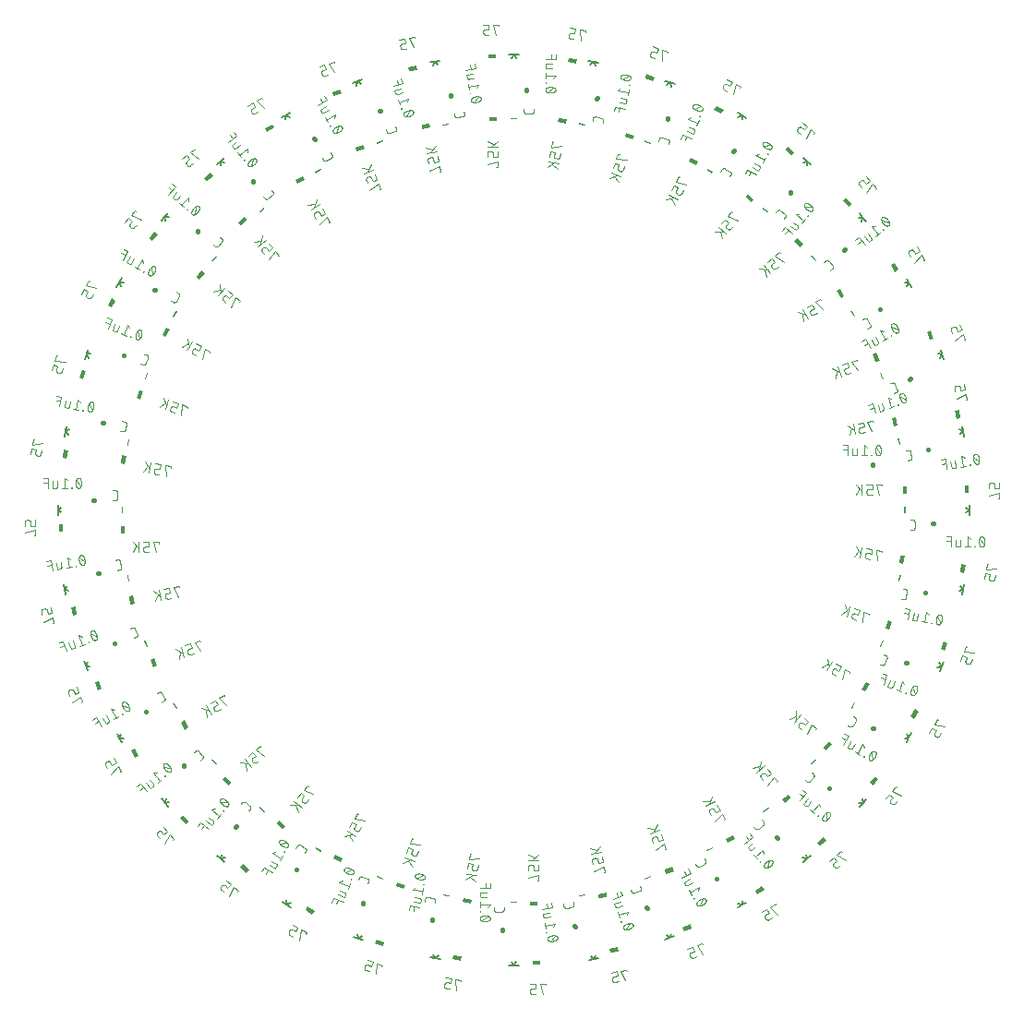
<source format=gbo>
G04 EAGLE Gerber X2 export*
G75*
%MOMM*%
%FSLAX34Y34*%
%LPD*%
%AMOC8*
5,1,8,0,0,1.08239X$1,22.5*%
G01*
%ADD10C,0.381000*%
%ADD11C,0.076200*%
%ADD12C,0.203200*%
%ADD13R,0.381000X0.762000*%
%ADD14R,0.762000X0.381000*%

G36*
X249630Y738510D02*
X249630Y738510D01*
X249641Y738511D01*
X249644Y738521D01*
X249658Y738531D01*
X252658Y743727D01*
X252657Y743749D01*
X252666Y743770D01*
X252656Y743784D01*
X252655Y743795D01*
X252645Y743798D01*
X252635Y743812D01*
X251769Y744312D01*
X251747Y744311D01*
X251726Y744320D01*
X251712Y744310D01*
X251701Y744309D01*
X251698Y744299D01*
X251684Y744289D01*
X248684Y739093D01*
X248684Y739091D01*
X248682Y739090D01*
X248685Y739072D01*
X248685Y739071D01*
X248676Y739050D01*
X248686Y739036D01*
X248687Y739025D01*
X248692Y739024D01*
X248692Y739023D01*
X248698Y739020D01*
X248707Y739008D01*
X249573Y738508D01*
X249595Y738509D01*
X249616Y738500D01*
X249630Y738510D01*
G37*
G36*
X871728Y379640D02*
X871728Y379640D01*
X871739Y379641D01*
X871742Y379651D01*
X871756Y379661D01*
X874756Y384857D01*
X874755Y384879D01*
X874764Y384900D01*
X874754Y384914D01*
X874753Y384925D01*
X874743Y384928D01*
X874733Y384942D01*
X873867Y385442D01*
X873845Y385441D01*
X873824Y385450D01*
X873810Y385440D01*
X873800Y385439D01*
X873796Y385429D01*
X873782Y385419D01*
X870782Y380223D01*
X870782Y380221D01*
X870780Y380220D01*
X870783Y380202D01*
X870783Y380201D01*
X870774Y380180D01*
X870785Y380166D01*
X870785Y380155D01*
X870790Y380154D01*
X870790Y380153D01*
X870796Y380150D01*
X870805Y380138D01*
X871671Y379638D01*
X871693Y379639D01*
X871714Y379630D01*
X871728Y379640D01*
G37*
G36*
X285362Y789749D02*
X285362Y789749D01*
X285373Y789748D01*
X285378Y789757D01*
X285394Y789764D01*
X289250Y794361D01*
X289253Y794383D01*
X289265Y794402D01*
X289258Y794418D01*
X289259Y794428D01*
X289250Y794433D01*
X289243Y794449D01*
X288477Y795092D01*
X288454Y795095D01*
X288435Y795106D01*
X288419Y795099D01*
X288409Y795100D01*
X288404Y795091D01*
X288388Y795084D01*
X284532Y790488D01*
X284529Y790465D01*
X284517Y790446D01*
X284524Y790431D01*
X284523Y790420D01*
X284532Y790415D01*
X284539Y790399D01*
X285305Y789757D01*
X285328Y789754D01*
X285347Y789742D01*
X285362Y789749D01*
G37*
G36*
X835031Y328341D02*
X835031Y328341D01*
X835041Y328340D01*
X835046Y328349D01*
X835062Y328356D01*
X838919Y332952D01*
X838921Y332975D01*
X838933Y332994D01*
X838926Y333009D01*
X838927Y333020D01*
X838918Y333025D01*
X838911Y333041D01*
X838145Y333683D01*
X838122Y333686D01*
X838103Y333698D01*
X838088Y333691D01*
X838077Y333692D01*
X838072Y333683D01*
X838056Y333676D01*
X834200Y329079D01*
X834197Y329057D01*
X834185Y329038D01*
X834192Y329022D01*
X834191Y329012D01*
X834200Y329007D01*
X834207Y328991D01*
X834973Y328348D01*
X834996Y328345D01*
X835015Y328334D01*
X835031Y328341D01*
G37*
G36*
X332749Y284524D02*
X332749Y284524D01*
X332760Y284523D01*
X332765Y284532D01*
X332781Y284539D01*
X333423Y285305D01*
X333426Y285328D01*
X333438Y285347D01*
X333431Y285362D01*
X333432Y285373D01*
X333423Y285378D01*
X333416Y285394D01*
X328819Y289250D01*
X328797Y289253D01*
X328778Y289265D01*
X328762Y289258D01*
X328752Y289259D01*
X328747Y289250D01*
X328731Y289243D01*
X328088Y288477D01*
X328085Y288454D01*
X328074Y288435D01*
X328081Y288419D01*
X328080Y288409D01*
X328089Y288404D01*
X328096Y288388D01*
X332692Y284531D01*
X332715Y284529D01*
X332734Y284517D01*
X332749Y284524D01*
G37*
G36*
X793918Y834442D02*
X793918Y834442D01*
X793928Y834441D01*
X793933Y834450D01*
X793949Y834457D01*
X794592Y835223D01*
X794595Y835246D01*
X794606Y835265D01*
X794599Y835281D01*
X794600Y835291D01*
X794592Y835296D01*
X794584Y835312D01*
X789988Y839169D01*
X789965Y839171D01*
X789946Y839183D01*
X789931Y839176D01*
X789920Y839177D01*
X789915Y839168D01*
X789899Y839161D01*
X789257Y838395D01*
X789254Y838372D01*
X789242Y838353D01*
X789249Y838338D01*
X789248Y838327D01*
X789257Y838322D01*
X789264Y838306D01*
X793861Y834450D01*
X793883Y834447D01*
X793902Y834435D01*
X793918Y834442D01*
G37*
G36*
X790714Y284262D02*
X790714Y284262D01*
X790724Y284259D01*
X790731Y284267D01*
X790748Y284271D01*
X795344Y288128D01*
X795351Y288150D01*
X795366Y288167D01*
X795361Y288183D01*
X795364Y288193D01*
X795356Y288200D01*
X795352Y288217D01*
X795270Y288314D01*
X795217Y288377D01*
X795165Y288440D01*
X794901Y288753D01*
X794849Y288816D01*
X794796Y288879D01*
X794709Y288983D01*
X794687Y288989D01*
X794671Y289004D01*
X794654Y289000D01*
X794644Y289003D01*
X794637Y288995D01*
X794621Y288990D01*
X790024Y285134D01*
X790018Y285112D01*
X790003Y285095D01*
X790007Y285079D01*
X790004Y285069D01*
X790012Y285062D01*
X790017Y285045D01*
X790028Y285031D01*
X790081Y284969D01*
X790081Y284968D01*
X790134Y284906D01*
X790186Y284843D01*
X790239Y284780D01*
X790292Y284718D01*
X790292Y284717D01*
X790344Y284655D01*
X790397Y284592D01*
X790450Y284529D01*
X790502Y284467D01*
X790502Y284466D01*
X790555Y284404D01*
X790608Y284341D01*
X790659Y284279D01*
X790681Y284273D01*
X790698Y284258D01*
X790714Y284262D01*
G37*
G36*
X328786Y834440D02*
X328786Y834440D01*
X328796Y834437D01*
X328803Y834445D01*
X328819Y834450D01*
X333416Y838306D01*
X333422Y838328D01*
X333437Y838345D01*
X333433Y838361D01*
X333436Y838371D01*
X333428Y838378D01*
X333423Y838395D01*
X332781Y839161D01*
X332759Y839167D01*
X332742Y839182D01*
X332726Y839178D01*
X332716Y839181D01*
X332709Y839173D01*
X332692Y839169D01*
X328096Y835312D01*
X328089Y835290D01*
X328074Y835273D01*
X328079Y835257D01*
X328076Y835247D01*
X328084Y835240D01*
X328088Y835223D01*
X328100Y835209D01*
X328153Y835147D01*
X328416Y834833D01*
X328469Y834770D01*
X328521Y834707D01*
X328731Y834457D01*
X328753Y834451D01*
X328769Y834436D01*
X328786Y834440D01*
G37*
G36*
X873600Y738766D02*
X873600Y738766D01*
X873617Y738768D01*
X874483Y739268D01*
X874494Y739288D01*
X874501Y739294D01*
X874508Y739298D01*
X874508Y739299D01*
X874511Y739302D01*
X874510Y739319D01*
X874515Y739328D01*
X874508Y739336D01*
X874506Y739353D01*
X871506Y744549D01*
X871486Y744560D01*
X871472Y744577D01*
X871455Y744576D01*
X871446Y744581D01*
X871438Y744574D01*
X871421Y744572D01*
X870555Y744072D01*
X870544Y744052D01*
X870527Y744038D01*
X870528Y744021D01*
X870524Y744012D01*
X870530Y744004D01*
X870532Y743987D01*
X873532Y738791D01*
X873552Y738780D01*
X873566Y738763D01*
X873583Y738764D01*
X873592Y738759D01*
X873600Y738766D01*
G37*
G36*
X252002Y379376D02*
X252002Y379376D01*
X252019Y379378D01*
X252885Y379878D01*
X252896Y379898D01*
X252903Y379904D01*
X252910Y379908D01*
X252910Y379909D01*
X252913Y379912D01*
X252912Y379929D01*
X252916Y379938D01*
X252910Y379946D01*
X252908Y379963D01*
X249908Y385159D01*
X249888Y385170D01*
X249874Y385187D01*
X249857Y385186D01*
X249848Y385191D01*
X249840Y385184D01*
X249823Y385182D01*
X248957Y384682D01*
X248946Y384662D01*
X248929Y384648D01*
X248930Y384631D01*
X248926Y384622D01*
X248932Y384614D01*
X248934Y384597D01*
X251934Y379401D01*
X251954Y379390D01*
X251968Y379373D01*
X251985Y379374D01*
X251994Y379369D01*
X252002Y379376D01*
G37*
G36*
X739076Y248682D02*
X739076Y248682D01*
X739093Y248684D01*
X744289Y251684D01*
X744300Y251704D01*
X744318Y251718D01*
X744316Y251735D01*
X744321Y251744D01*
X744314Y251752D01*
X744312Y251769D01*
X743812Y252635D01*
X743792Y252646D01*
X743778Y252663D01*
X743761Y252662D01*
X743752Y252666D01*
X743744Y252660D01*
X743727Y252658D01*
X738531Y249658D01*
X738520Y249638D01*
X738503Y249624D01*
X738504Y249607D01*
X738500Y249598D01*
X738506Y249590D01*
X738508Y249573D01*
X739008Y248707D01*
X739028Y248696D01*
X739042Y248679D01*
X739059Y248680D01*
X739068Y248676D01*
X739076Y248682D01*
G37*
G36*
X379946Y870780D02*
X379946Y870780D01*
X379963Y870782D01*
X385159Y873782D01*
X385170Y873802D01*
X385188Y873816D01*
X385186Y873833D01*
X385191Y873842D01*
X385184Y873850D01*
X385182Y873867D01*
X384682Y874733D01*
X384662Y874744D01*
X384648Y874761D01*
X384631Y874760D01*
X384622Y874764D01*
X384614Y874758D01*
X384597Y874756D01*
X379401Y871756D01*
X379390Y871736D01*
X379373Y871722D01*
X379374Y871705D01*
X379370Y871696D01*
X379376Y871688D01*
X379378Y871671D01*
X379878Y870805D01*
X379898Y870794D01*
X379912Y870777D01*
X379929Y870778D01*
X379938Y870774D01*
X379946Y870780D01*
G37*
G36*
X838111Y790007D02*
X838111Y790007D01*
X838121Y790004D01*
X838128Y790012D01*
X838145Y790017D01*
X838911Y790659D01*
X838918Y790681D01*
X838932Y790698D01*
X838928Y790714D01*
X838931Y790724D01*
X838923Y790731D01*
X838919Y790748D01*
X838878Y790796D01*
X838825Y790859D01*
X838773Y790922D01*
X838720Y790984D01*
X838404Y791361D01*
X838351Y791424D01*
X838299Y791486D01*
X838246Y791549D01*
X838193Y791612D01*
X838141Y791675D01*
X837772Y792114D01*
X837720Y792177D01*
X837667Y792239D01*
X837614Y792302D01*
X837562Y792365D01*
X837509Y792428D01*
X837140Y792867D01*
X837088Y792930D01*
X837035Y792992D01*
X836982Y793055D01*
X836930Y793118D01*
X836877Y793181D01*
X836509Y793620D01*
X836508Y793620D01*
X836456Y793683D01*
X836403Y793745D01*
X836351Y793808D01*
X836298Y793871D01*
X836245Y793934D01*
X835877Y794373D01*
X835824Y794436D01*
X835771Y794498D01*
X835719Y794561D01*
X835666Y794624D01*
X835613Y794687D01*
X835298Y795063D01*
X835297Y795063D01*
X835245Y795126D01*
X835192Y795189D01*
X835140Y795251D01*
X835087Y795314D01*
X835062Y795344D01*
X835040Y795351D01*
X835023Y795366D01*
X835007Y795361D01*
X834997Y795364D01*
X834990Y795356D01*
X834973Y795352D01*
X834207Y794709D01*
X834201Y794687D01*
X834186Y794671D01*
X834190Y794654D01*
X834187Y794644D01*
X834195Y794637D01*
X834200Y794621D01*
X834266Y794541D01*
X834319Y794479D01*
X834371Y794416D01*
X834424Y794353D01*
X834477Y794290D01*
X834529Y794228D01*
X834898Y793788D01*
X834951Y793726D01*
X835003Y793663D01*
X835056Y793600D01*
X835109Y793537D01*
X835161Y793475D01*
X835530Y793035D01*
X835582Y792973D01*
X835635Y792910D01*
X835688Y792847D01*
X835740Y792784D01*
X835793Y792722D01*
X836162Y792282D01*
X836214Y792220D01*
X836267Y792157D01*
X836320Y792094D01*
X836372Y792031D01*
X836425Y791969D01*
X836793Y791529D01*
X836794Y791529D01*
X836846Y791467D01*
X836899Y791404D01*
X836951Y791341D01*
X837004Y791278D01*
X837057Y791216D01*
X837425Y790776D01*
X837478Y790714D01*
X837531Y790651D01*
X837583Y790588D01*
X837636Y790525D01*
X837689Y790463D01*
X837741Y790400D01*
X838056Y790024D01*
X838078Y790018D01*
X838095Y790003D01*
X838111Y790007D01*
G37*
G36*
X384404Y248426D02*
X384404Y248426D01*
X384415Y248427D01*
X384418Y248437D01*
X384432Y248447D01*
X384932Y249313D01*
X384931Y249335D01*
X384940Y249356D01*
X384930Y249370D01*
X384929Y249380D01*
X384920Y249384D01*
X384909Y249398D01*
X379713Y252398D01*
X379691Y252397D01*
X379670Y252406D01*
X379656Y252396D01*
X379645Y252395D01*
X379642Y252385D01*
X379628Y252375D01*
X379128Y251509D01*
X379129Y251487D01*
X379120Y251466D01*
X379130Y251452D01*
X379131Y251441D01*
X379141Y251438D01*
X379151Y251424D01*
X384347Y248424D01*
X384369Y248425D01*
X384390Y248416D01*
X384404Y248426D01*
G37*
G36*
X743534Y870784D02*
X743534Y870784D01*
X743545Y870785D01*
X743548Y870795D01*
X743562Y870805D01*
X744062Y871671D01*
X744061Y871693D01*
X744070Y871714D01*
X744060Y871728D01*
X744059Y871739D01*
X744050Y871742D01*
X744039Y871756D01*
X738843Y874756D01*
X738821Y874755D01*
X738800Y874764D01*
X738786Y874754D01*
X738775Y874753D01*
X738772Y874743D01*
X738758Y874733D01*
X738258Y873867D01*
X738259Y873845D01*
X738250Y873824D01*
X738260Y873810D01*
X738261Y873800D01*
X738271Y873796D01*
X738281Y873782D01*
X743477Y870782D01*
X743499Y870783D01*
X743520Y870774D01*
X743534Y870784D01*
G37*
G36*
X288183Y328339D02*
X288183Y328339D01*
X288193Y328336D01*
X288200Y328344D01*
X288217Y328348D01*
X288983Y328991D01*
X288989Y329013D01*
X289004Y329029D01*
X289000Y329046D01*
X289003Y329056D01*
X288995Y329063D01*
X288990Y329079D01*
X288950Y329128D01*
X288897Y329191D01*
X288529Y329630D01*
X288476Y329693D01*
X288423Y329755D01*
X288371Y329818D01*
X288318Y329881D01*
X288265Y329944D01*
X287897Y330383D01*
X287844Y330446D01*
X287791Y330508D01*
X287739Y330571D01*
X287686Y330634D01*
X287633Y330697D01*
X287265Y331136D01*
X287212Y331199D01*
X287160Y331261D01*
X287107Y331324D01*
X287054Y331387D01*
X287002Y331450D01*
X286633Y331889D01*
X286580Y331952D01*
X286528Y332014D01*
X286475Y332077D01*
X286422Y332140D01*
X286370Y332203D01*
X286001Y332642D01*
X285949Y332705D01*
X285896Y332767D01*
X285843Y332830D01*
X285791Y332893D01*
X285738Y332956D01*
X285369Y333395D01*
X285317Y333458D01*
X285264Y333520D01*
X285211Y333583D01*
X285159Y333646D01*
X285134Y333676D01*
X285112Y333682D01*
X285095Y333697D01*
X285079Y333693D01*
X285069Y333696D01*
X285062Y333688D01*
X285045Y333683D01*
X284279Y333041D01*
X284273Y333019D01*
X284258Y333002D01*
X284262Y332986D01*
X284259Y332976D01*
X284267Y332969D01*
X284272Y332952D01*
X284443Y332748D01*
X284443Y332747D01*
X284496Y332685D01*
X284549Y332622D01*
X284601Y332559D01*
X284654Y332497D01*
X284654Y332496D01*
X284707Y332434D01*
X285075Y331995D01*
X285075Y331994D01*
X285128Y331932D01*
X285180Y331869D01*
X285233Y331806D01*
X285286Y331744D01*
X285286Y331743D01*
X285338Y331681D01*
X285654Y331304D01*
X285707Y331242D01*
X285707Y331241D01*
X285760Y331179D01*
X285812Y331116D01*
X285865Y331053D01*
X285918Y330991D01*
X285918Y330990D01*
X286286Y330551D01*
X286339Y330489D01*
X286339Y330488D01*
X286391Y330426D01*
X286444Y330363D01*
X286497Y330300D01*
X286549Y330238D01*
X286549Y330237D01*
X286918Y329798D01*
X286971Y329736D01*
X286971Y329735D01*
X287023Y329673D01*
X287076Y329610D01*
X287129Y329547D01*
X287181Y329485D01*
X287181Y329484D01*
X287550Y329045D01*
X287602Y328983D01*
X287602Y328982D01*
X287603Y328982D01*
X287655Y328920D01*
X287708Y328857D01*
X287760Y328794D01*
X287813Y328732D01*
X287813Y328731D01*
X288128Y328356D01*
X288150Y328349D01*
X288167Y328334D01*
X288183Y328339D01*
G37*
G36*
X224095Y681489D02*
X224095Y681489D01*
X224117Y681484D01*
X224129Y681497D01*
X224139Y681499D01*
X224141Y681509D01*
X224153Y681521D01*
X226205Y687160D01*
X226200Y687182D01*
X226205Y687204D01*
X226193Y687216D01*
X226190Y687226D01*
X226180Y687228D01*
X226168Y687240D01*
X225228Y687582D01*
X225206Y687577D01*
X225184Y687582D01*
X225172Y687569D01*
X225162Y687567D01*
X225160Y687557D01*
X225148Y687545D01*
X223096Y681906D01*
X223101Y681884D01*
X223096Y681862D01*
X223108Y681850D01*
X223111Y681840D01*
X223121Y681838D01*
X223133Y681826D01*
X224073Y681484D01*
X224095Y681489D01*
G37*
G36*
X898494Y436113D02*
X898494Y436113D01*
X898516Y436108D01*
X898528Y436121D01*
X898538Y436123D01*
X898540Y436133D01*
X898552Y436145D01*
X900604Y441784D01*
X900599Y441806D01*
X900604Y441828D01*
X900592Y441840D01*
X900589Y441850D01*
X900579Y441852D01*
X900567Y441864D01*
X899627Y442206D01*
X899605Y442201D01*
X899583Y442206D01*
X899571Y442193D01*
X899561Y442191D01*
X899559Y442181D01*
X899547Y442169D01*
X897495Y436530D01*
X897500Y436508D01*
X897495Y436486D01*
X897507Y436474D01*
X897510Y436464D01*
X897520Y436462D01*
X897532Y436450D01*
X898472Y436108D01*
X898494Y436113D01*
G37*
G36*
X441556Y222851D02*
X441556Y222851D01*
X441578Y222846D01*
X441590Y222858D01*
X441600Y222861D01*
X441602Y222871D01*
X441614Y222883D01*
X441956Y223823D01*
X441951Y223845D01*
X441956Y223867D01*
X441943Y223879D01*
X441941Y223889D01*
X441931Y223891D01*
X441919Y223903D01*
X436280Y225955D01*
X436258Y225950D01*
X436236Y225955D01*
X436224Y225943D01*
X436214Y225940D01*
X436212Y225930D01*
X436200Y225918D01*
X435858Y224978D01*
X435863Y224956D01*
X435858Y224934D01*
X435871Y224922D01*
X435873Y224912D01*
X435883Y224910D01*
X435895Y224898D01*
X441534Y222846D01*
X441556Y222851D01*
G37*
G36*
X686932Y897500D02*
X686932Y897500D01*
X686954Y897495D01*
X686966Y897507D01*
X686976Y897510D01*
X686978Y897520D01*
X686990Y897532D01*
X687332Y898472D01*
X687327Y898494D01*
X687332Y898516D01*
X687319Y898528D01*
X687317Y898538D01*
X687308Y898540D01*
X687307Y898540D01*
X687295Y898552D01*
X681656Y900604D01*
X681634Y900599D01*
X681612Y900604D01*
X681600Y900592D01*
X681590Y900589D01*
X681588Y900579D01*
X681576Y900567D01*
X681234Y899627D01*
X681239Y899605D01*
X681234Y899583D01*
X681247Y899571D01*
X681249Y899561D01*
X681259Y899559D01*
X681272Y899547D01*
X686910Y897495D01*
X686932Y897500D01*
G37*
G36*
X681639Y222847D02*
X681639Y222847D01*
X681656Y222846D01*
X687295Y224898D01*
X687308Y224916D01*
X687328Y224926D01*
X687329Y224944D01*
X687336Y224952D01*
X687331Y224961D01*
X687332Y224978D01*
X686990Y225918D01*
X686972Y225931D01*
X686961Y225951D01*
X686944Y225953D01*
X686936Y225959D01*
X686927Y225954D01*
X686910Y225955D01*
X681272Y223903D01*
X681258Y223885D01*
X681238Y223874D01*
X681237Y223857D01*
X681230Y223849D01*
X681235Y223840D01*
X681234Y223823D01*
X681576Y222883D01*
X681594Y222869D01*
X681605Y222850D01*
X681622Y222848D01*
X681630Y222842D01*
X681639Y222847D01*
G37*
G36*
X436263Y897746D02*
X436263Y897746D01*
X436280Y897745D01*
X441919Y899797D01*
X441932Y899815D01*
X441952Y899826D01*
X441953Y899843D01*
X441960Y899851D01*
X441955Y899860D01*
X441956Y899877D01*
X441614Y900817D01*
X441596Y900831D01*
X441585Y900850D01*
X441568Y900852D01*
X441560Y900858D01*
X441551Y900853D01*
X441534Y900854D01*
X435895Y898802D01*
X435882Y898784D01*
X435862Y898774D01*
X435861Y898756D01*
X435854Y898748D01*
X435859Y898739D01*
X435858Y898722D01*
X436200Y897782D01*
X436218Y897769D01*
X436229Y897749D01*
X436246Y897747D01*
X436254Y897741D01*
X436263Y897746D01*
G37*
G36*
X224961Y435859D02*
X224961Y435859D01*
X224978Y435858D01*
X225918Y436200D01*
X225932Y436218D01*
X225951Y436229D01*
X225953Y436246D01*
X225959Y436254D01*
X225954Y436263D01*
X225955Y436280D01*
X223903Y441919D01*
X223885Y441932D01*
X223875Y441952D01*
X223857Y441953D01*
X223849Y441960D01*
X223840Y441955D01*
X223823Y441956D01*
X222883Y441614D01*
X222869Y441596D01*
X222850Y441585D01*
X222848Y441568D01*
X222842Y441560D01*
X222847Y441551D01*
X222846Y441534D01*
X224898Y435895D01*
X224916Y435882D01*
X224926Y435862D01*
X224944Y435861D01*
X224952Y435854D01*
X224961Y435859D01*
G37*
G36*
X899610Y681485D02*
X899610Y681485D01*
X899627Y681484D01*
X900567Y681826D01*
X900581Y681844D01*
X900600Y681855D01*
X900602Y681872D01*
X900608Y681880D01*
X900603Y681889D01*
X900604Y681906D01*
X898552Y687545D01*
X898534Y687558D01*
X898524Y687578D01*
X898506Y687579D01*
X898498Y687586D01*
X898489Y687581D01*
X898472Y687582D01*
X897532Y687240D01*
X897519Y687222D01*
X897499Y687211D01*
X897497Y687194D01*
X897491Y687186D01*
X897496Y687177D01*
X897495Y687160D01*
X899547Y681521D01*
X899565Y681508D01*
X899576Y681488D01*
X899593Y681487D01*
X899601Y681480D01*
X899610Y681485D01*
G37*
G36*
X203239Y558799D02*
X203239Y558799D01*
X203261Y558803D01*
X203268Y558818D01*
X203277Y558824D01*
X203276Y558834D01*
X203283Y558850D01*
X203283Y564850D01*
X203271Y564869D01*
X203267Y564891D01*
X203252Y564898D01*
X203246Y564907D01*
X203236Y564906D01*
X203220Y564913D01*
X202220Y564913D01*
X202201Y564901D01*
X202179Y564897D01*
X202172Y564882D01*
X202163Y564876D01*
X202164Y564866D01*
X202157Y564850D01*
X202157Y558850D01*
X202169Y558831D01*
X202173Y558809D01*
X202188Y558802D01*
X202194Y558793D01*
X202204Y558794D01*
X202220Y558787D01*
X203220Y558787D01*
X203239Y558799D01*
G37*
G36*
X564359Y201659D02*
X564359Y201659D01*
X564381Y201663D01*
X564388Y201678D01*
X564397Y201684D01*
X564396Y201694D01*
X564403Y201710D01*
X564403Y202710D01*
X564391Y202729D01*
X564387Y202751D01*
X564372Y202758D01*
X564366Y202767D01*
X564356Y202766D01*
X564340Y202773D01*
X558340Y202773D01*
X558321Y202761D01*
X558299Y202757D01*
X558292Y202742D01*
X558283Y202736D01*
X558284Y202726D01*
X558277Y202710D01*
X558277Y201710D01*
X558289Y201691D01*
X558293Y201669D01*
X558308Y201662D01*
X558314Y201653D01*
X558324Y201654D01*
X558340Y201647D01*
X564340Y201647D01*
X564359Y201659D01*
G37*
G36*
X564869Y920179D02*
X564869Y920179D01*
X564891Y920183D01*
X564898Y920198D01*
X564907Y920204D01*
X564906Y920214D01*
X564913Y920230D01*
X564913Y921230D01*
X564901Y921249D01*
X564897Y921271D01*
X564882Y921278D01*
X564876Y921287D01*
X564866Y921286D01*
X564850Y921293D01*
X558850Y921293D01*
X558831Y921281D01*
X558809Y921277D01*
X558802Y921262D01*
X558793Y921256D01*
X558794Y921246D01*
X558787Y921230D01*
X558787Y920230D01*
X558799Y920211D01*
X558803Y920189D01*
X558818Y920182D01*
X558824Y920173D01*
X558834Y920174D01*
X558850Y920167D01*
X564850Y920167D01*
X564869Y920179D01*
G37*
G36*
X920739Y558799D02*
X920739Y558799D01*
X920761Y558803D01*
X920768Y558818D01*
X920777Y558824D01*
X920776Y558834D01*
X920783Y558850D01*
X920783Y564850D01*
X920771Y564869D01*
X920767Y564891D01*
X920752Y564898D01*
X920746Y564907D01*
X920736Y564906D01*
X920720Y564913D01*
X919720Y564913D01*
X919701Y564901D01*
X919679Y564897D01*
X919672Y564882D01*
X919663Y564876D01*
X919664Y564866D01*
X919657Y564850D01*
X919657Y558850D01*
X919669Y558831D01*
X919673Y558809D01*
X919688Y558802D01*
X919694Y558793D01*
X919704Y558794D01*
X919720Y558787D01*
X920720Y558787D01*
X920739Y558799D01*
G37*
G36*
X208054Y620736D02*
X208054Y620736D01*
X208077Y620736D01*
X208086Y620750D01*
X208096Y620754D01*
X208096Y620764D01*
X208106Y620778D01*
X209148Y626687D01*
X209139Y626708D01*
X209140Y626731D01*
X209126Y626740D01*
X209122Y626750D01*
X209111Y626750D01*
X209097Y626760D01*
X208112Y626934D01*
X208091Y626925D01*
X208069Y626925D01*
X208059Y626911D01*
X208050Y626907D01*
X208049Y626897D01*
X208040Y626883D01*
X206998Y620974D01*
X207006Y620953D01*
X207006Y620930D01*
X207020Y620921D01*
X207024Y620911D01*
X207034Y620911D01*
X207049Y620901D01*
X208033Y620727D01*
X208054Y620736D01*
G37*
G36*
X502237Y207256D02*
X502237Y207256D01*
X502260Y207256D01*
X502269Y207270D01*
X502279Y207274D01*
X502279Y207284D01*
X502289Y207299D01*
X502463Y208283D01*
X502454Y208304D01*
X502454Y208327D01*
X502440Y208336D01*
X502436Y208346D01*
X502426Y208346D01*
X502412Y208356D01*
X496503Y209398D01*
X496482Y209389D01*
X496459Y209390D01*
X496450Y209376D01*
X496440Y209372D01*
X496440Y209361D01*
X496430Y209347D01*
X496257Y208362D01*
X496265Y208341D01*
X496265Y208319D01*
X496279Y208309D01*
X496283Y208300D01*
X496293Y208299D01*
X496307Y208290D01*
X502216Y207248D01*
X502237Y207256D01*
G37*
G36*
X915349Y496005D02*
X915349Y496005D01*
X915371Y496005D01*
X915381Y496019D01*
X915390Y496023D01*
X915391Y496033D01*
X915400Y496047D01*
X916442Y501956D01*
X916434Y501977D01*
X916434Y502000D01*
X916420Y502009D01*
X916416Y502019D01*
X916406Y502019D01*
X916391Y502029D01*
X915407Y502203D01*
X915386Y502194D01*
X915363Y502194D01*
X915354Y502180D01*
X915344Y502176D01*
X915344Y502166D01*
X915334Y502152D01*
X914292Y496243D01*
X914301Y496222D01*
X914300Y496199D01*
X914314Y496190D01*
X914318Y496180D01*
X914329Y496180D01*
X914343Y496170D01*
X915328Y495996D01*
X915349Y496005D01*
G37*
G36*
X626958Y914561D02*
X626958Y914561D01*
X626981Y914560D01*
X626990Y914574D01*
X627000Y914578D01*
X627000Y914589D01*
X627010Y914603D01*
X627184Y915588D01*
X627175Y915609D01*
X627175Y915631D01*
X627161Y915641D01*
X627157Y915650D01*
X627147Y915651D01*
X627133Y915660D01*
X621224Y916702D01*
X621203Y916694D01*
X621180Y916694D01*
X621171Y916680D01*
X621161Y916676D01*
X621161Y916666D01*
X621151Y916651D01*
X620977Y915667D01*
X620986Y915646D01*
X620986Y915623D01*
X621000Y915614D01*
X621004Y915604D01*
X621014Y915604D01*
X621028Y915594D01*
X626937Y914552D01*
X626958Y914561D01*
G37*
G36*
X209097Y496430D02*
X209097Y496430D01*
X209114Y496445D01*
X209135Y496453D01*
X209139Y496469D01*
X209147Y496476D01*
X209144Y496486D01*
X209148Y496503D01*
X208106Y502412D01*
X208091Y502428D01*
X208084Y502450D01*
X208067Y502454D01*
X208060Y502462D01*
X208050Y502458D01*
X208033Y502463D01*
X207049Y502289D01*
X207032Y502274D01*
X207011Y502266D01*
X207006Y502250D01*
X206999Y502243D01*
X207002Y502233D01*
X206998Y502216D01*
X208040Y496307D01*
X208055Y496291D01*
X208062Y496269D01*
X208079Y496265D01*
X208086Y496257D01*
X208096Y496261D01*
X208112Y496256D01*
X209097Y496430D01*
G37*
G36*
X915881Y621411D02*
X915881Y621411D01*
X915898Y621426D01*
X915919Y621434D01*
X915924Y621450D01*
X915931Y621457D01*
X915928Y621467D01*
X915932Y621484D01*
X914890Y627393D01*
X914875Y627409D01*
X914868Y627431D01*
X914851Y627435D01*
X914844Y627443D01*
X914834Y627439D01*
X914818Y627444D01*
X913833Y627270D01*
X913816Y627255D01*
X913795Y627247D01*
X913791Y627231D01*
X913783Y627224D01*
X913786Y627214D01*
X913782Y627197D01*
X914824Y621288D01*
X914839Y621272D01*
X914846Y621250D01*
X914863Y621246D01*
X914870Y621238D01*
X914880Y621242D01*
X914897Y621237D01*
X915881Y621411D01*
G37*
G36*
X627133Y208290D02*
X627133Y208290D01*
X627149Y208305D01*
X627171Y208312D01*
X627175Y208329D01*
X627183Y208336D01*
X627179Y208346D01*
X627184Y208362D01*
X627010Y209347D01*
X626995Y209364D01*
X626987Y209385D01*
X626971Y209389D01*
X626964Y209397D01*
X626954Y209394D01*
X626937Y209398D01*
X621028Y208356D01*
X621012Y208341D01*
X620990Y208334D01*
X620986Y208317D01*
X620978Y208310D01*
X620982Y208300D01*
X620977Y208283D01*
X621151Y207299D01*
X621166Y207282D01*
X621174Y207261D01*
X621190Y207256D01*
X621197Y207249D01*
X621207Y207252D01*
X621224Y207248D01*
X627133Y208290D01*
G37*
G36*
X502412Y915334D02*
X502412Y915334D01*
X502428Y915349D01*
X502450Y915356D01*
X502454Y915373D01*
X502462Y915380D01*
X502458Y915390D01*
X502463Y915407D01*
X502289Y916391D01*
X502274Y916408D01*
X502267Y916429D01*
X502250Y916434D01*
X502243Y916441D01*
X502233Y916438D01*
X502216Y916442D01*
X496307Y915400D01*
X496291Y915385D01*
X496269Y915378D01*
X496265Y915361D01*
X496258Y915354D01*
X496261Y915344D01*
X496257Y915328D01*
X496430Y914343D01*
X496445Y914326D01*
X496453Y914305D01*
X496469Y914301D01*
X496476Y914293D01*
X496486Y914296D01*
X496503Y914292D01*
X502412Y915334D01*
G37*
D10*
X815520Y853404D02*
X815160Y852976D01*
D11*
X830241Y843191D02*
X830420Y843144D01*
X830597Y843093D01*
X830774Y843037D01*
X830949Y842978D01*
X831122Y842914D01*
X831294Y842846D01*
X831465Y842774D01*
X831633Y842698D01*
X831800Y842618D01*
X831964Y842534D01*
X832127Y842446D01*
X832288Y842355D01*
X832446Y842259D01*
X832602Y842160D01*
X832756Y842057D01*
X832907Y841950D01*
X833055Y841840D01*
X833201Y841726D01*
X833344Y841609D01*
X830241Y843191D02*
X830160Y843220D01*
X830079Y843245D01*
X829996Y843267D01*
X829912Y843285D01*
X829828Y843299D01*
X829743Y843310D01*
X829657Y843317D01*
X829572Y843320D01*
X829486Y843319D01*
X829401Y843315D01*
X829316Y843306D01*
X829231Y843294D01*
X829147Y843278D01*
X829064Y843259D01*
X828981Y843236D01*
X828900Y843209D01*
X828820Y843178D01*
X828741Y843144D01*
X828664Y843107D01*
X828589Y843066D01*
X828516Y843022D01*
X828444Y842975D01*
X828375Y842925D01*
X828308Y842871D01*
X828244Y842815D01*
X828182Y842756D01*
X828122Y842694D01*
X828066Y842630D01*
X828067Y842630D02*
X828013Y842563D01*
X827963Y842494D01*
X827915Y842423D01*
X827871Y842350D01*
X827830Y842274D01*
X827793Y842197D01*
X827759Y842119D01*
X827728Y842039D01*
X827701Y841958D01*
X827678Y841876D01*
X827658Y841792D01*
X827642Y841708D01*
X827629Y841623D01*
X827621Y841538D01*
X827616Y841453D01*
X827615Y841367D01*
X827618Y841282D01*
X827625Y841196D01*
X827635Y841111D01*
X827649Y841027D01*
X827667Y840943D01*
X827688Y840861D01*
X827714Y840779D01*
X827742Y840698D01*
X827775Y840619D01*
X827810Y840541D01*
X827850Y840465D01*
X827892Y840391D01*
X827969Y840223D01*
X828051Y840057D01*
X828136Y839893D01*
X828225Y839731D01*
X828318Y839571D01*
X828414Y839413D01*
X828515Y839258D01*
X828619Y839105D01*
X828727Y838955D01*
X828838Y838807D01*
X828953Y838662D01*
X829071Y838520D01*
X829192Y838381D01*
X829317Y838245D01*
X829445Y838111D01*
X829577Y837981D01*
X829711Y837854D01*
X829848Y837730D01*
X829988Y837610D01*
X833344Y841609D02*
X833485Y841488D01*
X833622Y841365D01*
X833756Y841238D01*
X833887Y841107D01*
X834016Y840974D01*
X834140Y840838D01*
X834262Y840698D01*
X834380Y840556D01*
X834495Y840411D01*
X834606Y840264D01*
X834714Y840113D01*
X834818Y839960D01*
X834918Y839805D01*
X835015Y839648D01*
X835108Y839488D01*
X835197Y839326D01*
X835282Y839162D01*
X835364Y838996D01*
X835441Y838828D01*
X835483Y838754D01*
X835522Y838678D01*
X835558Y838600D01*
X835591Y838521D01*
X835619Y838440D01*
X835645Y838359D01*
X835666Y838276D01*
X835684Y838192D01*
X835698Y838108D01*
X835708Y838023D01*
X835715Y837937D01*
X835718Y837852D01*
X835717Y837766D01*
X835712Y837681D01*
X835704Y837596D01*
X835691Y837511D01*
X835675Y837427D01*
X835655Y837343D01*
X835632Y837261D01*
X835605Y837180D01*
X835574Y837100D01*
X835540Y837022D01*
X835503Y836945D01*
X835462Y836869D01*
X835417Y836796D01*
X835370Y836725D01*
X835320Y836656D01*
X835266Y836589D01*
X833091Y836027D02*
X832912Y836074D01*
X832734Y836125D01*
X832558Y836181D01*
X832383Y836240D01*
X832209Y836304D01*
X832037Y836372D01*
X831867Y836444D01*
X831698Y836520D01*
X831532Y836600D01*
X831367Y836684D01*
X831204Y836772D01*
X831044Y836864D01*
X830886Y836959D01*
X830730Y837058D01*
X830576Y837161D01*
X830425Y837268D01*
X830276Y837378D01*
X830131Y837492D01*
X829988Y837609D01*
X833091Y836028D02*
X833172Y835999D01*
X833254Y835974D01*
X833336Y835952D01*
X833420Y835934D01*
X833504Y835920D01*
X833589Y835909D01*
X833675Y835902D01*
X833760Y835899D01*
X833846Y835900D01*
X833931Y835904D01*
X834016Y835913D01*
X834101Y835925D01*
X834185Y835941D01*
X834269Y835960D01*
X834351Y835983D01*
X834432Y836010D01*
X834512Y836041D01*
X834591Y836075D01*
X834668Y836112D01*
X834743Y836153D01*
X834816Y836197D01*
X834888Y836244D01*
X834957Y836294D01*
X835024Y836348D01*
X835088Y836404D01*
X835150Y836463D01*
X835210Y836525D01*
X835266Y836589D01*
X835009Y839531D02*
X828324Y839688D01*
X830919Y832221D02*
X831319Y831886D01*
X830919Y832221D02*
X830584Y831821D01*
X830984Y831486D01*
X831319Y831886D01*
X823116Y833481D02*
X819838Y832823D01*
X827037Y826783D01*
X828715Y828782D02*
X825359Y824783D01*
X821498Y822618D02*
X817899Y825638D01*
X821498Y822618D02*
X821555Y822567D01*
X821610Y822513D01*
X821663Y822457D01*
X821712Y822398D01*
X821759Y822337D01*
X821802Y822274D01*
X821843Y822208D01*
X821880Y822141D01*
X821914Y822072D01*
X821944Y822001D01*
X821971Y821929D01*
X821994Y821856D01*
X822014Y821782D01*
X822030Y821707D01*
X822042Y821631D01*
X822051Y821554D01*
X822056Y821478D01*
X822057Y821401D01*
X822054Y821324D01*
X822048Y821248D01*
X822037Y821171D01*
X822023Y821096D01*
X822006Y821021D01*
X821985Y820947D01*
X821960Y820874D01*
X821931Y820803D01*
X821899Y820733D01*
X821864Y820665D01*
X821825Y820598D01*
X821784Y820534D01*
X821739Y820471D01*
X821691Y820411D01*
X820013Y818411D01*
X815214Y822439D01*
X809945Y821034D02*
X817145Y814993D01*
X809945Y821034D02*
X807261Y817834D01*
X810460Y815149D02*
X813145Y818349D01*
D12*
X561850Y979600D02*
X557250Y979600D01*
X561850Y979600D02*
X566450Y979600D01*
X561850Y979600D02*
X559512Y976500D01*
X562104Y979446D02*
X564034Y976500D01*
D13*
G36*
X773347Y848839D02*
X775796Y851758D01*
X781633Y846861D01*
X779184Y843942D01*
X773347Y848839D01*
G37*
D11*
X761922Y834657D02*
X761122Y835328D01*
X757766Y831328D01*
X766643Y827287D01*
X762443Y822282D02*
X760430Y819883D01*
X760429Y819883D02*
X760371Y819816D01*
X760310Y819752D01*
X760246Y819691D01*
X760180Y819632D01*
X760111Y819576D01*
X760040Y819523D01*
X759966Y819473D01*
X759891Y819427D01*
X759814Y819383D01*
X759735Y819343D01*
X759654Y819306D01*
X759572Y819273D01*
X759488Y819243D01*
X759404Y819217D01*
X759318Y819195D01*
X759231Y819176D01*
X759144Y819161D01*
X759056Y819149D01*
X758968Y819142D01*
X758879Y819138D01*
X758791Y819137D01*
X758702Y819141D01*
X758614Y819148D01*
X758526Y819159D01*
X758438Y819174D01*
X758352Y819193D01*
X758266Y819215D01*
X758181Y819240D01*
X758097Y819270D01*
X758015Y819303D01*
X757934Y819339D01*
X757855Y819379D01*
X757777Y819422D01*
X757702Y819468D01*
X757628Y819517D01*
X757557Y819570D01*
X757488Y819626D01*
X757488Y819625D02*
X756688Y820296D01*
X756688Y820297D02*
X756619Y820357D01*
X756554Y820420D01*
X756491Y820485D01*
X756430Y820554D01*
X756373Y820625D01*
X756320Y820698D01*
X756269Y820774D01*
X756222Y820852D01*
X756178Y820932D01*
X756138Y821014D01*
X756101Y821097D01*
X756068Y821182D01*
X756039Y821268D01*
X756013Y821356D01*
X755991Y821444D01*
X755974Y821533D01*
X755960Y821623D01*
X755950Y821714D01*
X755944Y821805D01*
X755942Y821896D01*
X755944Y821987D01*
X755950Y822078D01*
X755960Y822169D01*
X755974Y822259D01*
X755991Y822348D01*
X756013Y822436D01*
X756039Y822524D01*
X756068Y822610D01*
X756101Y822695D01*
X756138Y822778D01*
X756178Y822860D01*
X756222Y822940D01*
X756269Y823018D01*
X756320Y823094D01*
X756373Y823167D01*
X756430Y823238D01*
X756430Y823239D02*
X758444Y825638D01*
X755244Y828323D01*
X751888Y824324D01*
X749086Y820984D02*
X756286Y814944D01*
X753486Y817293D02*
X745730Y816985D01*
X750544Y817035D02*
X752930Y810944D01*
D14*
X541530Y978150D03*
D11*
X547747Y1005937D02*
X547747Y1006981D01*
X542526Y1006981D01*
X545136Y997583D01*
X538603Y997583D02*
X535470Y997583D01*
X535381Y997585D01*
X535293Y997591D01*
X535205Y997600D01*
X535117Y997613D01*
X535030Y997630D01*
X534944Y997650D01*
X534859Y997675D01*
X534774Y997702D01*
X534691Y997734D01*
X534610Y997768D01*
X534530Y997807D01*
X534452Y997848D01*
X534375Y997893D01*
X534301Y997941D01*
X534228Y997992D01*
X534158Y998046D01*
X534091Y998104D01*
X534025Y998164D01*
X533963Y998226D01*
X533903Y998292D01*
X533845Y998359D01*
X533791Y998429D01*
X533740Y998502D01*
X533692Y998576D01*
X533647Y998653D01*
X533606Y998731D01*
X533567Y998811D01*
X533533Y998892D01*
X533501Y998975D01*
X533474Y999060D01*
X533449Y999145D01*
X533429Y999231D01*
X533412Y999318D01*
X533399Y999406D01*
X533390Y999494D01*
X533384Y999582D01*
X533382Y999671D01*
X533382Y1000716D01*
X533384Y1000805D01*
X533390Y1000893D01*
X533399Y1000981D01*
X533412Y1001069D01*
X533429Y1001156D01*
X533449Y1001242D01*
X533474Y1001327D01*
X533501Y1001412D01*
X533533Y1001495D01*
X533567Y1001576D01*
X533606Y1001656D01*
X533647Y1001734D01*
X533692Y1001811D01*
X533740Y1001885D01*
X533791Y1001958D01*
X533845Y1002028D01*
X533903Y1002095D01*
X533963Y1002161D01*
X534025Y1002223D01*
X534091Y1002283D01*
X534158Y1002341D01*
X534228Y1002395D01*
X534301Y1002446D01*
X534375Y1002494D01*
X534452Y1002539D01*
X534530Y1002580D01*
X534610Y1002619D01*
X534691Y1002653D01*
X534774Y1002685D01*
X534859Y1002712D01*
X534944Y1002737D01*
X535030Y1002757D01*
X535117Y1002774D01*
X535205Y1002787D01*
X535293Y1002796D01*
X535381Y1002802D01*
X535470Y1002804D01*
X538603Y1002804D01*
X538603Y1006981D01*
X533382Y1006981D01*
X808969Y828648D02*
X810311Y830247D01*
X810311Y830248D02*
X810368Y830319D01*
X810421Y830392D01*
X810472Y830468D01*
X810519Y830546D01*
X810563Y830626D01*
X810603Y830708D01*
X810640Y830791D01*
X810673Y830876D01*
X810702Y830962D01*
X810728Y831050D01*
X810750Y831138D01*
X810767Y831227D01*
X810781Y831317D01*
X810791Y831408D01*
X810797Y831499D01*
X810799Y831590D01*
X810797Y831681D01*
X810791Y831772D01*
X810781Y831863D01*
X810767Y831953D01*
X810750Y832042D01*
X810728Y832130D01*
X810702Y832218D01*
X810673Y832304D01*
X810640Y832389D01*
X810603Y832472D01*
X810563Y832554D01*
X810519Y832634D01*
X810472Y832712D01*
X810421Y832788D01*
X810368Y832861D01*
X810311Y832932D01*
X810250Y833001D01*
X810187Y833066D01*
X810122Y833129D01*
X810053Y833189D01*
X810054Y833190D02*
X806054Y836546D01*
X805983Y836603D01*
X805910Y836656D01*
X805834Y836707D01*
X805756Y836754D01*
X805676Y836798D01*
X805594Y836838D01*
X805511Y836875D01*
X805426Y836908D01*
X805340Y836937D01*
X805252Y836963D01*
X805164Y836985D01*
X805075Y837002D01*
X804985Y837016D01*
X804894Y837026D01*
X804803Y837032D01*
X804712Y837034D01*
X804621Y837032D01*
X804530Y837026D01*
X804439Y837016D01*
X804349Y837002D01*
X804260Y836985D01*
X804172Y836963D01*
X804084Y836937D01*
X803998Y836908D01*
X803913Y836875D01*
X803830Y836838D01*
X803748Y836798D01*
X803668Y836754D01*
X803590Y836707D01*
X803514Y836656D01*
X803441Y836603D01*
X803370Y836546D01*
X803301Y836485D01*
X803236Y836422D01*
X803173Y836357D01*
X803113Y836288D01*
X803112Y836288D02*
X801770Y834689D01*
X851928Y781687D02*
X853528Y783029D01*
X853527Y783029D02*
X853594Y783088D01*
X853658Y783149D01*
X853719Y783213D01*
X853778Y783279D01*
X853834Y783348D01*
X853887Y783419D01*
X853937Y783493D01*
X853983Y783568D01*
X854027Y783645D01*
X854067Y783724D01*
X854104Y783805D01*
X854137Y783887D01*
X854167Y783971D01*
X854193Y784055D01*
X854215Y784141D01*
X854234Y784228D01*
X854249Y784315D01*
X854261Y784403D01*
X854268Y784491D01*
X854272Y784580D01*
X854273Y784668D01*
X854269Y784757D01*
X854262Y784845D01*
X854251Y784933D01*
X854236Y785021D01*
X854217Y785107D01*
X854195Y785193D01*
X854170Y785278D01*
X854140Y785362D01*
X854107Y785444D01*
X854071Y785525D01*
X854031Y785604D01*
X853988Y785682D01*
X853942Y785757D01*
X853893Y785831D01*
X853840Y785902D01*
X853784Y785971D01*
X853785Y785972D02*
X850429Y789971D01*
X850429Y789972D02*
X850369Y790040D01*
X850306Y790106D01*
X850240Y790169D01*
X850172Y790229D01*
X850101Y790286D01*
X850027Y790340D01*
X849951Y790391D01*
X849874Y790438D01*
X849794Y790482D01*
X849712Y790522D01*
X849628Y790559D01*
X849543Y790592D01*
X849457Y790621D01*
X849370Y790647D01*
X849281Y790668D01*
X849192Y790686D01*
X849102Y790700D01*
X849011Y790710D01*
X848920Y790716D01*
X848829Y790718D01*
X848738Y790716D01*
X848647Y790710D01*
X848556Y790700D01*
X848466Y790686D01*
X848377Y790668D01*
X848288Y790647D01*
X848201Y790621D01*
X848115Y790592D01*
X848030Y790559D01*
X847946Y790522D01*
X847864Y790482D01*
X847785Y790438D01*
X847707Y790391D01*
X847631Y790340D01*
X847557Y790286D01*
X847486Y790229D01*
X847487Y790229D02*
X845887Y788886D01*
D12*
X634535Y972974D02*
X630005Y973773D01*
X634535Y972974D02*
X639065Y972175D01*
X634535Y972974D02*
X631694Y970327D01*
X634759Y972778D02*
X636148Y969542D01*
D13*
G36*
X818802Y808654D02*
X821721Y811103D01*
X826618Y805266D01*
X823699Y802817D01*
X818802Y808654D01*
G37*
D11*
X805787Y797564D02*
X805116Y798364D01*
X801116Y795008D01*
X809157Y789486D01*
X804152Y785287D02*
X801752Y783273D01*
X801752Y783274D02*
X801683Y783218D01*
X801612Y783165D01*
X801538Y783116D01*
X801463Y783070D01*
X801385Y783027D01*
X801306Y782987D01*
X801225Y782951D01*
X801143Y782918D01*
X801059Y782888D01*
X800974Y782863D01*
X800888Y782841D01*
X800802Y782822D01*
X800714Y782807D01*
X800626Y782796D01*
X800538Y782789D01*
X800449Y782785D01*
X800361Y782786D01*
X800272Y782790D01*
X800184Y782797D01*
X800096Y782809D01*
X800009Y782824D01*
X799922Y782843D01*
X799836Y782865D01*
X799752Y782892D01*
X799668Y782921D01*
X799586Y782954D01*
X799505Y782991D01*
X799426Y783031D01*
X799349Y783075D01*
X799274Y783121D01*
X799200Y783171D01*
X799129Y783224D01*
X799060Y783280D01*
X798994Y783339D01*
X798930Y783400D01*
X798869Y783464D01*
X798810Y783531D01*
X798139Y784331D01*
X798140Y784331D02*
X798084Y784400D01*
X798031Y784471D01*
X797982Y784545D01*
X797936Y784620D01*
X797893Y784698D01*
X797853Y784777D01*
X797817Y784858D01*
X797784Y784940D01*
X797754Y785024D01*
X797729Y785109D01*
X797707Y785195D01*
X797688Y785281D01*
X797673Y785369D01*
X797662Y785457D01*
X797655Y785545D01*
X797651Y785634D01*
X797652Y785722D01*
X797656Y785811D01*
X797663Y785899D01*
X797675Y785987D01*
X797690Y786074D01*
X797709Y786161D01*
X797731Y786247D01*
X797758Y786331D01*
X797787Y786415D01*
X797820Y786497D01*
X797857Y786578D01*
X797897Y786657D01*
X797941Y786734D01*
X797987Y786809D01*
X798037Y786883D01*
X798090Y786954D01*
X798146Y787023D01*
X798205Y787089D01*
X798266Y787153D01*
X798330Y787214D01*
X798397Y787273D01*
X798396Y787273D02*
X800796Y789286D01*
X798111Y792486D01*
X794111Y789130D01*
X790772Y786328D02*
X796813Y779129D01*
X794464Y781929D02*
X786773Y782972D01*
X791522Y782186D02*
X792814Y775773D01*
D10*
X864656Y800170D02*
X865084Y800530D01*
D11*
X901352Y830288D02*
X901520Y830211D01*
X901686Y830129D01*
X901850Y830044D01*
X902012Y829955D01*
X902172Y829862D01*
X902329Y829765D01*
X902484Y829665D01*
X902637Y829561D01*
X902787Y829453D01*
X902935Y829342D01*
X903080Y829227D01*
X903222Y829109D01*
X903362Y828987D01*
X903498Y828863D01*
X903631Y828734D01*
X903761Y828603D01*
X903889Y828469D01*
X904012Y828332D01*
X904133Y828191D01*
X901351Y830288D02*
X901277Y830330D01*
X901201Y830369D01*
X901123Y830405D01*
X901044Y830438D01*
X900963Y830466D01*
X900882Y830492D01*
X900799Y830513D01*
X900715Y830531D01*
X900631Y830545D01*
X900546Y830555D01*
X900460Y830562D01*
X900375Y830565D01*
X900289Y830564D01*
X900204Y830559D01*
X900119Y830551D01*
X900034Y830538D01*
X899950Y830522D01*
X899866Y830502D01*
X899784Y830479D01*
X899703Y830452D01*
X899623Y830421D01*
X899545Y830387D01*
X899468Y830350D01*
X899392Y830309D01*
X899319Y830264D01*
X899248Y830217D01*
X899179Y830167D01*
X899112Y830113D01*
X899113Y830113D02*
X899049Y830057D01*
X898987Y829997D01*
X898928Y829935D01*
X898872Y829871D01*
X898818Y829804D01*
X898768Y829735D01*
X898721Y829663D01*
X898677Y829590D01*
X898636Y829515D01*
X898599Y829438D01*
X898565Y829359D01*
X898534Y829279D01*
X898507Y829198D01*
X898484Y829116D01*
X898465Y829032D01*
X898449Y828948D01*
X898437Y828863D01*
X898428Y828778D01*
X898424Y828693D01*
X898423Y828607D01*
X898426Y828522D01*
X898433Y828436D01*
X898444Y828351D01*
X898458Y828267D01*
X898476Y828183D01*
X898498Y828101D01*
X898523Y828019D01*
X898552Y827938D01*
X898599Y827759D01*
X898650Y827582D01*
X898706Y827405D01*
X898765Y827230D01*
X898829Y827057D01*
X898897Y826885D01*
X898969Y826715D01*
X899045Y826546D01*
X899125Y826379D01*
X899209Y826215D01*
X899297Y826052D01*
X899388Y825891D01*
X899484Y825733D01*
X899583Y825577D01*
X899686Y825424D01*
X899793Y825272D01*
X899903Y825124D01*
X900017Y824978D01*
X900134Y824835D01*
X904133Y828191D02*
X904250Y828048D01*
X904364Y827903D01*
X904474Y827754D01*
X904581Y827603D01*
X904684Y827449D01*
X904783Y827294D01*
X904878Y827135D01*
X904970Y826975D01*
X905058Y826812D01*
X905142Y826647D01*
X905222Y826481D01*
X905298Y826312D01*
X905370Y826142D01*
X905438Y825970D01*
X905502Y825796D01*
X905561Y825621D01*
X905617Y825445D01*
X905668Y825267D01*
X905715Y825088D01*
X905715Y825089D02*
X905744Y825008D01*
X905769Y824926D01*
X905791Y824844D01*
X905809Y824760D01*
X905823Y824676D01*
X905834Y824591D01*
X905841Y824505D01*
X905844Y824420D01*
X905843Y824334D01*
X905839Y824249D01*
X905830Y824164D01*
X905818Y824079D01*
X905802Y823995D01*
X905783Y823911D01*
X905760Y823829D01*
X905733Y823748D01*
X905702Y823668D01*
X905668Y823589D01*
X905631Y823512D01*
X905590Y823437D01*
X905546Y823364D01*
X905499Y823292D01*
X905449Y823223D01*
X905395Y823156D01*
X905339Y823092D01*
X905280Y823030D01*
X905218Y822970D01*
X905154Y822914D01*
X902914Y822739D02*
X902746Y822816D01*
X902580Y822897D01*
X902416Y822983D01*
X902254Y823072D01*
X902094Y823165D01*
X901936Y823261D01*
X901781Y823362D01*
X901628Y823466D01*
X901478Y823574D01*
X901330Y823685D01*
X901186Y823800D01*
X901043Y823918D01*
X900904Y824039D01*
X900768Y824164D01*
X900634Y824292D01*
X900504Y824424D01*
X900377Y824558D01*
X900253Y824695D01*
X900133Y824835D01*
X902915Y822739D02*
X902989Y822697D01*
X903065Y822657D01*
X903143Y822622D01*
X903222Y822589D01*
X903303Y822561D01*
X903385Y822535D01*
X903467Y822514D01*
X903551Y822496D01*
X903636Y822482D01*
X903720Y822472D01*
X903806Y822465D01*
X903891Y822462D01*
X903977Y822463D01*
X904062Y822468D01*
X904148Y822476D01*
X904232Y822489D01*
X904316Y822505D01*
X904400Y822525D01*
X904482Y822548D01*
X904563Y822575D01*
X904643Y822606D01*
X904721Y822640D01*
X904798Y822677D01*
X904873Y822718D01*
X904947Y822762D01*
X905018Y822810D01*
X905087Y822860D01*
X905154Y822914D01*
X905411Y825856D02*
X898855Y827171D01*
X900115Y819367D02*
X900450Y818967D01*
X900115Y819367D02*
X899715Y819032D01*
X900050Y818632D01*
X900450Y818967D01*
X892648Y821962D02*
X889306Y821884D01*
X895347Y814685D01*
X897347Y816363D02*
X893347Y813007D01*
X889169Y811546D02*
X886149Y815145D01*
X889169Y811546D02*
X889217Y811486D01*
X889262Y811423D01*
X889303Y811359D01*
X889342Y811292D01*
X889377Y811224D01*
X889409Y811154D01*
X889438Y811083D01*
X889463Y811010D01*
X889484Y810936D01*
X889501Y810861D01*
X889515Y810786D01*
X889526Y810709D01*
X889532Y810633D01*
X889535Y810556D01*
X889534Y810479D01*
X889529Y810403D01*
X889520Y810326D01*
X889508Y810250D01*
X889492Y810175D01*
X889472Y810101D01*
X889449Y810028D01*
X889422Y809956D01*
X889392Y809885D01*
X889358Y809816D01*
X889321Y809749D01*
X889281Y809683D01*
X889237Y809620D01*
X889190Y809559D01*
X889141Y809500D01*
X889088Y809444D01*
X889033Y809390D01*
X888976Y809339D01*
X886976Y807661D01*
X882949Y812460D01*
X877517Y811992D02*
X883558Y804792D01*
X877517Y811992D02*
X874317Y809307D01*
X877002Y806107D02*
X880202Y808792D01*
D13*
G36*
X611258Y972726D02*
X611919Y976477D01*
X619422Y975154D01*
X618761Y971403D01*
X611258Y972726D01*
G37*
D11*
X626994Y1000320D02*
X627176Y1001348D01*
X622034Y1002255D01*
X622973Y992546D01*
X616539Y993681D02*
X613454Y994225D01*
X613453Y994225D02*
X613366Y994242D01*
X613280Y994263D01*
X613195Y994287D01*
X613111Y994316D01*
X613028Y994347D01*
X612947Y994382D01*
X612867Y994421D01*
X612789Y994463D01*
X612713Y994508D01*
X612639Y994557D01*
X612567Y994608D01*
X612497Y994663D01*
X612429Y994720D01*
X612364Y994780D01*
X612302Y994843D01*
X612242Y994909D01*
X612185Y994977D01*
X612131Y995047D01*
X612081Y995120D01*
X612033Y995195D01*
X611988Y995271D01*
X611947Y995350D01*
X611909Y995430D01*
X611875Y995512D01*
X611844Y995595D01*
X611817Y995679D01*
X611793Y995764D01*
X611773Y995851D01*
X611756Y995938D01*
X611744Y996026D01*
X611735Y996114D01*
X611729Y996202D01*
X611728Y996291D01*
X611730Y996379D01*
X611736Y996468D01*
X611746Y996556D01*
X611760Y996644D01*
X611941Y997672D01*
X611942Y997673D02*
X611959Y997759D01*
X611980Y997846D01*
X612004Y997931D01*
X612033Y998015D01*
X612064Y998098D01*
X612099Y998179D01*
X612138Y998259D01*
X612180Y998337D01*
X612225Y998413D01*
X612274Y998487D01*
X612325Y998559D01*
X612380Y998629D01*
X612437Y998697D01*
X612497Y998762D01*
X612560Y998824D01*
X612626Y998884D01*
X612694Y998941D01*
X612764Y998995D01*
X612837Y999045D01*
X612912Y999093D01*
X612988Y999138D01*
X613067Y999179D01*
X613147Y999217D01*
X613229Y999251D01*
X613312Y999282D01*
X613396Y999309D01*
X613481Y999333D01*
X613568Y999353D01*
X613655Y999370D01*
X613743Y999382D01*
X613831Y999391D01*
X613919Y999397D01*
X614008Y999398D01*
X614096Y999396D01*
X614185Y999390D01*
X614273Y999380D01*
X614361Y999366D01*
X614360Y999366D02*
X617445Y998822D01*
X618171Y1002936D01*
X613029Y1003842D01*
X885745Y728171D02*
X887553Y729215D01*
X887553Y729216D02*
X887629Y729262D01*
X887703Y729311D01*
X887774Y729363D01*
X887844Y729418D01*
X887911Y729476D01*
X887975Y729537D01*
X888037Y729601D01*
X888096Y729667D01*
X888152Y729735D01*
X888205Y729806D01*
X888255Y729879D01*
X888302Y729955D01*
X888346Y730032D01*
X888387Y730110D01*
X888424Y730191D01*
X888457Y730273D01*
X888487Y730356D01*
X888514Y730441D01*
X888537Y730527D01*
X888556Y730613D01*
X888572Y730700D01*
X888584Y730788D01*
X888592Y730876D01*
X888596Y730965D01*
X888597Y731054D01*
X888594Y731142D01*
X888587Y731231D01*
X888576Y731319D01*
X888562Y731406D01*
X888544Y731493D01*
X888522Y731579D01*
X888497Y731664D01*
X888468Y731747D01*
X888435Y731830D01*
X888399Y731911D01*
X888360Y731990D01*
X888317Y732068D01*
X888318Y732068D02*
X885707Y736590D01*
X885707Y736591D02*
X885660Y736668D01*
X885609Y736744D01*
X885555Y736818D01*
X885498Y736889D01*
X885438Y736957D01*
X885375Y737023D01*
X885309Y737086D01*
X885241Y737146D01*
X885170Y737203D01*
X885096Y737257D01*
X885020Y737308D01*
X884943Y737355D01*
X884863Y737399D01*
X884781Y737439D01*
X884697Y737476D01*
X884613Y737509D01*
X884526Y737538D01*
X884439Y737564D01*
X884350Y737585D01*
X884261Y737603D01*
X884171Y737617D01*
X884080Y737627D01*
X883989Y737633D01*
X883898Y737635D01*
X883807Y737633D01*
X883716Y737627D01*
X883625Y737617D01*
X883535Y737603D01*
X883446Y737585D01*
X883357Y737564D01*
X883270Y737538D01*
X883184Y737509D01*
X883099Y737476D01*
X883015Y737439D01*
X882933Y737399D01*
X882854Y737355D01*
X882854Y737354D02*
X881046Y736310D01*
D12*
X704671Y953847D02*
X700349Y955421D01*
X704671Y953847D02*
X708994Y952274D01*
X704671Y953847D02*
X701414Y951734D01*
X704857Y953616D02*
X705663Y950187D01*
D13*
G36*
X857506Y762827D02*
X860805Y764732D01*
X864614Y758133D01*
X861315Y756228D01*
X857506Y762827D01*
G37*
D11*
X843180Y754121D02*
X842658Y755026D01*
X838136Y752415D01*
X845096Y745582D01*
X839438Y742315D02*
X836725Y740748D01*
X836725Y740749D02*
X836647Y740706D01*
X836568Y740667D01*
X836487Y740631D01*
X836404Y740598D01*
X836321Y740569D01*
X836236Y740544D01*
X836150Y740522D01*
X836063Y740504D01*
X835975Y740490D01*
X835888Y740479D01*
X835799Y740472D01*
X835711Y740469D01*
X835622Y740470D01*
X835533Y740474D01*
X835445Y740482D01*
X835357Y740494D01*
X835270Y740510D01*
X835184Y740529D01*
X835098Y740552D01*
X835013Y740579D01*
X834930Y740609D01*
X834848Y740642D01*
X834767Y740679D01*
X834689Y740720D01*
X834612Y740764D01*
X834536Y740811D01*
X834463Y740861D01*
X834392Y740914D01*
X834324Y740970D01*
X834258Y741029D01*
X834194Y741091D01*
X834133Y741155D01*
X834075Y741222D01*
X834020Y741292D01*
X833968Y741363D01*
X833919Y741437D01*
X833873Y741513D01*
X833872Y741513D02*
X833350Y742417D01*
X833351Y742417D02*
X833307Y742497D01*
X833267Y742579D01*
X833230Y742662D01*
X833197Y742747D01*
X833168Y742833D01*
X833142Y742921D01*
X833120Y743009D01*
X833103Y743098D01*
X833089Y743188D01*
X833079Y743279D01*
X833073Y743370D01*
X833071Y743461D01*
X833073Y743552D01*
X833079Y743643D01*
X833089Y743734D01*
X833103Y743824D01*
X833120Y743913D01*
X833142Y744001D01*
X833168Y744089D01*
X833197Y744175D01*
X833230Y744260D01*
X833267Y744343D01*
X833307Y744425D01*
X833351Y744505D01*
X833398Y744583D01*
X833449Y744659D01*
X833502Y744732D01*
X833559Y744803D01*
X833620Y744872D01*
X833683Y744937D01*
X833748Y745000D01*
X833817Y745060D01*
X833888Y745117D01*
X833961Y745171D01*
X834037Y745222D01*
X834115Y745269D01*
X834114Y745270D02*
X836827Y746836D01*
X834739Y750454D01*
X830217Y747843D01*
X826442Y745664D02*
X831141Y737525D01*
X829314Y740690D02*
X821921Y743053D01*
X826461Y741454D02*
X826620Y734914D01*
D10*
X896888Y745860D02*
X897372Y746140D01*
D11*
X910713Y732443D02*
X910865Y732338D01*
X911014Y732229D01*
X911161Y732117D01*
X911305Y732001D01*
X911446Y731882D01*
X911585Y731759D01*
X911720Y731633D01*
X911852Y731504D01*
X911982Y731372D01*
X912108Y731237D01*
X912231Y731099D01*
X912350Y730958D01*
X912466Y730814D01*
X912579Y730667D01*
X912688Y730518D01*
X912793Y730366D01*
X912895Y730212D01*
X912993Y730055D01*
X913088Y729896D01*
X910713Y732443D02*
X910648Y732498D01*
X910580Y732550D01*
X910509Y732599D01*
X910437Y732644D01*
X910362Y732687D01*
X910286Y732726D01*
X910208Y732761D01*
X910129Y732793D01*
X910048Y732822D01*
X909967Y732847D01*
X909884Y732868D01*
X909800Y732886D01*
X909715Y732900D01*
X909630Y732910D01*
X909545Y732916D01*
X909460Y732919D01*
X909374Y732918D01*
X909289Y732913D01*
X909203Y732904D01*
X909119Y732891D01*
X909035Y732875D01*
X908951Y732855D01*
X908869Y732832D01*
X908788Y732804D01*
X908708Y732773D01*
X908630Y732739D01*
X908553Y732701D01*
X908478Y732660D01*
X908405Y732616D01*
X908334Y732568D01*
X908265Y732517D01*
X908198Y732464D01*
X908134Y732407D01*
X908072Y732348D01*
X908013Y732286D01*
X907957Y732221D01*
X907904Y732154D01*
X907854Y732085D01*
X907807Y732013D01*
X907763Y731940D01*
X907723Y731864D01*
X907685Y731787D01*
X907652Y731708D01*
X907622Y731628D01*
X907595Y731547D01*
X907572Y731465D01*
X907553Y731381D01*
X907537Y731297D01*
X907525Y731212D01*
X907517Y731127D01*
X907513Y731042D01*
X907512Y730956D01*
X907516Y730870D01*
X907523Y730785D01*
X907533Y730700D01*
X907548Y730616D01*
X907563Y730432D01*
X907583Y730248D01*
X907607Y730065D01*
X907635Y729882D01*
X907667Y729700D01*
X907704Y729519D01*
X907746Y729339D01*
X907791Y729159D01*
X907841Y728981D01*
X907895Y728805D01*
X907953Y728629D01*
X908016Y728455D01*
X908083Y728283D01*
X908153Y728112D01*
X908228Y727943D01*
X908307Y727775D01*
X908389Y727610D01*
X908476Y727447D01*
X908567Y727286D01*
X913087Y729896D02*
X913178Y729735D01*
X913265Y729571D01*
X913347Y729406D01*
X913426Y729239D01*
X913501Y729070D01*
X913571Y728899D01*
X913638Y728726D01*
X913700Y728552D01*
X913759Y728377D01*
X913813Y728200D01*
X913863Y728022D01*
X913908Y727843D01*
X913950Y727662D01*
X913986Y727481D01*
X914019Y727299D01*
X914047Y727117D01*
X914071Y726933D01*
X914091Y726749D01*
X914106Y726565D01*
X914107Y726566D02*
X914122Y726482D01*
X914132Y726397D01*
X914139Y726312D01*
X914143Y726226D01*
X914142Y726140D01*
X914138Y726055D01*
X914130Y725970D01*
X914118Y725885D01*
X914102Y725801D01*
X914083Y725717D01*
X914060Y725635D01*
X914033Y725554D01*
X914003Y725474D01*
X913970Y725395D01*
X913932Y725318D01*
X913892Y725242D01*
X913848Y725169D01*
X913801Y725097D01*
X913751Y725028D01*
X913698Y724961D01*
X913642Y724896D01*
X913583Y724834D01*
X913521Y724775D01*
X913457Y724718D01*
X913390Y724665D01*
X913321Y724614D01*
X913250Y724566D01*
X913177Y724522D01*
X910941Y724738D02*
X910789Y724843D01*
X910639Y724952D01*
X910493Y725064D01*
X910348Y725180D01*
X910207Y725299D01*
X910069Y725422D01*
X909933Y725548D01*
X909801Y725677D01*
X909672Y725809D01*
X909546Y725944D01*
X909423Y726083D01*
X909303Y726224D01*
X909187Y726368D01*
X909075Y726514D01*
X908965Y726664D01*
X908860Y726815D01*
X908758Y726970D01*
X908660Y727127D01*
X908566Y727286D01*
X910942Y724738D02*
X911007Y724683D01*
X911075Y724631D01*
X911146Y724582D01*
X911218Y724537D01*
X911293Y724494D01*
X911369Y724455D01*
X911447Y724420D01*
X911526Y724388D01*
X911607Y724359D01*
X911688Y724334D01*
X911771Y724313D01*
X911855Y724295D01*
X911940Y724281D01*
X912025Y724271D01*
X912110Y724265D01*
X912195Y724262D01*
X912281Y724263D01*
X912366Y724268D01*
X912452Y724277D01*
X912536Y724290D01*
X912620Y724306D01*
X912704Y724326D01*
X912786Y724349D01*
X912867Y724377D01*
X912947Y724408D01*
X913025Y724442D01*
X913102Y724480D01*
X913177Y724521D01*
X913941Y727374D02*
X907713Y729808D01*
X907598Y721904D02*
X907859Y721452D01*
X907598Y721904D02*
X907146Y721643D01*
X907407Y721191D01*
X907859Y721452D01*
X900696Y725756D02*
X897391Y726260D01*
X902090Y718121D01*
X904351Y719426D02*
X899829Y716815D01*
X895461Y716102D02*
X893111Y720171D01*
X895460Y716102D02*
X895497Y716035D01*
X895530Y715965D01*
X895560Y715895D01*
X895587Y715822D01*
X895610Y715749D01*
X895629Y715675D01*
X895645Y715599D01*
X895657Y715523D01*
X895665Y715447D01*
X895669Y715370D01*
X895670Y715293D01*
X895667Y715217D01*
X895660Y715140D01*
X895649Y715064D01*
X895635Y714988D01*
X895617Y714914D01*
X895595Y714840D01*
X895570Y714767D01*
X895541Y714696D01*
X895509Y714626D01*
X895473Y714558D01*
X895434Y714492D01*
X895392Y714428D01*
X895346Y714366D01*
X895298Y714306D01*
X895247Y714249D01*
X895193Y714194D01*
X895137Y714142D01*
X895078Y714092D01*
X895016Y714046D01*
X894953Y714003D01*
X894887Y713963D01*
X894887Y713962D02*
X892627Y712657D01*
X889494Y718083D01*
X884063Y718565D02*
X888762Y710426D01*
X884063Y718565D02*
X880446Y716476D01*
X882534Y712859D02*
X886152Y714947D01*
D13*
G36*
X682079Y957853D02*
X683382Y961433D01*
X690541Y958827D01*
X689238Y955247D01*
X682079Y957853D01*
G37*
D11*
X702423Y980909D02*
X702781Y981890D01*
X697874Y983676D01*
X697113Y973952D01*
X690974Y976186D02*
X688030Y977258D01*
X687947Y977290D01*
X687866Y977326D01*
X687786Y977365D01*
X687709Y977407D01*
X687633Y977452D01*
X687559Y977501D01*
X687487Y977553D01*
X687417Y977608D01*
X687350Y977666D01*
X687285Y977726D01*
X687223Y977790D01*
X687164Y977855D01*
X687107Y977924D01*
X687054Y977994D01*
X687003Y978067D01*
X686956Y978142D01*
X686912Y978219D01*
X686871Y978298D01*
X686833Y978378D01*
X686799Y978460D01*
X686769Y978543D01*
X686742Y978627D01*
X686718Y978713D01*
X686699Y978799D01*
X686683Y978887D01*
X686670Y978974D01*
X686662Y979063D01*
X686657Y979151D01*
X686656Y979240D01*
X686659Y979328D01*
X686665Y979417D01*
X686676Y979505D01*
X686689Y979592D01*
X686707Y979679D01*
X686728Y979765D01*
X686753Y979850D01*
X686782Y979934D01*
X687139Y980916D01*
X687139Y980915D02*
X687171Y980998D01*
X687207Y981079D01*
X687246Y981159D01*
X687288Y981236D01*
X687333Y981312D01*
X687382Y981386D01*
X687434Y981458D01*
X687489Y981528D01*
X687547Y981595D01*
X687607Y981660D01*
X687671Y981722D01*
X687736Y981781D01*
X687805Y981838D01*
X687875Y981891D01*
X687948Y981942D01*
X688023Y981989D01*
X688100Y982033D01*
X688179Y982074D01*
X688259Y982112D01*
X688341Y982146D01*
X688424Y982176D01*
X688508Y982203D01*
X688594Y982227D01*
X688680Y982246D01*
X688768Y982262D01*
X688855Y982275D01*
X688944Y982283D01*
X689032Y982288D01*
X689121Y982289D01*
X689209Y982286D01*
X689298Y982280D01*
X689386Y982269D01*
X689473Y982256D01*
X689560Y982238D01*
X689646Y982217D01*
X689731Y982192D01*
X689815Y982163D01*
X689816Y982164D02*
X692760Y981092D01*
X694188Y985017D01*
X689282Y986803D01*
X909730Y668943D02*
X911693Y669657D01*
X911692Y669657D02*
X911775Y669689D01*
X911856Y669725D01*
X911936Y669764D01*
X912013Y669806D01*
X912089Y669851D01*
X912163Y669900D01*
X912235Y669952D01*
X912305Y670007D01*
X912372Y670065D01*
X912437Y670125D01*
X912499Y670189D01*
X912558Y670254D01*
X912615Y670323D01*
X912668Y670393D01*
X912719Y670466D01*
X912766Y670541D01*
X912810Y670618D01*
X912851Y670697D01*
X912889Y670777D01*
X912923Y670859D01*
X912953Y670942D01*
X912980Y671026D01*
X913004Y671112D01*
X913023Y671198D01*
X913039Y671286D01*
X913052Y671373D01*
X913060Y671462D01*
X913065Y671550D01*
X913066Y671639D01*
X913063Y671727D01*
X913057Y671816D01*
X913046Y671904D01*
X913033Y671991D01*
X913015Y672078D01*
X912994Y672164D01*
X912969Y672249D01*
X912940Y672333D01*
X912941Y672334D02*
X911155Y677240D01*
X911122Y677325D01*
X911085Y677409D01*
X911045Y677491D01*
X911001Y677570D01*
X910954Y677648D01*
X910903Y677724D01*
X910849Y677798D01*
X910792Y677869D01*
X910732Y677937D01*
X910669Y678003D01*
X910603Y678066D01*
X910535Y678126D01*
X910464Y678183D01*
X910390Y678237D01*
X910314Y678288D01*
X910237Y678335D01*
X910157Y678379D01*
X910075Y678419D01*
X909991Y678456D01*
X909907Y678489D01*
X909820Y678518D01*
X909733Y678544D01*
X909644Y678565D01*
X909555Y678583D01*
X909465Y678597D01*
X909374Y678607D01*
X909283Y678613D01*
X909192Y678615D01*
X909101Y678613D01*
X909010Y678607D01*
X908919Y678597D01*
X908829Y678583D01*
X908740Y678566D01*
X908651Y678544D01*
X908564Y678518D01*
X908478Y678489D01*
X908478Y678488D02*
X906516Y677774D01*
D12*
X770720Y923742D02*
X766736Y926042D01*
X770720Y923742D02*
X774704Y921442D01*
X770720Y923742D02*
X767145Y922227D01*
X770863Y923482D02*
X771061Y919966D01*
D13*
G36*
X890737Y704478D02*
X894317Y705781D01*
X896923Y698622D01*
X893343Y697319D01*
X890737Y704478D01*
G37*
D11*
X876280Y698774D02*
X875923Y699756D01*
X871017Y697970D01*
X876684Y690032D01*
X870545Y687797D02*
X867601Y686726D01*
X867515Y686697D01*
X867427Y686671D01*
X867339Y686649D01*
X867250Y686632D01*
X867160Y686618D01*
X867069Y686608D01*
X866978Y686602D01*
X866887Y686600D01*
X866796Y686602D01*
X866705Y686608D01*
X866614Y686618D01*
X866524Y686632D01*
X866435Y686649D01*
X866347Y686671D01*
X866259Y686697D01*
X866173Y686726D01*
X866088Y686759D01*
X866005Y686796D01*
X865923Y686836D01*
X865843Y686880D01*
X865765Y686927D01*
X865689Y686978D01*
X865616Y687031D01*
X865545Y687088D01*
X865476Y687149D01*
X865411Y687212D01*
X865348Y687277D01*
X865288Y687346D01*
X865230Y687417D01*
X865177Y687490D01*
X865126Y687566D01*
X865079Y687644D01*
X865035Y687724D01*
X864995Y687806D01*
X864958Y687889D01*
X864925Y687974D01*
X864924Y687974D02*
X864567Y688955D01*
X864568Y688955D02*
X864539Y689041D01*
X864513Y689129D01*
X864491Y689217D01*
X864474Y689306D01*
X864460Y689396D01*
X864450Y689487D01*
X864444Y689578D01*
X864442Y689669D01*
X864444Y689760D01*
X864450Y689851D01*
X864460Y689942D01*
X864474Y690032D01*
X864491Y690121D01*
X864513Y690209D01*
X864539Y690297D01*
X864568Y690383D01*
X864601Y690468D01*
X864638Y690551D01*
X864678Y690633D01*
X864722Y690713D01*
X864769Y690791D01*
X864820Y690867D01*
X864873Y690940D01*
X864930Y691011D01*
X864991Y691080D01*
X865054Y691145D01*
X865119Y691208D01*
X865188Y691268D01*
X865259Y691326D01*
X865332Y691379D01*
X865408Y691430D01*
X865486Y691477D01*
X865566Y691521D01*
X865648Y691561D01*
X865731Y691598D01*
X865816Y691631D01*
X865815Y691632D02*
X868759Y692703D01*
X867330Y696628D01*
X862424Y694843D01*
X858328Y693352D02*
X861542Y684520D01*
X860292Y687955D02*
X853422Y691566D01*
X857616Y689203D02*
X856636Y682735D01*
D10*
X924547Y681894D02*
X925073Y682086D01*
D11*
X918784Y668569D02*
X918916Y668439D01*
X919044Y668305D01*
X919169Y668169D01*
X919291Y668030D01*
X919409Y667888D01*
X919524Y667743D01*
X919636Y667596D01*
X919744Y667446D01*
X919848Y667293D01*
X919949Y667138D01*
X920046Y666981D01*
X920139Y666821D01*
X920228Y666659D01*
X920314Y666495D01*
X920395Y666329D01*
X920473Y666161D01*
X920546Y665992D01*
X920616Y665820D01*
X920681Y665647D01*
X918785Y668569D02*
X918730Y668634D01*
X918672Y668697D01*
X918611Y668757D01*
X918548Y668815D01*
X918482Y668869D01*
X918413Y668921D01*
X918343Y668970D01*
X918270Y669015D01*
X918196Y669057D01*
X918120Y669096D01*
X918042Y669131D01*
X917962Y669163D01*
X917881Y669192D01*
X917800Y669216D01*
X917717Y669237D01*
X917633Y669255D01*
X917548Y669269D01*
X917463Y669278D01*
X917378Y669285D01*
X917292Y669287D01*
X917207Y669286D01*
X917121Y669280D01*
X917036Y669271D01*
X916952Y669259D01*
X916868Y669242D01*
X916784Y669222D01*
X916702Y669198D01*
X916621Y669170D01*
X916541Y669139D01*
X916463Y669105D01*
X916386Y669067D01*
X916312Y669026D01*
X916238Y668981D01*
X916167Y668933D01*
X916099Y668882D01*
X916032Y668828D01*
X915968Y668772D01*
X915907Y668712D01*
X915848Y668650D01*
X915792Y668585D01*
X915739Y668518D01*
X915689Y668448D01*
X915642Y668377D01*
X915599Y668303D01*
X915558Y668228D01*
X915521Y668150D01*
X915488Y668072D01*
X915458Y667991D01*
X915431Y667910D01*
X915409Y667827D01*
X915390Y667744D01*
X915374Y667660D01*
X915363Y667575D01*
X915355Y667490D01*
X915351Y667404D01*
X915350Y667319D01*
X915350Y667318D02*
X915333Y667134D01*
X915320Y666950D01*
X915312Y666765D01*
X915308Y666580D01*
X915309Y666395D01*
X915314Y666210D01*
X915323Y666026D01*
X915337Y665841D01*
X915355Y665657D01*
X915378Y665474D01*
X915405Y665291D01*
X915436Y665109D01*
X915471Y664927D01*
X915511Y664747D01*
X915556Y664567D01*
X915604Y664389D01*
X915657Y664212D01*
X915714Y664036D01*
X915775Y663861D01*
X920681Y665648D02*
X920742Y665473D01*
X920799Y665297D01*
X920852Y665120D01*
X920900Y664942D01*
X920945Y664762D01*
X920985Y664582D01*
X921020Y664400D01*
X921051Y664218D01*
X921078Y664035D01*
X921101Y663852D01*
X921119Y663668D01*
X921133Y663483D01*
X921142Y663299D01*
X921147Y663114D01*
X921148Y662929D01*
X921144Y662744D01*
X921136Y662559D01*
X921123Y662375D01*
X921106Y662191D01*
X921107Y662190D02*
X921106Y662105D01*
X921102Y662019D01*
X921094Y661934D01*
X921083Y661849D01*
X921067Y661765D01*
X921048Y661682D01*
X921026Y661599D01*
X920999Y661518D01*
X920969Y661437D01*
X920936Y661359D01*
X920899Y661281D01*
X920858Y661206D01*
X920815Y661132D01*
X920768Y661061D01*
X920718Y660991D01*
X920665Y660924D01*
X920609Y660859D01*
X920550Y660797D01*
X920489Y660737D01*
X920425Y660681D01*
X920358Y660627D01*
X920289Y660576D01*
X920218Y660528D01*
X920145Y660483D01*
X920071Y660442D01*
X919994Y660404D01*
X919916Y660370D01*
X919836Y660339D01*
X917672Y660940D02*
X917540Y661070D01*
X917412Y661204D01*
X917287Y661340D01*
X917165Y661479D01*
X917047Y661621D01*
X916932Y661766D01*
X916820Y661913D01*
X916712Y662063D01*
X916608Y662216D01*
X916507Y662371D01*
X916410Y662528D01*
X916317Y662688D01*
X916228Y662850D01*
X916142Y663014D01*
X916061Y663180D01*
X915983Y663348D01*
X915910Y663517D01*
X915840Y663689D01*
X915775Y663862D01*
X917672Y660940D02*
X917727Y660875D01*
X917785Y660812D01*
X917846Y660752D01*
X917910Y660694D01*
X917975Y660640D01*
X918044Y660588D01*
X918114Y660539D01*
X918187Y660494D01*
X918261Y660452D01*
X918337Y660413D01*
X918415Y660378D01*
X918495Y660346D01*
X918576Y660317D01*
X918657Y660293D01*
X918740Y660272D01*
X918824Y660254D01*
X918909Y660240D01*
X918994Y660231D01*
X919079Y660224D01*
X919165Y660222D01*
X919250Y660223D01*
X919336Y660229D01*
X919421Y660238D01*
X919505Y660250D01*
X919589Y660267D01*
X919673Y660287D01*
X919755Y660311D01*
X919836Y660339D01*
X921083Y663016D02*
X915373Y666493D01*
X913887Y658730D02*
X914066Y658239D01*
X913887Y658730D02*
X913397Y658551D01*
X913575Y658061D01*
X914066Y658239D01*
X907759Y663722D02*
X904592Y664792D01*
X907806Y655961D01*
X910259Y656853D02*
X905353Y655068D01*
X900927Y655124D02*
X899319Y659539D01*
X900927Y655124D02*
X900951Y655051D01*
X900972Y654977D01*
X900989Y654902D01*
X901003Y654826D01*
X901013Y654750D01*
X901019Y654673D01*
X901021Y654597D01*
X901020Y654520D01*
X901014Y654443D01*
X901005Y654367D01*
X900993Y654291D01*
X900976Y654216D01*
X900956Y654142D01*
X900932Y654068D01*
X900905Y653997D01*
X900874Y653926D01*
X900840Y653857D01*
X900803Y653790D01*
X900762Y653725D01*
X900718Y653662D01*
X900671Y653601D01*
X900621Y653543D01*
X900568Y653487D01*
X900513Y653433D01*
X900455Y653383D01*
X900395Y653335D01*
X900332Y653291D01*
X900267Y653249D01*
X900201Y653211D01*
X900132Y653176D01*
X900062Y653144D01*
X899991Y653116D01*
X899990Y653116D02*
X897537Y652223D01*
X895394Y658111D01*
X890130Y659528D02*
X893344Y650697D01*
X890130Y659528D02*
X886205Y658099D01*
X887633Y654174D02*
X891558Y655603D01*
D13*
G36*
X745298Y929135D02*
X747203Y932434D01*
X753802Y928625D01*
X751897Y925326D01*
X745298Y929135D01*
G37*
D11*
X768940Y948707D02*
X769462Y949612D01*
X764941Y952222D01*
X762502Y942778D01*
X756844Y946045D02*
X754131Y947611D01*
X754132Y947612D02*
X754054Y947659D01*
X753978Y947710D01*
X753905Y947763D01*
X753834Y947821D01*
X753765Y947881D01*
X753700Y947944D01*
X753637Y948009D01*
X753576Y948078D01*
X753519Y948149D01*
X753466Y948222D01*
X753415Y948298D01*
X753368Y948376D01*
X753324Y948456D01*
X753284Y948538D01*
X753247Y948621D01*
X753214Y948706D01*
X753185Y948792D01*
X753159Y948880D01*
X753137Y948968D01*
X753120Y949057D01*
X753106Y949147D01*
X753096Y949238D01*
X753090Y949329D01*
X753088Y949420D01*
X753090Y949511D01*
X753096Y949602D01*
X753106Y949693D01*
X753120Y949783D01*
X753137Y949872D01*
X753159Y949960D01*
X753185Y950048D01*
X753214Y950134D01*
X753247Y950219D01*
X753284Y950302D01*
X753324Y950384D01*
X753368Y950464D01*
X753367Y950464D02*
X753889Y951368D01*
X753890Y951368D02*
X753936Y951444D01*
X753985Y951518D01*
X754037Y951589D01*
X754092Y951659D01*
X754150Y951726D01*
X754211Y951790D01*
X754275Y951852D01*
X754341Y951911D01*
X754409Y951967D01*
X754480Y952020D01*
X754553Y952070D01*
X754629Y952117D01*
X754706Y952161D01*
X754784Y952202D01*
X754865Y952239D01*
X754947Y952272D01*
X755030Y952302D01*
X755115Y952329D01*
X755201Y952352D01*
X755287Y952371D01*
X755374Y952387D01*
X755462Y952399D01*
X755550Y952407D01*
X755639Y952411D01*
X755728Y952412D01*
X755816Y952409D01*
X755905Y952402D01*
X755993Y952391D01*
X756080Y952377D01*
X756167Y952359D01*
X756253Y952337D01*
X756338Y952312D01*
X756421Y952283D01*
X756504Y952250D01*
X756585Y952214D01*
X756664Y952175D01*
X756742Y952132D01*
X756742Y952133D02*
X759455Y950566D01*
X761543Y954184D01*
X757022Y956794D01*
X922668Y607132D02*
X924725Y607495D01*
X924725Y607496D02*
X924814Y607513D01*
X924902Y607535D01*
X924990Y607561D01*
X925076Y607590D01*
X925161Y607623D01*
X925244Y607660D01*
X925326Y607700D01*
X925406Y607744D01*
X925484Y607791D01*
X925560Y607842D01*
X925633Y607895D01*
X925704Y607953D01*
X925773Y608013D01*
X925838Y608076D01*
X925901Y608141D01*
X925962Y608210D01*
X926019Y608281D01*
X926072Y608354D01*
X926123Y608430D01*
X926170Y608508D01*
X926214Y608588D01*
X926254Y608670D01*
X926291Y608753D01*
X926324Y608838D01*
X926353Y608924D01*
X926379Y609012D01*
X926401Y609100D01*
X926418Y609189D01*
X926432Y609279D01*
X926442Y609370D01*
X926448Y609461D01*
X926450Y609552D01*
X926448Y609643D01*
X926442Y609734D01*
X926432Y609825D01*
X926418Y609915D01*
X926419Y609914D02*
X925512Y615056D01*
X925495Y615145D01*
X925473Y615233D01*
X925447Y615321D01*
X925418Y615407D01*
X925385Y615492D01*
X925348Y615575D01*
X925308Y615657D01*
X925264Y615737D01*
X925217Y615815D01*
X925166Y615891D01*
X925113Y615964D01*
X925056Y616035D01*
X924995Y616104D01*
X924932Y616169D01*
X924867Y616232D01*
X924798Y616292D01*
X924727Y616350D01*
X924654Y616403D01*
X924578Y616454D01*
X924500Y616501D01*
X924420Y616545D01*
X924338Y616585D01*
X924255Y616622D01*
X924170Y616655D01*
X924084Y616684D01*
X923996Y616710D01*
X923908Y616731D01*
X923819Y616749D01*
X923729Y616763D01*
X923638Y616773D01*
X923547Y616779D01*
X923456Y616781D01*
X923365Y616779D01*
X923274Y616773D01*
X923184Y616763D01*
X923093Y616749D01*
X923093Y616750D02*
X921036Y616388D01*
D12*
X830403Y881662D02*
X826879Y884619D01*
X830403Y881662D02*
X833927Y878705D01*
X830403Y881662D02*
X826619Y880790D01*
X830498Y881381D02*
X830083Y877884D01*
D13*
G36*
X908303Y646291D02*
X912054Y646952D01*
X913377Y639449D01*
X909626Y638788D01*
X908303Y646291D01*
G37*
D11*
X891058Y642745D02*
X890876Y643773D01*
X885734Y642866D01*
X889937Y634064D01*
X883503Y632930D02*
X880418Y632386D01*
X880418Y632387D02*
X880330Y632373D01*
X880242Y632363D01*
X880153Y632357D01*
X880065Y632355D01*
X879976Y632356D01*
X879888Y632362D01*
X879800Y632371D01*
X879712Y632383D01*
X879625Y632400D01*
X879538Y632420D01*
X879453Y632444D01*
X879369Y632471D01*
X879286Y632502D01*
X879204Y632536D01*
X879124Y632574D01*
X879045Y632615D01*
X878969Y632660D01*
X878894Y632708D01*
X878821Y632758D01*
X878751Y632812D01*
X878683Y632869D01*
X878617Y632929D01*
X878554Y632991D01*
X878494Y633056D01*
X878437Y633124D01*
X878382Y633194D01*
X878331Y633266D01*
X878282Y633340D01*
X878237Y633416D01*
X878195Y633494D01*
X878156Y633574D01*
X878121Y633655D01*
X878090Y633738D01*
X878061Y633822D01*
X878037Y633907D01*
X878016Y633994D01*
X877999Y634080D01*
X877817Y635108D01*
X877818Y635108D02*
X877804Y635196D01*
X877794Y635284D01*
X877788Y635373D01*
X877786Y635461D01*
X877787Y635550D01*
X877793Y635638D01*
X877802Y635726D01*
X877814Y635814D01*
X877831Y635901D01*
X877851Y635988D01*
X877875Y636073D01*
X877902Y636157D01*
X877933Y636240D01*
X877967Y636322D01*
X878005Y636402D01*
X878046Y636481D01*
X878091Y636557D01*
X878139Y636632D01*
X878189Y636705D01*
X878243Y636775D01*
X878300Y636843D01*
X878360Y636909D01*
X878422Y636972D01*
X878487Y637032D01*
X878555Y637089D01*
X878625Y637144D01*
X878697Y637195D01*
X878771Y637244D01*
X878847Y637289D01*
X878925Y637331D01*
X879005Y637370D01*
X879086Y637405D01*
X879169Y637436D01*
X879253Y637465D01*
X879338Y637489D01*
X879425Y637510D01*
X879511Y637527D01*
X879511Y637528D02*
X882597Y638072D01*
X881871Y642185D01*
X876729Y641278D01*
X872437Y640522D02*
X874069Y631266D01*
X873434Y634866D02*
X867295Y639615D01*
X871015Y636560D02*
X868927Y630360D01*
D10*
X941045Y617421D02*
X941595Y617519D01*
D11*
X986769Y612311D02*
X986876Y612160D01*
X986979Y612006D01*
X987078Y611850D01*
X987174Y611692D01*
X987266Y611532D01*
X987354Y611369D01*
X987438Y611205D01*
X987519Y611038D01*
X987595Y610870D01*
X987667Y610700D01*
X987735Y610528D01*
X987799Y610354D01*
X987859Y610179D01*
X987915Y610003D01*
X987966Y609825D01*
X988013Y609647D01*
X988056Y609467D01*
X988095Y609286D01*
X988129Y609104D01*
X986769Y612311D02*
X986726Y612385D01*
X986680Y612457D01*
X986630Y612527D01*
X986578Y612595D01*
X986522Y612660D01*
X986464Y612723D01*
X986403Y612783D01*
X986340Y612840D01*
X986274Y612895D01*
X986205Y612946D01*
X986135Y612994D01*
X986062Y613040D01*
X985987Y613082D01*
X985911Y613120D01*
X985833Y613155D01*
X985753Y613187D01*
X985673Y613215D01*
X985591Y613240D01*
X985508Y613261D01*
X985424Y613278D01*
X985339Y613291D01*
X985254Y613301D01*
X985169Y613307D01*
X985083Y613309D01*
X984998Y613307D01*
X984912Y613302D01*
X984827Y613293D01*
X984742Y613280D01*
X984743Y613279D02*
X984659Y613262D01*
X984575Y613242D01*
X984493Y613217D01*
X984412Y613190D01*
X984333Y613158D01*
X984254Y613124D01*
X984178Y613086D01*
X984103Y613044D01*
X984030Y612999D01*
X983959Y612951D01*
X983891Y612900D01*
X983824Y612846D01*
X983760Y612789D01*
X983699Y612729D01*
X983641Y612667D01*
X983585Y612602D01*
X983532Y612535D01*
X983482Y612465D01*
X983435Y612393D01*
X983392Y612319D01*
X983352Y612244D01*
X983315Y612167D01*
X983282Y612088D01*
X983252Y612007D01*
X983226Y611926D01*
X983203Y611843D01*
X983185Y611760D01*
X983169Y611676D01*
X983170Y611676D02*
X983121Y611498D01*
X983076Y611318D01*
X983036Y611138D01*
X983000Y610957D01*
X982969Y610774D01*
X982941Y610592D01*
X982918Y610408D01*
X982900Y610224D01*
X982886Y610040D01*
X982876Y609855D01*
X982871Y609670D01*
X982870Y609486D01*
X982874Y609301D01*
X982882Y609116D01*
X982894Y608932D01*
X982911Y608747D01*
X982932Y608564D01*
X982958Y608381D01*
X982988Y608198D01*
X988129Y609105D02*
X988159Y608922D01*
X988185Y608739D01*
X988206Y608556D01*
X988223Y608372D01*
X988235Y608187D01*
X988243Y608002D01*
X988247Y607817D01*
X988246Y607633D01*
X988241Y607448D01*
X988231Y607263D01*
X988217Y607079D01*
X988199Y606895D01*
X988176Y606711D01*
X988148Y606528D01*
X988117Y606346D01*
X988081Y606165D01*
X988041Y605984D01*
X987996Y605805D01*
X987947Y605627D01*
X987948Y605626D02*
X987932Y605542D01*
X987914Y605459D01*
X987891Y605376D01*
X987865Y605295D01*
X987835Y605214D01*
X987802Y605135D01*
X987765Y605058D01*
X987725Y604983D01*
X987682Y604909D01*
X987635Y604837D01*
X987585Y604767D01*
X987532Y604700D01*
X987476Y604635D01*
X987418Y604573D01*
X987357Y604513D01*
X987293Y604456D01*
X987226Y604402D01*
X987158Y604351D01*
X987087Y604303D01*
X987014Y604258D01*
X986939Y604216D01*
X986862Y604178D01*
X986784Y604144D01*
X986705Y604112D01*
X986624Y604085D01*
X986541Y604060D01*
X986458Y604040D01*
X986374Y604023D01*
X984348Y604992D02*
X984242Y605143D01*
X984138Y605296D01*
X984039Y605452D01*
X983943Y605610D01*
X983851Y605771D01*
X983763Y605933D01*
X983679Y606098D01*
X983598Y606264D01*
X983522Y606433D01*
X983450Y606603D01*
X983382Y606775D01*
X983318Y606948D01*
X983258Y607123D01*
X983202Y607300D01*
X983151Y607477D01*
X983104Y607656D01*
X983061Y607836D01*
X983022Y608017D01*
X982988Y608198D01*
X984348Y604992D02*
X984391Y604918D01*
X984437Y604846D01*
X984487Y604776D01*
X984539Y604708D01*
X984595Y604643D01*
X984653Y604580D01*
X984714Y604520D01*
X984777Y604463D01*
X984843Y604408D01*
X984912Y604357D01*
X984982Y604308D01*
X985055Y604263D01*
X985130Y604221D01*
X985206Y604183D01*
X985284Y604148D01*
X985364Y604116D01*
X985445Y604088D01*
X985527Y604063D01*
X985610Y604042D01*
X985693Y604025D01*
X985778Y604012D01*
X985863Y604002D01*
X985948Y603996D01*
X986034Y603994D01*
X986119Y603996D01*
X986205Y604001D01*
X986290Y604010D01*
X986375Y604023D01*
X988068Y606443D02*
X983048Y610859D01*
X980237Y603472D02*
X980328Y602957D01*
X980237Y603472D02*
X979723Y603381D01*
X979814Y602867D01*
X980328Y602957D01*
X975069Y609452D02*
X972135Y611056D01*
X973767Y601801D01*
X976338Y602254D02*
X971196Y601347D01*
X966847Y602171D02*
X966031Y606798D01*
X966847Y602171D02*
X966859Y602095D01*
X966866Y602018D01*
X966870Y601942D01*
X966871Y601865D01*
X966867Y601788D01*
X966860Y601712D01*
X966849Y601635D01*
X966834Y601560D01*
X966815Y601485D01*
X966793Y601412D01*
X966768Y601339D01*
X966738Y601268D01*
X966706Y601199D01*
X966670Y601131D01*
X966630Y601065D01*
X966588Y601001D01*
X966542Y600939D01*
X966494Y600879D01*
X966442Y600822D01*
X966388Y600768D01*
X966331Y600716D01*
X966272Y600667D01*
X966210Y600621D01*
X966146Y600578D01*
X966081Y600539D01*
X966013Y600502D01*
X965944Y600469D01*
X965873Y600439D01*
X965800Y600413D01*
X965727Y600391D01*
X965652Y600372D01*
X965577Y600357D01*
X965577Y600356D02*
X963006Y599903D01*
X961918Y606073D01*
X956979Y608383D02*
X958611Y599128D01*
X956979Y608383D02*
X952866Y607658D01*
X953591Y603545D02*
X957704Y604270D01*
D13*
G36*
X810437Y892019D02*
X812886Y894938D01*
X818723Y890041D01*
X816274Y887122D01*
X810437Y892019D01*
G37*
D11*
X836716Y907180D02*
X837387Y907980D01*
X833388Y911336D01*
X829347Y902459D01*
X824342Y906658D02*
X821942Y908672D01*
X821875Y908731D01*
X821811Y908792D01*
X821750Y908856D01*
X821691Y908922D01*
X821635Y908991D01*
X821582Y909062D01*
X821532Y909136D01*
X821486Y909211D01*
X821442Y909288D01*
X821402Y909367D01*
X821365Y909448D01*
X821332Y909530D01*
X821303Y909614D01*
X821276Y909698D01*
X821254Y909784D01*
X821235Y909871D01*
X821220Y909958D01*
X821208Y910046D01*
X821201Y910134D01*
X821197Y910223D01*
X821196Y910311D01*
X821200Y910400D01*
X821207Y910488D01*
X821218Y910576D01*
X821233Y910664D01*
X821252Y910750D01*
X821274Y910836D01*
X821299Y910921D01*
X821329Y911005D01*
X821362Y911087D01*
X821398Y911168D01*
X821438Y911247D01*
X821481Y911325D01*
X821527Y911400D01*
X821576Y911474D01*
X821629Y911545D01*
X821685Y911614D01*
X822356Y912414D01*
X822357Y912414D02*
X822417Y912483D01*
X822480Y912548D01*
X822545Y912611D01*
X822614Y912672D01*
X822685Y912729D01*
X822758Y912782D01*
X822834Y912833D01*
X822912Y912880D01*
X822992Y912924D01*
X823074Y912964D01*
X823157Y913001D01*
X823242Y913034D01*
X823328Y913063D01*
X823416Y913089D01*
X823504Y913111D01*
X823593Y913128D01*
X823683Y913142D01*
X823774Y913152D01*
X823865Y913158D01*
X823956Y913160D01*
X824047Y913158D01*
X824138Y913152D01*
X824229Y913142D01*
X824319Y913128D01*
X824408Y913111D01*
X824496Y913089D01*
X824584Y913063D01*
X824670Y913034D01*
X824755Y913001D01*
X824838Y912964D01*
X824920Y912924D01*
X825000Y912880D01*
X825078Y912833D01*
X825154Y912782D01*
X825227Y912729D01*
X825298Y912672D01*
X827698Y910658D01*
X830383Y913858D01*
X826383Y917214D01*
X924924Y543547D02*
X927013Y543547D01*
X927102Y543549D01*
X927190Y543555D01*
X927278Y543564D01*
X927366Y543577D01*
X927453Y543594D01*
X927539Y543614D01*
X927624Y543639D01*
X927709Y543666D01*
X927792Y543698D01*
X927873Y543732D01*
X927953Y543771D01*
X928031Y543812D01*
X928108Y543857D01*
X928182Y543905D01*
X928255Y543956D01*
X928325Y544010D01*
X928392Y544068D01*
X928458Y544128D01*
X928520Y544190D01*
X928580Y544256D01*
X928638Y544323D01*
X928692Y544393D01*
X928743Y544466D01*
X928791Y544540D01*
X928836Y544617D01*
X928877Y544695D01*
X928916Y544775D01*
X928950Y544856D01*
X928982Y544939D01*
X929009Y545024D01*
X929034Y545109D01*
X929054Y545195D01*
X929071Y545282D01*
X929084Y545370D01*
X929093Y545458D01*
X929099Y545546D01*
X929101Y545635D01*
X929101Y550857D01*
X929099Y550946D01*
X929093Y551034D01*
X929084Y551122D01*
X929071Y551210D01*
X929054Y551297D01*
X929034Y551383D01*
X929009Y551468D01*
X928982Y551553D01*
X928950Y551636D01*
X928916Y551717D01*
X928877Y551797D01*
X928836Y551875D01*
X928791Y551952D01*
X928743Y552026D01*
X928692Y552099D01*
X928638Y552169D01*
X928580Y552236D01*
X928520Y552302D01*
X928458Y552364D01*
X928392Y552424D01*
X928325Y552482D01*
X928255Y552536D01*
X928182Y552587D01*
X928108Y552635D01*
X928031Y552680D01*
X927953Y552721D01*
X927873Y552760D01*
X927792Y552794D01*
X927709Y552826D01*
X927624Y552853D01*
X927539Y552878D01*
X927453Y552898D01*
X927366Y552915D01*
X927278Y552928D01*
X927190Y552937D01*
X927102Y552943D01*
X927013Y552945D01*
X924924Y552945D01*
D12*
X881412Y830153D02*
X878455Y833677D01*
X881412Y830153D02*
X884369Y826629D01*
X881412Y830153D02*
X877535Y829951D01*
X881458Y829859D02*
X880441Y826487D01*
D13*
X919990Y580140D03*
D11*
X899354Y584041D02*
X899354Y585085D01*
X894133Y585085D01*
X896744Y575687D01*
X890210Y575687D02*
X887077Y575687D01*
X886988Y575689D01*
X886900Y575695D01*
X886812Y575704D01*
X886724Y575717D01*
X886637Y575734D01*
X886551Y575754D01*
X886466Y575779D01*
X886381Y575806D01*
X886298Y575838D01*
X886217Y575872D01*
X886137Y575911D01*
X886059Y575952D01*
X885982Y575997D01*
X885908Y576045D01*
X885835Y576096D01*
X885765Y576150D01*
X885698Y576208D01*
X885632Y576268D01*
X885570Y576330D01*
X885510Y576396D01*
X885452Y576463D01*
X885398Y576533D01*
X885347Y576606D01*
X885299Y576680D01*
X885254Y576757D01*
X885213Y576835D01*
X885174Y576915D01*
X885140Y576996D01*
X885108Y577079D01*
X885081Y577164D01*
X885056Y577249D01*
X885036Y577335D01*
X885019Y577422D01*
X885006Y577510D01*
X884997Y577598D01*
X884991Y577686D01*
X884989Y577775D01*
X884989Y578820D01*
X884991Y578909D01*
X884997Y578997D01*
X885006Y579085D01*
X885019Y579173D01*
X885036Y579260D01*
X885056Y579346D01*
X885081Y579431D01*
X885108Y579516D01*
X885140Y579599D01*
X885174Y579680D01*
X885213Y579760D01*
X885254Y579838D01*
X885299Y579915D01*
X885347Y579989D01*
X885398Y580062D01*
X885452Y580132D01*
X885510Y580199D01*
X885570Y580265D01*
X885632Y580327D01*
X885698Y580387D01*
X885765Y580445D01*
X885835Y580499D01*
X885908Y580550D01*
X885982Y580598D01*
X886059Y580643D01*
X886137Y580684D01*
X886217Y580723D01*
X886298Y580757D01*
X886381Y580789D01*
X886466Y580816D01*
X886551Y580841D01*
X886637Y580861D01*
X886724Y580878D01*
X886812Y580891D01*
X886900Y580900D01*
X886988Y580906D01*
X887077Y580908D01*
X890210Y580908D01*
X890210Y585085D01*
X884989Y585085D01*
X880630Y585085D02*
X880630Y575687D01*
X880630Y579342D02*
X875409Y585085D01*
X878542Y581430D02*
X875409Y575687D01*
D10*
X945871Y549660D02*
X946429Y549660D01*
D11*
X992415Y536032D02*
X992494Y535865D01*
X992569Y535696D01*
X992640Y535525D01*
X992707Y535353D01*
X992769Y535179D01*
X992828Y535003D01*
X992882Y534827D01*
X992932Y534649D01*
X992978Y534469D01*
X993020Y534289D01*
X993057Y534108D01*
X993090Y533926D01*
X993119Y533744D01*
X993143Y533560D01*
X993163Y533376D01*
X993178Y533192D01*
X993189Y533008D01*
X993196Y532823D01*
X993198Y532638D01*
X992416Y536032D02*
X992386Y536112D01*
X992353Y536191D01*
X992316Y536268D01*
X992276Y536344D01*
X992233Y536418D01*
X992187Y536490D01*
X992137Y536559D01*
X992085Y536627D01*
X992029Y536692D01*
X991971Y536755D01*
X991909Y536814D01*
X991846Y536872D01*
X991779Y536926D01*
X991711Y536977D01*
X991640Y537025D01*
X991567Y537070D01*
X991493Y537112D01*
X991416Y537150D01*
X991338Y537185D01*
X991259Y537217D01*
X991178Y537245D01*
X991096Y537269D01*
X991012Y537290D01*
X990929Y537307D01*
X990844Y537320D01*
X990759Y537329D01*
X990674Y537335D01*
X990588Y537337D01*
X990502Y537335D01*
X990417Y537329D01*
X990332Y537320D01*
X990247Y537307D01*
X990164Y537290D01*
X990080Y537269D01*
X989998Y537245D01*
X989918Y537217D01*
X989838Y537185D01*
X989760Y537150D01*
X989683Y537112D01*
X989609Y537070D01*
X989536Y537025D01*
X989465Y536977D01*
X989397Y536926D01*
X989330Y536872D01*
X989267Y536814D01*
X989206Y536755D01*
X989147Y536692D01*
X989092Y536627D01*
X989039Y536559D01*
X988989Y536490D01*
X988943Y536418D01*
X988900Y536344D01*
X988860Y536268D01*
X988823Y536191D01*
X988790Y536112D01*
X988760Y536032D01*
X988681Y535865D01*
X988606Y535696D01*
X988535Y535525D01*
X988468Y535353D01*
X988406Y535179D01*
X988347Y535003D01*
X988293Y534827D01*
X988243Y534649D01*
X988197Y534469D01*
X988155Y534289D01*
X988118Y534108D01*
X988085Y533926D01*
X988056Y533744D01*
X988032Y533560D01*
X988012Y533376D01*
X987997Y533192D01*
X987986Y533008D01*
X987979Y532823D01*
X987977Y532638D01*
X993198Y532638D02*
X993196Y532453D01*
X993189Y532268D01*
X993178Y532084D01*
X993163Y531900D01*
X993143Y531716D01*
X993119Y531532D01*
X993090Y531350D01*
X993057Y531168D01*
X993020Y530987D01*
X992978Y530807D01*
X992932Y530627D01*
X992882Y530449D01*
X992828Y530273D01*
X992769Y530097D01*
X992707Y529923D01*
X992640Y529751D01*
X992569Y529580D01*
X992494Y529411D01*
X992415Y529244D01*
X992416Y529244D02*
X992386Y529164D01*
X992353Y529085D01*
X992316Y529008D01*
X992276Y528932D01*
X992233Y528858D01*
X992187Y528786D01*
X992137Y528717D01*
X992084Y528649D01*
X992029Y528584D01*
X991970Y528521D01*
X991909Y528462D01*
X991846Y528404D01*
X991779Y528350D01*
X991711Y528299D01*
X991640Y528251D01*
X991567Y528206D01*
X991493Y528164D01*
X991416Y528126D01*
X991338Y528091D01*
X991259Y528059D01*
X991178Y528031D01*
X991096Y528007D01*
X991012Y527986D01*
X990929Y527969D01*
X990844Y527956D01*
X990759Y527947D01*
X990674Y527941D01*
X990588Y527939D01*
X988760Y529244D02*
X988681Y529411D01*
X988606Y529580D01*
X988535Y529751D01*
X988468Y529923D01*
X988406Y530097D01*
X988347Y530273D01*
X988293Y530449D01*
X988243Y530627D01*
X988197Y530807D01*
X988155Y530987D01*
X988118Y531168D01*
X988085Y531350D01*
X988056Y531532D01*
X988032Y531716D01*
X988012Y531900D01*
X987997Y532084D01*
X987986Y532268D01*
X987979Y532453D01*
X987977Y532638D01*
X988760Y529244D02*
X988790Y529164D01*
X988823Y529085D01*
X988860Y529008D01*
X988900Y528932D01*
X988943Y528858D01*
X988989Y528786D01*
X989039Y528717D01*
X989092Y528649D01*
X989147Y528584D01*
X989206Y528521D01*
X989267Y528462D01*
X989330Y528404D01*
X989397Y528350D01*
X989465Y528299D01*
X989536Y528251D01*
X989609Y528206D01*
X989683Y528164D01*
X989760Y528126D01*
X989838Y528091D01*
X989918Y528059D01*
X989998Y528031D01*
X990080Y528007D01*
X990164Y527986D01*
X990247Y527969D01*
X990332Y527956D01*
X990417Y527947D01*
X990502Y527941D01*
X990588Y527939D01*
X992676Y530027D02*
X988499Y535249D01*
X984448Y528461D02*
X984448Y527939D01*
X984448Y528461D02*
X983926Y528461D01*
X983926Y527939D01*
X984448Y527939D01*
X980397Y535249D02*
X977786Y537337D01*
X977786Y527939D01*
X980397Y527939D02*
X975175Y527939D01*
X971035Y529505D02*
X971035Y534204D01*
X971035Y529505D02*
X971033Y529428D01*
X971027Y529352D01*
X971018Y529275D01*
X971005Y529199D01*
X970988Y529124D01*
X970968Y529050D01*
X970943Y528977D01*
X970916Y528906D01*
X970885Y528835D01*
X970850Y528767D01*
X970812Y528700D01*
X970771Y528635D01*
X970727Y528572D01*
X970680Y528512D01*
X970629Y528453D01*
X970576Y528398D01*
X970521Y528345D01*
X970462Y528294D01*
X970402Y528247D01*
X970339Y528203D01*
X970274Y528162D01*
X970207Y528124D01*
X970139Y528089D01*
X970068Y528058D01*
X969997Y528031D01*
X969924Y528006D01*
X969850Y527986D01*
X969775Y527969D01*
X969699Y527956D01*
X969622Y527947D01*
X969546Y527941D01*
X969469Y527939D01*
X966858Y527939D01*
X966858Y534204D01*
X962396Y537337D02*
X962396Y527939D01*
X962396Y537337D02*
X958219Y537337D01*
X958219Y533160D02*
X962396Y533160D01*
D13*
G36*
X863252Y845994D02*
X866171Y848443D01*
X871068Y842606D01*
X868149Y840157D01*
X863252Y845994D01*
G37*
D11*
X892750Y856108D02*
X893550Y856779D01*
X890194Y860779D01*
X884673Y852738D01*
X880473Y857743D02*
X878459Y860142D01*
X878460Y860143D02*
X878404Y860212D01*
X878351Y860283D01*
X878302Y860357D01*
X878256Y860432D01*
X878213Y860510D01*
X878173Y860589D01*
X878137Y860670D01*
X878104Y860752D01*
X878074Y860836D01*
X878049Y860921D01*
X878027Y861007D01*
X878008Y861093D01*
X877993Y861181D01*
X877982Y861269D01*
X877975Y861357D01*
X877971Y861446D01*
X877972Y861534D01*
X877976Y861623D01*
X877983Y861711D01*
X877995Y861799D01*
X878010Y861886D01*
X878029Y861973D01*
X878051Y862059D01*
X878078Y862143D01*
X878107Y862227D01*
X878140Y862309D01*
X878177Y862390D01*
X878217Y862469D01*
X878261Y862546D01*
X878307Y862621D01*
X878357Y862695D01*
X878410Y862766D01*
X878466Y862835D01*
X878525Y862901D01*
X878586Y862965D01*
X878650Y863026D01*
X878717Y863085D01*
X879517Y863756D01*
X879517Y863755D02*
X879586Y863811D01*
X879657Y863864D01*
X879731Y863913D01*
X879806Y863959D01*
X879884Y864002D01*
X879963Y864042D01*
X880044Y864078D01*
X880126Y864111D01*
X880210Y864141D01*
X880295Y864166D01*
X880381Y864188D01*
X880467Y864207D01*
X880555Y864222D01*
X880643Y864233D01*
X880731Y864240D01*
X880820Y864244D01*
X880908Y864243D01*
X880997Y864239D01*
X881085Y864232D01*
X881173Y864220D01*
X881260Y864205D01*
X881347Y864186D01*
X881433Y864164D01*
X881517Y864137D01*
X881601Y864108D01*
X881683Y864075D01*
X881764Y864038D01*
X881843Y863998D01*
X881920Y863954D01*
X881995Y863908D01*
X882069Y863858D01*
X882140Y863805D01*
X882209Y863749D01*
X882275Y863690D01*
X882339Y863629D01*
X882400Y863565D01*
X882459Y863498D01*
X882459Y863499D02*
X884473Y861099D01*
X887672Y863784D01*
X884316Y867783D01*
X916822Y480258D02*
X918878Y479895D01*
X918878Y479896D02*
X918966Y479882D01*
X919054Y479872D01*
X919143Y479866D01*
X919231Y479864D01*
X919320Y479865D01*
X919408Y479871D01*
X919496Y479880D01*
X919584Y479892D01*
X919671Y479909D01*
X919758Y479929D01*
X919843Y479953D01*
X919927Y479980D01*
X920010Y480011D01*
X920092Y480045D01*
X920172Y480083D01*
X920251Y480124D01*
X920327Y480169D01*
X920402Y480217D01*
X920475Y480267D01*
X920545Y480321D01*
X920613Y480378D01*
X920679Y480438D01*
X920742Y480500D01*
X920802Y480565D01*
X920859Y480633D01*
X920914Y480703D01*
X920965Y480775D01*
X921014Y480849D01*
X921059Y480925D01*
X921101Y481003D01*
X921140Y481083D01*
X921175Y481164D01*
X921206Y481247D01*
X921235Y481331D01*
X921259Y481416D01*
X921280Y481503D01*
X921297Y481589D01*
X921298Y481589D02*
X922204Y486731D01*
X922218Y486819D01*
X922228Y486907D01*
X922234Y486996D01*
X922236Y487084D01*
X922235Y487173D01*
X922229Y487261D01*
X922220Y487349D01*
X922208Y487437D01*
X922191Y487524D01*
X922171Y487611D01*
X922147Y487696D01*
X922120Y487780D01*
X922089Y487863D01*
X922055Y487945D01*
X922017Y488025D01*
X921976Y488104D01*
X921931Y488180D01*
X921883Y488255D01*
X921833Y488328D01*
X921779Y488398D01*
X921722Y488466D01*
X921662Y488532D01*
X921600Y488595D01*
X921535Y488655D01*
X921467Y488712D01*
X921397Y488767D01*
X921325Y488818D01*
X921251Y488867D01*
X921175Y488912D01*
X921097Y488954D01*
X921017Y488993D01*
X920936Y489028D01*
X920853Y489059D01*
X920769Y489088D01*
X920684Y489112D01*
X920598Y489133D01*
X920511Y489150D01*
X920510Y489150D02*
X918454Y489513D01*
D12*
X923742Y770220D02*
X921442Y774204D01*
X923742Y770220D02*
X926042Y766236D01*
X923742Y770220D02*
X919889Y770695D01*
X923736Y769923D02*
X922150Y766779D01*
D13*
G36*
X916236Y520212D02*
X919987Y519551D01*
X918664Y512048D01*
X914913Y512709D01*
X916236Y520212D01*
G37*
D11*
X898844Y523265D02*
X899026Y524293D01*
X893884Y525200D01*
X894823Y515491D01*
X888389Y516626D02*
X885304Y517170D01*
X885303Y517170D02*
X885216Y517187D01*
X885130Y517208D01*
X885045Y517232D01*
X884961Y517261D01*
X884878Y517292D01*
X884797Y517327D01*
X884717Y517366D01*
X884639Y517408D01*
X884563Y517453D01*
X884489Y517502D01*
X884417Y517553D01*
X884347Y517608D01*
X884279Y517665D01*
X884214Y517725D01*
X884152Y517788D01*
X884092Y517854D01*
X884035Y517922D01*
X883981Y517992D01*
X883931Y518065D01*
X883883Y518140D01*
X883838Y518216D01*
X883797Y518295D01*
X883759Y518375D01*
X883725Y518457D01*
X883694Y518540D01*
X883667Y518624D01*
X883643Y518709D01*
X883623Y518796D01*
X883606Y518883D01*
X883594Y518971D01*
X883585Y519059D01*
X883579Y519147D01*
X883578Y519236D01*
X883580Y519324D01*
X883586Y519413D01*
X883596Y519501D01*
X883610Y519589D01*
X883609Y519589D02*
X883791Y520617D01*
X883791Y520618D02*
X883808Y520704D01*
X883829Y520791D01*
X883853Y520876D01*
X883882Y520960D01*
X883913Y521043D01*
X883948Y521124D01*
X883987Y521204D01*
X884029Y521282D01*
X884074Y521358D01*
X884123Y521432D01*
X884174Y521504D01*
X884229Y521574D01*
X884286Y521642D01*
X884346Y521707D01*
X884409Y521769D01*
X884475Y521829D01*
X884543Y521886D01*
X884613Y521940D01*
X884686Y521990D01*
X884761Y522038D01*
X884837Y522083D01*
X884916Y522124D01*
X884996Y522162D01*
X885078Y522196D01*
X885161Y522227D01*
X885245Y522254D01*
X885330Y522278D01*
X885417Y522298D01*
X885504Y522315D01*
X885592Y522327D01*
X885680Y522336D01*
X885768Y522342D01*
X885857Y522343D01*
X885945Y522341D01*
X886034Y522335D01*
X886122Y522325D01*
X886210Y522311D01*
X886210Y522312D02*
X889295Y521768D01*
X890021Y525881D01*
X884879Y526788D01*
X880586Y527545D02*
X878954Y518289D01*
X879589Y521889D02*
X875444Y528451D01*
X877895Y524308D02*
X873812Y519196D01*
D10*
X938505Y485949D02*
X939055Y485851D01*
D11*
X953736Y464406D02*
X953785Y464228D01*
X953830Y464048D01*
X953870Y463868D01*
X953906Y463687D01*
X953937Y463505D01*
X953965Y463322D01*
X953988Y463138D01*
X954006Y462954D01*
X954020Y462770D01*
X954030Y462585D01*
X954035Y462400D01*
X954036Y462216D01*
X954032Y462031D01*
X954024Y461846D01*
X954012Y461661D01*
X953995Y461477D01*
X953974Y461294D01*
X953948Y461111D01*
X953918Y460928D01*
X953737Y464407D02*
X953721Y464491D01*
X953703Y464574D01*
X953680Y464657D01*
X953654Y464738D01*
X953624Y464819D01*
X953591Y464898D01*
X953554Y464975D01*
X953514Y465050D01*
X953471Y465124D01*
X953424Y465196D01*
X953374Y465266D01*
X953321Y465333D01*
X953265Y465398D01*
X953207Y465460D01*
X953146Y465520D01*
X953082Y465577D01*
X953015Y465631D01*
X952947Y465682D01*
X952876Y465730D01*
X952803Y465775D01*
X952728Y465817D01*
X952652Y465855D01*
X952573Y465889D01*
X952494Y465921D01*
X952413Y465948D01*
X952331Y465973D01*
X952247Y465993D01*
X952163Y466010D01*
X952079Y466023D01*
X951994Y466032D01*
X951908Y466037D01*
X951823Y466039D01*
X951737Y466037D01*
X951652Y466031D01*
X951567Y466021D01*
X951482Y466008D01*
X951398Y465991D01*
X951315Y465970D01*
X951233Y465945D01*
X951153Y465917D01*
X951073Y465885D01*
X950995Y465850D01*
X950919Y465812D01*
X950844Y465770D01*
X950771Y465724D01*
X950701Y465676D01*
X950632Y465625D01*
X950566Y465570D01*
X950503Y465513D01*
X950442Y465453D01*
X950384Y465390D01*
X950328Y465325D01*
X950276Y465257D01*
X950226Y465187D01*
X950180Y465115D01*
X950137Y465041D01*
X950030Y464890D01*
X949927Y464736D01*
X949828Y464581D01*
X949732Y464422D01*
X949640Y464262D01*
X949552Y464100D01*
X949467Y463935D01*
X949387Y463768D01*
X949311Y463600D01*
X949239Y463430D01*
X949171Y463258D01*
X949107Y463084D01*
X949047Y462910D01*
X948991Y462733D01*
X948940Y462556D01*
X948892Y462377D01*
X948849Y462197D01*
X948811Y462016D01*
X948777Y461835D01*
X953918Y460928D02*
X953884Y460746D01*
X953845Y460566D01*
X953803Y460386D01*
X953755Y460207D01*
X953704Y460029D01*
X953648Y459853D01*
X953588Y459678D01*
X953524Y459505D01*
X953456Y459333D01*
X953384Y459163D01*
X953308Y458994D01*
X953227Y458828D01*
X953143Y458663D01*
X953055Y458500D01*
X952963Y458340D01*
X952867Y458182D01*
X952768Y458026D01*
X952665Y457873D01*
X952558Y457722D01*
X952557Y457723D02*
X952514Y457649D01*
X952468Y457577D01*
X952418Y457507D01*
X952366Y457439D01*
X952310Y457374D01*
X952252Y457311D01*
X952191Y457251D01*
X952128Y457194D01*
X952062Y457139D01*
X951993Y457088D01*
X951923Y457039D01*
X951850Y456994D01*
X951775Y456952D01*
X951699Y456914D01*
X951621Y456879D01*
X951541Y456847D01*
X951461Y456819D01*
X951379Y456794D01*
X951296Y456773D01*
X951212Y456756D01*
X951127Y456743D01*
X951042Y456733D01*
X950957Y456727D01*
X950871Y456725D01*
X950786Y456727D01*
X950700Y456732D01*
X950615Y456741D01*
X950531Y456754D01*
X948959Y458357D02*
X948910Y458535D01*
X948865Y458715D01*
X948825Y458895D01*
X948789Y459076D01*
X948758Y459259D01*
X948730Y459441D01*
X948707Y459625D01*
X948689Y459809D01*
X948675Y459993D01*
X948665Y460178D01*
X948660Y460363D01*
X948659Y460547D01*
X948663Y460732D01*
X948671Y460917D01*
X948683Y461101D01*
X948700Y461286D01*
X948721Y461469D01*
X948747Y461652D01*
X948777Y461835D01*
X948958Y458357D02*
X948974Y458273D01*
X948992Y458189D01*
X949015Y458107D01*
X949041Y458025D01*
X949071Y457945D01*
X949104Y457866D01*
X949141Y457789D01*
X949181Y457713D01*
X949225Y457640D01*
X949271Y457568D01*
X949321Y457498D01*
X949374Y457431D01*
X949430Y457366D01*
X949488Y457304D01*
X949549Y457244D01*
X949613Y457187D01*
X949680Y457133D01*
X949748Y457082D01*
X949819Y457034D01*
X949892Y456989D01*
X949967Y456948D01*
X950043Y456909D01*
X950122Y456875D01*
X950201Y456843D01*
X950282Y456816D01*
X950364Y456792D01*
X950447Y456771D01*
X950531Y456754D01*
X952950Y458448D02*
X949744Y464315D01*
X944575Y458334D02*
X944485Y457820D01*
X944575Y458334D02*
X944061Y458425D01*
X943970Y457911D01*
X944485Y457820D01*
X941764Y465722D02*
X939556Y468232D01*
X937924Y458977D01*
X940495Y458524D02*
X935353Y459430D01*
X931548Y461692D02*
X932364Y466319D01*
X931547Y461692D02*
X931532Y461617D01*
X931513Y461542D01*
X931491Y461469D01*
X931465Y461396D01*
X931435Y461325D01*
X931402Y461256D01*
X931365Y461188D01*
X931326Y461123D01*
X931283Y461059D01*
X931237Y460997D01*
X931188Y460938D01*
X931136Y460881D01*
X931082Y460827D01*
X931025Y460775D01*
X930965Y460727D01*
X930903Y460681D01*
X930839Y460639D01*
X930773Y460599D01*
X930705Y460563D01*
X930636Y460531D01*
X930565Y460501D01*
X930492Y460476D01*
X930419Y460454D01*
X930344Y460435D01*
X930269Y460420D01*
X930192Y460409D01*
X930116Y460402D01*
X930039Y460398D01*
X929962Y460399D01*
X929886Y460403D01*
X929809Y460410D01*
X929733Y460422D01*
X929733Y460421D02*
X927162Y460874D01*
X928250Y467045D01*
X924400Y470905D02*
X922768Y461649D01*
X924400Y470905D02*
X920286Y471630D01*
X919561Y467516D02*
X923674Y466791D01*
D13*
G36*
X907286Y786697D02*
X910585Y788602D01*
X914394Y782003D01*
X911095Y780098D01*
X907286Y786697D01*
G37*
D11*
X937043Y790459D02*
X937948Y790981D01*
X935337Y795502D01*
X928504Y788543D01*
X925237Y794201D02*
X923671Y796914D01*
X923627Y796994D01*
X923587Y797076D01*
X923550Y797159D01*
X923517Y797244D01*
X923488Y797330D01*
X923462Y797418D01*
X923440Y797506D01*
X923423Y797595D01*
X923409Y797685D01*
X923399Y797776D01*
X923393Y797867D01*
X923391Y797958D01*
X923393Y798049D01*
X923399Y798140D01*
X923409Y798231D01*
X923423Y798321D01*
X923440Y798410D01*
X923462Y798498D01*
X923488Y798586D01*
X923517Y798672D01*
X923550Y798757D01*
X923587Y798840D01*
X923627Y798922D01*
X923671Y799002D01*
X923718Y799080D01*
X923769Y799156D01*
X923822Y799229D01*
X923879Y799300D01*
X923940Y799369D01*
X924003Y799434D01*
X924068Y799497D01*
X924137Y799557D01*
X924208Y799615D01*
X924281Y799668D01*
X924357Y799719D01*
X924435Y799766D01*
X924435Y799767D02*
X925339Y800289D01*
X925340Y800288D02*
X925420Y800332D01*
X925502Y800372D01*
X925585Y800409D01*
X925670Y800442D01*
X925756Y800471D01*
X925844Y800497D01*
X925932Y800519D01*
X926021Y800536D01*
X926111Y800550D01*
X926202Y800560D01*
X926293Y800566D01*
X926384Y800568D01*
X926475Y800566D01*
X926566Y800560D01*
X926657Y800550D01*
X926747Y800536D01*
X926836Y800519D01*
X926924Y800497D01*
X927012Y800471D01*
X927098Y800442D01*
X927183Y800409D01*
X927266Y800372D01*
X927348Y800332D01*
X927428Y800288D01*
X927506Y800241D01*
X927582Y800190D01*
X927655Y800137D01*
X927726Y800080D01*
X927795Y800019D01*
X927860Y799956D01*
X927923Y799891D01*
X927983Y799822D01*
X928040Y799751D01*
X928094Y799678D01*
X928145Y799602D01*
X928192Y799524D01*
X929759Y796811D01*
X933376Y798900D01*
X930765Y803421D01*
X897210Y420349D02*
X899173Y419635D01*
X899259Y419606D01*
X899347Y419580D01*
X899435Y419558D01*
X899524Y419541D01*
X899614Y419527D01*
X899705Y419517D01*
X899796Y419511D01*
X899887Y419509D01*
X899978Y419511D01*
X900069Y419517D01*
X900160Y419527D01*
X900250Y419541D01*
X900339Y419558D01*
X900427Y419580D01*
X900515Y419606D01*
X900601Y419635D01*
X900686Y419668D01*
X900769Y419705D01*
X900851Y419745D01*
X900931Y419789D01*
X901009Y419836D01*
X901085Y419887D01*
X901158Y419940D01*
X901229Y419997D01*
X901298Y420058D01*
X901363Y420121D01*
X901426Y420186D01*
X901486Y420255D01*
X901544Y420326D01*
X901597Y420399D01*
X901648Y420475D01*
X901695Y420553D01*
X901739Y420633D01*
X901779Y420715D01*
X901816Y420798D01*
X901849Y420883D01*
X903635Y425789D01*
X903636Y425789D02*
X903665Y425875D01*
X903691Y425962D01*
X903712Y426051D01*
X903730Y426140D01*
X903744Y426230D01*
X903754Y426321D01*
X903760Y426412D01*
X903762Y426503D01*
X903760Y426594D01*
X903754Y426685D01*
X903744Y426776D01*
X903730Y426866D01*
X903712Y426955D01*
X903691Y427044D01*
X903665Y427131D01*
X903636Y427217D01*
X903603Y427302D01*
X903566Y427386D01*
X903526Y427468D01*
X903482Y427547D01*
X903435Y427625D01*
X903384Y427701D01*
X903330Y427775D01*
X903273Y427846D01*
X903213Y427914D01*
X903150Y427980D01*
X903084Y428043D01*
X903016Y428103D01*
X902945Y428160D01*
X902871Y428214D01*
X902795Y428265D01*
X902718Y428312D01*
X902638Y428356D01*
X902556Y428396D01*
X902472Y428433D01*
X902388Y428466D01*
X902387Y428466D02*
X900424Y429180D01*
D12*
X954348Y704411D02*
X952774Y708734D01*
X954348Y704411D02*
X955921Y700089D01*
X954348Y704411D02*
X950635Y705548D01*
X954290Y704120D02*
X952181Y701299D01*
D13*
G36*
X904773Y460411D02*
X908353Y459108D01*
X905747Y451949D01*
X902167Y453252D01*
X904773Y460411D01*
G37*
D11*
X887291Y466552D02*
X886934Y465570D01*
X887291Y466552D02*
X882385Y468337D01*
X881623Y458613D01*
X875484Y460848D02*
X872540Y461919D01*
X872541Y461920D02*
X872458Y461952D01*
X872377Y461988D01*
X872297Y462027D01*
X872220Y462069D01*
X872144Y462114D01*
X872070Y462163D01*
X871998Y462215D01*
X871928Y462270D01*
X871861Y462328D01*
X871796Y462388D01*
X871734Y462452D01*
X871675Y462517D01*
X871618Y462586D01*
X871565Y462656D01*
X871514Y462729D01*
X871467Y462804D01*
X871423Y462881D01*
X871382Y462960D01*
X871344Y463040D01*
X871310Y463122D01*
X871280Y463205D01*
X871253Y463289D01*
X871229Y463375D01*
X871210Y463461D01*
X871194Y463549D01*
X871181Y463636D01*
X871173Y463725D01*
X871168Y463813D01*
X871167Y463902D01*
X871170Y463990D01*
X871176Y464079D01*
X871187Y464167D01*
X871200Y464254D01*
X871218Y464341D01*
X871239Y464427D01*
X871264Y464512D01*
X871293Y464596D01*
X871292Y464596D02*
X871649Y465577D01*
X871650Y465577D02*
X871682Y465660D01*
X871718Y465741D01*
X871757Y465821D01*
X871799Y465898D01*
X871844Y465974D01*
X871893Y466048D01*
X871945Y466120D01*
X872000Y466190D01*
X872058Y466257D01*
X872118Y466322D01*
X872182Y466384D01*
X872247Y466443D01*
X872316Y466500D01*
X872386Y466553D01*
X872459Y466604D01*
X872534Y466651D01*
X872611Y466695D01*
X872690Y466736D01*
X872770Y466774D01*
X872852Y466808D01*
X872935Y466838D01*
X873019Y466865D01*
X873105Y466889D01*
X873191Y466908D01*
X873279Y466924D01*
X873366Y466937D01*
X873455Y466945D01*
X873543Y466950D01*
X873632Y466951D01*
X873720Y466948D01*
X873809Y466942D01*
X873897Y466931D01*
X873984Y466918D01*
X874071Y466900D01*
X874157Y466879D01*
X874242Y466854D01*
X874326Y466825D01*
X877270Y465754D01*
X878698Y469679D01*
X873792Y471465D01*
X869696Y472955D02*
X866482Y464124D01*
X867732Y467559D02*
X864790Y474741D01*
X866484Y470235D02*
X861576Y465910D01*
D10*
X920997Y421986D02*
X921523Y421794D01*
D11*
X931244Y398769D02*
X931261Y398585D01*
X931274Y398400D01*
X931282Y398216D01*
X931286Y398031D01*
X931285Y397846D01*
X931280Y397661D01*
X931271Y397477D01*
X931257Y397292D01*
X931239Y397108D01*
X931216Y396925D01*
X931189Y396742D01*
X931158Y396560D01*
X931123Y396378D01*
X931083Y396198D01*
X931038Y396018D01*
X930990Y395840D01*
X930937Y395663D01*
X930880Y395487D01*
X930819Y395312D01*
X931245Y398769D02*
X931244Y398854D01*
X931240Y398940D01*
X931232Y399025D01*
X931221Y399110D01*
X931205Y399194D01*
X931186Y399278D01*
X931164Y399360D01*
X931137Y399441D01*
X931107Y399522D01*
X931074Y399600D01*
X931037Y399678D01*
X930996Y399753D01*
X930953Y399827D01*
X930906Y399898D01*
X930856Y399968D01*
X930803Y400035D01*
X930747Y400100D01*
X930688Y400162D01*
X930627Y400222D01*
X930563Y400278D01*
X930496Y400332D01*
X930428Y400383D01*
X930357Y400431D01*
X930284Y400476D01*
X930209Y400517D01*
X930132Y400555D01*
X930054Y400589D01*
X929974Y400620D01*
X929893Y400648D01*
X929811Y400672D01*
X929727Y400692D01*
X929643Y400709D01*
X929559Y400721D01*
X929474Y400730D01*
X929388Y400736D01*
X929303Y400737D01*
X929217Y400735D01*
X929132Y400728D01*
X929047Y400719D01*
X928962Y400705D01*
X928878Y400687D01*
X928795Y400666D01*
X928714Y400642D01*
X928633Y400613D01*
X928553Y400581D01*
X928475Y400546D01*
X928399Y400507D01*
X928325Y400465D01*
X928252Y400420D01*
X928182Y400371D01*
X928113Y400319D01*
X928048Y400265D01*
X927984Y400207D01*
X927923Y400147D01*
X927865Y400084D01*
X927810Y400019D01*
X927810Y400020D02*
X927678Y399890D01*
X927550Y399756D01*
X927425Y399620D01*
X927303Y399481D01*
X927185Y399339D01*
X927070Y399194D01*
X926958Y399047D01*
X926850Y398897D01*
X926746Y398744D01*
X926645Y398589D01*
X926548Y398432D01*
X926455Y398272D01*
X926366Y398110D01*
X926280Y397946D01*
X926199Y397780D01*
X926121Y397612D01*
X926048Y397443D01*
X925978Y397271D01*
X925913Y397098D01*
X930820Y395312D02*
X930754Y395139D01*
X930685Y394968D01*
X930612Y394798D01*
X930534Y394631D01*
X930453Y394465D01*
X930367Y394301D01*
X930278Y394139D01*
X930185Y393979D01*
X930088Y393822D01*
X929987Y393667D01*
X929883Y393514D01*
X929775Y393364D01*
X929663Y393216D01*
X929548Y393072D01*
X929430Y392930D01*
X929308Y392791D01*
X929183Y392654D01*
X929055Y392521D01*
X928923Y392391D01*
X928868Y392326D01*
X928810Y392263D01*
X928749Y392203D01*
X928685Y392145D01*
X928620Y392091D01*
X928551Y392039D01*
X928481Y391990D01*
X928408Y391945D01*
X928334Y391903D01*
X928258Y391864D01*
X928180Y391829D01*
X928100Y391797D01*
X928019Y391768D01*
X927938Y391744D01*
X927855Y391723D01*
X927771Y391705D01*
X927686Y391691D01*
X927601Y391682D01*
X927516Y391675D01*
X927430Y391673D01*
X927345Y391674D01*
X927259Y391680D01*
X927174Y391689D01*
X927090Y391701D01*
X927006Y391718D01*
X926922Y391738D01*
X926840Y391762D01*
X926759Y391789D01*
X925488Y393641D02*
X925471Y393825D01*
X925458Y394010D01*
X925450Y394194D01*
X925446Y394379D01*
X925447Y394564D01*
X925452Y394749D01*
X925461Y394934D01*
X925475Y395118D01*
X925493Y395302D01*
X925516Y395485D01*
X925543Y395668D01*
X925574Y395851D01*
X925609Y396032D01*
X925649Y396213D01*
X925694Y396392D01*
X925742Y396571D01*
X925795Y396748D01*
X925852Y396924D01*
X925913Y397098D01*
X925488Y393641D02*
X925489Y393556D01*
X925493Y393470D01*
X925501Y393385D01*
X925512Y393300D01*
X925528Y393216D01*
X925547Y393133D01*
X925569Y393050D01*
X925596Y392969D01*
X925626Y392888D01*
X925659Y392810D01*
X925696Y392732D01*
X925737Y392657D01*
X925780Y392583D01*
X925827Y392512D01*
X925877Y392442D01*
X925930Y392375D01*
X925986Y392310D01*
X926045Y392248D01*
X926106Y392188D01*
X926170Y392132D01*
X926237Y392078D01*
X926306Y392027D01*
X926377Y391979D01*
X926450Y391934D01*
X926524Y391893D01*
X926601Y391855D01*
X926679Y391821D01*
X926759Y391790D01*
X929436Y393038D02*
X927297Y399373D01*
X921168Y394380D02*
X920990Y393889D01*
X921168Y394380D02*
X920678Y394559D01*
X920499Y394068D01*
X920990Y393889D01*
X919683Y402144D02*
X917944Y404999D01*
X914730Y396168D01*
X917183Y395275D02*
X912277Y397061D01*
X908922Y399949D02*
X910529Y404364D01*
X908922Y399948D02*
X908894Y399877D01*
X908862Y399807D01*
X908827Y399738D01*
X908789Y399672D01*
X908747Y399607D01*
X908703Y399544D01*
X908655Y399484D01*
X908605Y399426D01*
X908551Y399371D01*
X908495Y399318D01*
X908437Y399268D01*
X908376Y399221D01*
X908313Y399177D01*
X908248Y399136D01*
X908181Y399099D01*
X908112Y399065D01*
X908041Y399034D01*
X907970Y399007D01*
X907896Y398983D01*
X907822Y398963D01*
X907747Y398946D01*
X907671Y398934D01*
X907595Y398925D01*
X907518Y398919D01*
X907441Y398918D01*
X907365Y398920D01*
X907288Y398926D01*
X907212Y398936D01*
X907136Y398950D01*
X907061Y398967D01*
X906987Y398988D01*
X906914Y399012D01*
X904461Y399905D01*
X906604Y405793D01*
X903482Y410263D02*
X900268Y401432D01*
X903482Y410263D02*
X899557Y411691D01*
X898129Y407766D02*
X902054Y406338D01*
D13*
G36*
X940267Y725048D02*
X943847Y726351D01*
X946453Y719192D01*
X942873Y717889D01*
X940267Y725048D01*
G37*
D11*
X974394Y717936D02*
X975375Y718293D01*
X973590Y723200D01*
X965651Y717532D01*
X963417Y723672D02*
X962345Y726615D01*
X962346Y726616D02*
X962317Y726702D01*
X962291Y726790D01*
X962269Y726878D01*
X962252Y726967D01*
X962238Y727057D01*
X962228Y727148D01*
X962222Y727239D01*
X962220Y727330D01*
X962222Y727421D01*
X962228Y727512D01*
X962238Y727603D01*
X962252Y727693D01*
X962269Y727782D01*
X962291Y727870D01*
X962317Y727958D01*
X962346Y728044D01*
X962379Y728129D01*
X962416Y728212D01*
X962456Y728294D01*
X962500Y728374D01*
X962547Y728452D01*
X962598Y728528D01*
X962651Y728601D01*
X962708Y728672D01*
X962769Y728741D01*
X962832Y728806D01*
X962897Y728869D01*
X962966Y728929D01*
X963037Y728987D01*
X963110Y729040D01*
X963186Y729091D01*
X963264Y729138D01*
X963344Y729182D01*
X963426Y729222D01*
X963509Y729259D01*
X963594Y729292D01*
X963593Y729292D02*
X964575Y729649D01*
X964661Y729678D01*
X964749Y729704D01*
X964837Y729726D01*
X964926Y729743D01*
X965016Y729757D01*
X965107Y729767D01*
X965198Y729773D01*
X965289Y729775D01*
X965380Y729773D01*
X965471Y729767D01*
X965562Y729757D01*
X965652Y729743D01*
X965741Y729726D01*
X965829Y729704D01*
X965917Y729678D01*
X966003Y729649D01*
X966088Y729616D01*
X966171Y729579D01*
X966253Y729539D01*
X966333Y729495D01*
X966411Y729448D01*
X966487Y729397D01*
X966560Y729344D01*
X966631Y729287D01*
X966700Y729226D01*
X966765Y729163D01*
X966828Y729098D01*
X966888Y729029D01*
X966946Y728958D01*
X966999Y728885D01*
X967050Y728809D01*
X967097Y728731D01*
X967141Y728651D01*
X967181Y728569D01*
X967218Y728486D01*
X967251Y728401D01*
X968323Y725457D01*
X972248Y726886D01*
X970462Y731792D01*
X867692Y364337D02*
X869500Y363293D01*
X869578Y363250D01*
X869657Y363211D01*
X869738Y363175D01*
X869821Y363142D01*
X869904Y363113D01*
X869989Y363088D01*
X870075Y363066D01*
X870162Y363048D01*
X870249Y363034D01*
X870337Y363023D01*
X870426Y363016D01*
X870514Y363013D01*
X870603Y363014D01*
X870692Y363018D01*
X870780Y363026D01*
X870868Y363038D01*
X870955Y363054D01*
X871041Y363073D01*
X871127Y363096D01*
X871212Y363123D01*
X871295Y363153D01*
X871377Y363186D01*
X871458Y363223D01*
X871536Y363264D01*
X871613Y363308D01*
X871689Y363355D01*
X871762Y363405D01*
X871833Y363458D01*
X871901Y363514D01*
X871967Y363573D01*
X872031Y363635D01*
X872092Y363699D01*
X872150Y363766D01*
X872205Y363836D01*
X872257Y363907D01*
X872306Y363981D01*
X872352Y364057D01*
X872353Y364057D02*
X874964Y368579D01*
X874963Y368579D02*
X875006Y368657D01*
X875045Y368736D01*
X875081Y368817D01*
X875114Y368900D01*
X875143Y368983D01*
X875168Y369068D01*
X875190Y369154D01*
X875208Y369241D01*
X875222Y369328D01*
X875233Y369416D01*
X875240Y369505D01*
X875243Y369593D01*
X875242Y369682D01*
X875238Y369771D01*
X875230Y369859D01*
X875218Y369947D01*
X875202Y370034D01*
X875183Y370120D01*
X875160Y370206D01*
X875133Y370291D01*
X875103Y370374D01*
X875070Y370456D01*
X875033Y370537D01*
X874992Y370615D01*
X874948Y370692D01*
X874901Y370768D01*
X874851Y370841D01*
X874798Y370912D01*
X874742Y370980D01*
X874683Y371046D01*
X874621Y371110D01*
X874557Y371171D01*
X874490Y371229D01*
X874420Y371284D01*
X874349Y371336D01*
X874275Y371385D01*
X874199Y371431D01*
X874199Y371432D02*
X872391Y372476D01*
D12*
X973224Y634025D02*
X972425Y638555D01*
X973224Y634025D02*
X974023Y629495D01*
X973224Y634025D02*
X969765Y635789D01*
X973117Y633748D02*
X970551Y631336D01*
D13*
G36*
X884425Y404052D02*
X887724Y402147D01*
X883915Y395548D01*
X880616Y397453D01*
X884425Y404052D01*
G37*
D11*
X868937Y412549D02*
X869459Y413454D01*
X864937Y416064D01*
X862499Y406620D01*
X856841Y409887D02*
X854128Y411453D01*
X854128Y411454D02*
X854050Y411501D01*
X853974Y411552D01*
X853901Y411605D01*
X853830Y411663D01*
X853761Y411723D01*
X853696Y411786D01*
X853633Y411851D01*
X853572Y411920D01*
X853515Y411991D01*
X853462Y412064D01*
X853411Y412140D01*
X853364Y412218D01*
X853320Y412298D01*
X853280Y412380D01*
X853243Y412463D01*
X853210Y412548D01*
X853181Y412634D01*
X853155Y412722D01*
X853133Y412810D01*
X853116Y412899D01*
X853102Y412989D01*
X853092Y413080D01*
X853086Y413171D01*
X853084Y413262D01*
X853086Y413353D01*
X853092Y413444D01*
X853102Y413535D01*
X853116Y413625D01*
X853133Y413714D01*
X853155Y413802D01*
X853181Y413890D01*
X853210Y413976D01*
X853243Y414061D01*
X853280Y414144D01*
X853320Y414226D01*
X853364Y414306D01*
X853363Y414306D02*
X853886Y415210D01*
X853932Y415286D01*
X853981Y415360D01*
X854033Y415431D01*
X854088Y415501D01*
X854146Y415568D01*
X854207Y415632D01*
X854271Y415694D01*
X854337Y415753D01*
X854405Y415809D01*
X854476Y415862D01*
X854549Y415912D01*
X854625Y415959D01*
X854702Y416003D01*
X854780Y416044D01*
X854861Y416081D01*
X854943Y416114D01*
X855026Y416144D01*
X855111Y416171D01*
X855197Y416194D01*
X855283Y416213D01*
X855370Y416229D01*
X855458Y416241D01*
X855546Y416249D01*
X855635Y416253D01*
X855724Y416254D01*
X855812Y416251D01*
X855901Y416244D01*
X855989Y416233D01*
X856076Y416219D01*
X856163Y416201D01*
X856249Y416179D01*
X856334Y416154D01*
X856417Y416125D01*
X856500Y416092D01*
X856581Y416056D01*
X856660Y416017D01*
X856738Y415974D01*
X856738Y415975D02*
X859451Y414408D01*
X861540Y418026D01*
X857018Y420636D01*
X853243Y422816D02*
X848544Y414677D01*
X850372Y417842D02*
X848722Y425426D01*
X849607Y420695D02*
X844023Y417287D01*
D10*
X890538Y361840D02*
X891022Y361560D01*
D11*
X893530Y338384D02*
X893515Y338200D01*
X893495Y338016D01*
X893471Y337833D01*
X893443Y337650D01*
X893411Y337468D01*
X893374Y337287D01*
X893332Y337107D01*
X893287Y336927D01*
X893237Y336749D01*
X893183Y336573D01*
X893125Y336397D01*
X893062Y336223D01*
X892995Y336051D01*
X892925Y335880D01*
X892850Y335711D01*
X892771Y335543D01*
X892689Y335378D01*
X892602Y335215D01*
X892511Y335054D01*
X893531Y338384D02*
X893546Y338468D01*
X893556Y338553D01*
X893563Y338638D01*
X893567Y338724D01*
X893566Y338810D01*
X893562Y338895D01*
X893554Y338980D01*
X893542Y339065D01*
X893526Y339149D01*
X893507Y339233D01*
X893484Y339315D01*
X893457Y339396D01*
X893427Y339476D01*
X893394Y339555D01*
X893356Y339632D01*
X893316Y339708D01*
X893272Y339781D01*
X893225Y339853D01*
X893175Y339922D01*
X893122Y339989D01*
X893066Y340054D01*
X893007Y340116D01*
X892945Y340175D01*
X892881Y340232D01*
X892814Y340285D01*
X892745Y340336D01*
X892674Y340384D01*
X892601Y340428D01*
X892526Y340469D01*
X892449Y340507D01*
X892371Y340541D01*
X892291Y340572D01*
X892210Y340600D01*
X892128Y340623D01*
X892044Y340643D01*
X891960Y340659D01*
X891876Y340672D01*
X891790Y340681D01*
X891705Y340686D01*
X891619Y340687D01*
X891534Y340684D01*
X891449Y340678D01*
X891364Y340668D01*
X891279Y340654D01*
X891195Y340636D01*
X891113Y340615D01*
X891031Y340590D01*
X890950Y340561D01*
X890871Y340529D01*
X890793Y340494D01*
X890717Y340455D01*
X890642Y340412D01*
X890570Y340367D01*
X890500Y340318D01*
X890431Y340266D01*
X890366Y340212D01*
X890366Y340211D02*
X890213Y340106D01*
X890064Y339997D01*
X889917Y339885D01*
X889773Y339769D01*
X889632Y339650D01*
X889493Y339527D01*
X889358Y339401D01*
X889226Y339272D01*
X889096Y339140D01*
X888970Y339005D01*
X888847Y338867D01*
X888728Y338726D01*
X888612Y338582D01*
X888499Y338435D01*
X888390Y338286D01*
X888285Y338134D01*
X888183Y337980D01*
X888085Y337823D01*
X887990Y337664D01*
X892512Y335053D02*
X892418Y334894D01*
X892320Y334737D01*
X892218Y334583D01*
X892112Y334431D01*
X892003Y334282D01*
X891891Y334135D01*
X891775Y333991D01*
X891655Y333850D01*
X891532Y333712D01*
X891406Y333577D01*
X891277Y333444D01*
X891144Y333315D01*
X891009Y333189D01*
X890871Y333067D01*
X890729Y332948D01*
X890585Y332832D01*
X890438Y332719D01*
X890289Y332610D01*
X890137Y332505D01*
X890137Y332506D02*
X890072Y332451D01*
X890004Y332399D01*
X889933Y332350D01*
X889861Y332305D01*
X889786Y332262D01*
X889710Y332223D01*
X889632Y332188D01*
X889553Y332156D01*
X889472Y332127D01*
X889391Y332102D01*
X889308Y332081D01*
X889224Y332063D01*
X889139Y332049D01*
X889054Y332039D01*
X888969Y332033D01*
X888884Y332030D01*
X888798Y332031D01*
X888713Y332036D01*
X888627Y332045D01*
X888543Y332058D01*
X888459Y332074D01*
X888375Y332094D01*
X888293Y332117D01*
X888212Y332145D01*
X888132Y332176D01*
X888054Y332210D01*
X887977Y332248D01*
X887902Y332289D01*
X886972Y334333D02*
X886987Y334518D01*
X887007Y334701D01*
X887030Y334885D01*
X887059Y335067D01*
X887091Y335249D01*
X887128Y335431D01*
X887170Y335611D01*
X887215Y335790D01*
X887265Y335968D01*
X887319Y336145D01*
X887377Y336320D01*
X887440Y336494D01*
X887506Y336667D01*
X887577Y336838D01*
X887652Y337007D01*
X887731Y337174D01*
X887813Y337339D01*
X887900Y337503D01*
X887991Y337664D01*
X886971Y334333D02*
X886956Y334249D01*
X886946Y334164D01*
X886939Y334079D01*
X886935Y333993D01*
X886936Y333908D01*
X886940Y333822D01*
X886948Y333737D01*
X886960Y333652D01*
X886976Y333568D01*
X886995Y333485D01*
X887018Y333402D01*
X887045Y333321D01*
X887075Y333241D01*
X887108Y333162D01*
X887146Y333085D01*
X887186Y333009D01*
X887230Y332936D01*
X887277Y332864D01*
X887327Y332795D01*
X887380Y332728D01*
X887436Y332663D01*
X887495Y332601D01*
X887557Y332542D01*
X887621Y332485D01*
X887688Y332432D01*
X887757Y332381D01*
X887828Y332333D01*
X887901Y332289D01*
X890755Y333053D02*
X889748Y339664D01*
X882846Y335811D02*
X882584Y335359D01*
X882846Y335811D02*
X882393Y336072D01*
X882132Y335620D01*
X882584Y335359D01*
X882731Y343715D02*
X881514Y346829D01*
X876815Y338690D01*
X879076Y337385D02*
X874554Y339995D01*
X871752Y343422D02*
X874102Y347491D01*
X871752Y343422D02*
X871712Y343356D01*
X871669Y343293D01*
X871623Y343231D01*
X871573Y343172D01*
X871521Y343116D01*
X871467Y343062D01*
X871409Y343011D01*
X871349Y342963D01*
X871287Y342917D01*
X871223Y342875D01*
X871157Y342836D01*
X871089Y342800D01*
X871019Y342768D01*
X870948Y342739D01*
X870875Y342714D01*
X870801Y342692D01*
X870727Y342674D01*
X870651Y342660D01*
X870575Y342649D01*
X870498Y342642D01*
X870422Y342639D01*
X870345Y342640D01*
X870268Y342644D01*
X870192Y342652D01*
X870116Y342664D01*
X870040Y342680D01*
X869966Y342699D01*
X869893Y342722D01*
X869820Y342749D01*
X869750Y342779D01*
X869680Y342812D01*
X869613Y342849D01*
X869612Y342848D02*
X867352Y344154D01*
X870484Y349580D01*
X868186Y354524D02*
X863487Y346385D01*
X868186Y354524D02*
X864569Y356612D01*
X862480Y352995D02*
X866098Y350906D01*
D13*
G36*
X965961Y652899D02*
X969712Y653560D01*
X971035Y646057D01*
X967284Y645396D01*
X965961Y652899D01*
G37*
D11*
X975849Y662697D02*
X976878Y662878D01*
X975971Y668020D01*
X967169Y663817D01*
X966035Y670251D02*
X965491Y673336D01*
X965477Y673424D01*
X965467Y673512D01*
X965461Y673601D01*
X965459Y673689D01*
X965460Y673778D01*
X965466Y673866D01*
X965475Y673954D01*
X965487Y674042D01*
X965504Y674129D01*
X965524Y674216D01*
X965548Y674301D01*
X965575Y674385D01*
X965606Y674468D01*
X965640Y674550D01*
X965678Y674630D01*
X965719Y674709D01*
X965764Y674785D01*
X965812Y674860D01*
X965862Y674933D01*
X965916Y675003D01*
X965973Y675071D01*
X966033Y675137D01*
X966095Y675200D01*
X966160Y675260D01*
X966228Y675317D01*
X966298Y675372D01*
X966370Y675423D01*
X966444Y675472D01*
X966520Y675517D01*
X966598Y675559D01*
X966678Y675598D01*
X966759Y675633D01*
X966842Y675664D01*
X966926Y675693D01*
X967011Y675717D01*
X967098Y675738D01*
X967184Y675755D01*
X967185Y675756D02*
X968213Y675937D01*
X968213Y675936D02*
X968301Y675950D01*
X968389Y675960D01*
X968478Y675966D01*
X968566Y675968D01*
X968655Y675967D01*
X968743Y675961D01*
X968831Y675952D01*
X968919Y675940D01*
X969006Y675923D01*
X969093Y675903D01*
X969178Y675879D01*
X969262Y675852D01*
X969345Y675821D01*
X969427Y675787D01*
X969507Y675749D01*
X969586Y675708D01*
X969662Y675663D01*
X969737Y675615D01*
X969810Y675565D01*
X969880Y675511D01*
X969948Y675454D01*
X970014Y675394D01*
X970077Y675332D01*
X970137Y675267D01*
X970194Y675199D01*
X970249Y675129D01*
X970300Y675057D01*
X970349Y674983D01*
X970394Y674907D01*
X970436Y674829D01*
X970475Y674749D01*
X970510Y674668D01*
X970541Y674585D01*
X970570Y674501D01*
X970594Y674416D01*
X970615Y674329D01*
X970632Y674243D01*
X971176Y671158D01*
X975290Y671883D01*
X974383Y677025D01*
X828398Y313971D02*
X829998Y312629D01*
X830069Y312572D01*
X830142Y312519D01*
X830218Y312468D01*
X830296Y312421D01*
X830376Y312377D01*
X830458Y312337D01*
X830541Y312300D01*
X830626Y312267D01*
X830712Y312238D01*
X830800Y312212D01*
X830888Y312190D01*
X830977Y312173D01*
X831067Y312159D01*
X831158Y312149D01*
X831249Y312143D01*
X831340Y312141D01*
X831431Y312143D01*
X831522Y312149D01*
X831613Y312159D01*
X831703Y312173D01*
X831792Y312190D01*
X831880Y312212D01*
X831968Y312238D01*
X832054Y312267D01*
X832139Y312300D01*
X832222Y312337D01*
X832304Y312377D01*
X832384Y312421D01*
X832462Y312468D01*
X832538Y312519D01*
X832611Y312572D01*
X832682Y312629D01*
X832751Y312690D01*
X832816Y312753D01*
X832879Y312818D01*
X832939Y312887D01*
X832940Y312886D02*
X836296Y316886D01*
X836295Y316886D02*
X836351Y316955D01*
X836404Y317026D01*
X836453Y317100D01*
X836499Y317175D01*
X836542Y317253D01*
X836582Y317332D01*
X836618Y317413D01*
X836651Y317495D01*
X836681Y317579D01*
X836706Y317664D01*
X836728Y317750D01*
X836747Y317836D01*
X836762Y317924D01*
X836773Y318012D01*
X836780Y318100D01*
X836784Y318189D01*
X836783Y318277D01*
X836779Y318366D01*
X836772Y318454D01*
X836760Y318542D01*
X836745Y318629D01*
X836726Y318716D01*
X836704Y318802D01*
X836678Y318886D01*
X836648Y318970D01*
X836615Y319052D01*
X836578Y319133D01*
X836538Y319212D01*
X836494Y319289D01*
X836448Y319364D01*
X836398Y319438D01*
X836345Y319509D01*
X836289Y319578D01*
X836230Y319644D01*
X836169Y319708D01*
X836105Y319769D01*
X836038Y319827D01*
X836039Y319828D02*
X834439Y321170D01*
D12*
X979350Y561590D02*
X979350Y566190D01*
X979350Y561590D02*
X979350Y556990D01*
X979350Y561590D02*
X976250Y563928D01*
X979196Y561336D02*
X976250Y559406D01*
D13*
G36*
X850369Y349833D02*
X853288Y347384D01*
X848391Y341547D01*
X845472Y343996D01*
X850369Y349833D01*
G37*
D11*
X837953Y361020D02*
X838624Y361820D01*
X834624Y365176D01*
X830583Y356299D01*
X825578Y360499D02*
X823179Y362512D01*
X823112Y362571D01*
X823048Y362632D01*
X822987Y362696D01*
X822928Y362762D01*
X822872Y362831D01*
X822819Y362902D01*
X822769Y362976D01*
X822723Y363051D01*
X822679Y363128D01*
X822639Y363207D01*
X822602Y363288D01*
X822569Y363370D01*
X822540Y363454D01*
X822513Y363538D01*
X822491Y363624D01*
X822472Y363711D01*
X822457Y363798D01*
X822445Y363886D01*
X822438Y363974D01*
X822434Y364063D01*
X822433Y364151D01*
X822437Y364240D01*
X822444Y364328D01*
X822455Y364416D01*
X822470Y364504D01*
X822489Y364590D01*
X822511Y364676D01*
X822536Y364761D01*
X822566Y364845D01*
X822599Y364927D01*
X822635Y365008D01*
X822675Y365087D01*
X822718Y365165D01*
X822764Y365240D01*
X822813Y365314D01*
X822866Y365385D01*
X822922Y365454D01*
X822921Y365454D02*
X823593Y366254D01*
X823653Y366323D01*
X823716Y366388D01*
X823781Y366451D01*
X823850Y366512D01*
X823921Y366569D01*
X823994Y366622D01*
X824070Y366673D01*
X824148Y366720D01*
X824228Y366764D01*
X824310Y366804D01*
X824393Y366841D01*
X824478Y366874D01*
X824564Y366903D01*
X824652Y366929D01*
X824740Y366951D01*
X824829Y366968D01*
X824919Y366982D01*
X825010Y366992D01*
X825101Y366998D01*
X825192Y367000D01*
X825283Y366998D01*
X825374Y366992D01*
X825465Y366982D01*
X825555Y366968D01*
X825644Y366951D01*
X825732Y366929D01*
X825820Y366903D01*
X825906Y366874D01*
X825991Y366841D01*
X826074Y366804D01*
X826156Y366764D01*
X826236Y366720D01*
X826314Y366673D01*
X826390Y366622D01*
X826463Y366569D01*
X826534Y366512D01*
X826535Y366512D02*
X828935Y364498D01*
X831619Y367698D01*
X827620Y371054D01*
X824281Y373856D02*
X818240Y366656D01*
X820589Y369456D02*
X820281Y377212D01*
X820332Y372398D02*
X814240Y370012D01*
D10*
X850686Y306500D02*
X851114Y306140D01*
D11*
X851577Y282021D02*
X851530Y281842D01*
X851479Y281665D01*
X851423Y281488D01*
X851364Y281313D01*
X851300Y281140D01*
X851232Y280968D01*
X851160Y280798D01*
X851084Y280629D01*
X851004Y280462D01*
X850920Y280298D01*
X850832Y280135D01*
X850741Y279974D01*
X850645Y279816D01*
X850546Y279660D01*
X850443Y279507D01*
X850336Y279355D01*
X850226Y279207D01*
X850112Y279061D01*
X849995Y278918D01*
X851577Y282021D02*
X851606Y282102D01*
X851631Y282183D01*
X851653Y282266D01*
X851671Y282350D01*
X851685Y282434D01*
X851696Y282519D01*
X851703Y282605D01*
X851706Y282690D01*
X851705Y282776D01*
X851701Y282861D01*
X851692Y282946D01*
X851680Y283031D01*
X851664Y283115D01*
X851645Y283198D01*
X851622Y283281D01*
X851595Y283362D01*
X851564Y283442D01*
X851530Y283521D01*
X851493Y283598D01*
X851452Y283673D01*
X851408Y283746D01*
X851361Y283818D01*
X851311Y283887D01*
X851257Y283954D01*
X851201Y284018D01*
X851142Y284080D01*
X851080Y284140D01*
X851016Y284196D01*
X850949Y284250D01*
X850880Y284300D01*
X850809Y284348D01*
X850736Y284392D01*
X850660Y284433D01*
X850583Y284470D01*
X850505Y284504D01*
X850425Y284535D01*
X850344Y284562D01*
X850262Y284585D01*
X850178Y284605D01*
X850094Y284621D01*
X850009Y284634D01*
X849924Y284642D01*
X849839Y284647D01*
X849753Y284648D01*
X849668Y284645D01*
X849582Y284638D01*
X849497Y284628D01*
X849413Y284614D01*
X849329Y284596D01*
X849247Y284575D01*
X849165Y284549D01*
X849084Y284521D01*
X849005Y284488D01*
X848927Y284453D01*
X848851Y284413D01*
X848777Y284371D01*
X848777Y284370D02*
X848609Y284293D01*
X848443Y284212D01*
X848279Y284126D01*
X848117Y284037D01*
X847957Y283944D01*
X847799Y283848D01*
X847644Y283747D01*
X847491Y283643D01*
X847341Y283535D01*
X847193Y283424D01*
X847049Y283309D01*
X846906Y283191D01*
X846767Y283070D01*
X846631Y282945D01*
X846497Y282817D01*
X846367Y282685D01*
X846240Y282551D01*
X846116Y282414D01*
X845996Y282274D01*
X849995Y278918D02*
X849874Y278777D01*
X849751Y278640D01*
X849624Y278506D01*
X849493Y278375D01*
X849360Y278246D01*
X849224Y278122D01*
X849084Y278000D01*
X848942Y277882D01*
X848797Y277767D01*
X848650Y277656D01*
X848499Y277548D01*
X848346Y277444D01*
X848191Y277344D01*
X848034Y277247D01*
X847874Y277154D01*
X847712Y277065D01*
X847548Y276980D01*
X847382Y276898D01*
X847214Y276821D01*
X847140Y276779D01*
X847064Y276740D01*
X846986Y276704D01*
X846907Y276671D01*
X846826Y276643D01*
X846745Y276617D01*
X846662Y276596D01*
X846578Y276578D01*
X846494Y276564D01*
X846409Y276554D01*
X846323Y276547D01*
X846238Y276544D01*
X846152Y276545D01*
X846067Y276550D01*
X845982Y276558D01*
X845897Y276571D01*
X845813Y276587D01*
X845729Y276607D01*
X845647Y276630D01*
X845566Y276657D01*
X845486Y276688D01*
X845408Y276722D01*
X845331Y276759D01*
X845255Y276800D01*
X845182Y276845D01*
X845111Y276892D01*
X845042Y276942D01*
X844975Y276996D01*
X844414Y279171D02*
X844461Y279350D01*
X844512Y279528D01*
X844568Y279704D01*
X844627Y279879D01*
X844691Y280053D01*
X844759Y280225D01*
X844831Y280395D01*
X844907Y280564D01*
X844987Y280730D01*
X845071Y280895D01*
X845159Y281058D01*
X845251Y281218D01*
X845346Y281376D01*
X845445Y281532D01*
X845548Y281686D01*
X845655Y281837D01*
X845765Y281986D01*
X845879Y282131D01*
X845996Y282274D01*
X844414Y279171D02*
X844385Y279090D01*
X844360Y279008D01*
X844338Y278926D01*
X844320Y278842D01*
X844306Y278758D01*
X844295Y278673D01*
X844288Y278587D01*
X844285Y278502D01*
X844286Y278416D01*
X844290Y278331D01*
X844299Y278246D01*
X844311Y278161D01*
X844327Y278077D01*
X844346Y277993D01*
X844369Y277911D01*
X844396Y277830D01*
X844427Y277750D01*
X844461Y277671D01*
X844498Y277594D01*
X844539Y277519D01*
X844583Y277446D01*
X844630Y277374D01*
X844680Y277305D01*
X844734Y277238D01*
X844790Y277174D01*
X844849Y277112D01*
X844911Y277052D01*
X844975Y276996D01*
X847918Y277254D02*
X848074Y283938D01*
X840608Y281343D02*
X840272Y280943D01*
X840608Y281343D02*
X840208Y281678D01*
X839872Y281278D01*
X840272Y280943D01*
X841867Y289146D02*
X841210Y292424D01*
X835169Y285225D01*
X837169Y283547D02*
X833169Y286903D01*
X831004Y290764D02*
X834025Y294364D01*
X831004Y290764D02*
X830953Y290707D01*
X830899Y290652D01*
X830843Y290599D01*
X830784Y290550D01*
X830723Y290503D01*
X830660Y290460D01*
X830594Y290419D01*
X830527Y290382D01*
X830458Y290348D01*
X830387Y290318D01*
X830315Y290291D01*
X830242Y290268D01*
X830168Y290248D01*
X830093Y290232D01*
X830017Y290220D01*
X829940Y290211D01*
X829864Y290206D01*
X829787Y290205D01*
X829710Y290208D01*
X829634Y290214D01*
X829557Y290225D01*
X829482Y290239D01*
X829407Y290256D01*
X829333Y290277D01*
X829260Y290302D01*
X829189Y290331D01*
X829119Y290363D01*
X829051Y290398D01*
X828984Y290437D01*
X828920Y290478D01*
X828857Y290523D01*
X828797Y290571D01*
X828798Y290571D02*
X826798Y292249D01*
X830825Y297048D01*
X829420Y302317D02*
X823379Y295117D01*
X829420Y302317D02*
X826221Y305001D01*
X823536Y301802D02*
X826735Y299117D01*
D13*
X977140Y580640D03*
D11*
X1005435Y572504D02*
X1006479Y572504D01*
X1006479Y577725D01*
X997081Y575114D01*
X997081Y581648D02*
X997081Y584781D01*
X997083Y584870D01*
X997089Y584958D01*
X997098Y585046D01*
X997111Y585134D01*
X997128Y585221D01*
X997148Y585307D01*
X997173Y585392D01*
X997200Y585477D01*
X997232Y585560D01*
X997266Y585641D01*
X997305Y585721D01*
X997346Y585799D01*
X997391Y585876D01*
X997439Y585950D01*
X997490Y586023D01*
X997544Y586093D01*
X997602Y586160D01*
X997662Y586226D01*
X997724Y586288D01*
X997790Y586348D01*
X997857Y586406D01*
X997927Y586460D01*
X998000Y586511D01*
X998074Y586559D01*
X998151Y586604D01*
X998229Y586645D01*
X998309Y586684D01*
X998390Y586718D01*
X998473Y586750D01*
X998558Y586777D01*
X998643Y586802D01*
X998729Y586822D01*
X998816Y586839D01*
X998904Y586852D01*
X998992Y586861D01*
X999080Y586867D01*
X999169Y586869D01*
X1000214Y586869D01*
X1000303Y586867D01*
X1000391Y586861D01*
X1000479Y586852D01*
X1000567Y586839D01*
X1000654Y586822D01*
X1000740Y586802D01*
X1000825Y586777D01*
X1000910Y586750D01*
X1000993Y586718D01*
X1001074Y586684D01*
X1001154Y586645D01*
X1001232Y586604D01*
X1001309Y586559D01*
X1001383Y586511D01*
X1001456Y586460D01*
X1001526Y586406D01*
X1001593Y586348D01*
X1001659Y586288D01*
X1001721Y586226D01*
X1001781Y586160D01*
X1001839Y586093D01*
X1001893Y586023D01*
X1001944Y585950D01*
X1001992Y585876D01*
X1002037Y585799D01*
X1002078Y585721D01*
X1002117Y585641D01*
X1002151Y585560D01*
X1002183Y585477D01*
X1002210Y585392D01*
X1002235Y585307D01*
X1002255Y585221D01*
X1002272Y585134D01*
X1002285Y585046D01*
X1002294Y584958D01*
X1002300Y584870D01*
X1002302Y584781D01*
X1002302Y581648D01*
X1006479Y581648D01*
X1006479Y586869D01*
X781687Y271262D02*
X783030Y269663D01*
X783088Y269596D01*
X783149Y269532D01*
X783213Y269471D01*
X783279Y269412D01*
X783348Y269356D01*
X783419Y269303D01*
X783493Y269253D01*
X783568Y269207D01*
X783645Y269163D01*
X783724Y269123D01*
X783805Y269086D01*
X783887Y269053D01*
X783971Y269023D01*
X784055Y268997D01*
X784141Y268975D01*
X784228Y268956D01*
X784315Y268941D01*
X784403Y268929D01*
X784491Y268922D01*
X784580Y268918D01*
X784668Y268917D01*
X784757Y268921D01*
X784845Y268928D01*
X784933Y268939D01*
X785021Y268954D01*
X785107Y268973D01*
X785193Y268995D01*
X785278Y269020D01*
X785362Y269050D01*
X785444Y269083D01*
X785525Y269119D01*
X785604Y269159D01*
X785682Y269202D01*
X785757Y269248D01*
X785831Y269297D01*
X785902Y269350D01*
X785971Y269406D01*
X785972Y269405D02*
X789971Y272761D01*
X789971Y272762D02*
X790040Y272822D01*
X790105Y272885D01*
X790168Y272950D01*
X790229Y273019D01*
X790286Y273090D01*
X790339Y273163D01*
X790390Y273239D01*
X790437Y273317D01*
X790481Y273397D01*
X790521Y273479D01*
X790558Y273562D01*
X790591Y273647D01*
X790620Y273733D01*
X790646Y273821D01*
X790668Y273909D01*
X790685Y273998D01*
X790699Y274088D01*
X790709Y274179D01*
X790715Y274270D01*
X790717Y274361D01*
X790715Y274452D01*
X790709Y274543D01*
X790699Y274634D01*
X790685Y274724D01*
X790668Y274813D01*
X790646Y274901D01*
X790620Y274989D01*
X790591Y275075D01*
X790558Y275160D01*
X790521Y275243D01*
X790481Y275325D01*
X790437Y275405D01*
X790390Y275483D01*
X790339Y275559D01*
X790286Y275632D01*
X790229Y275703D01*
X788886Y277303D01*
D12*
X973224Y488905D02*
X974023Y493435D01*
X973224Y488905D02*
X972425Y484375D01*
X973224Y488905D02*
X970577Y491746D01*
X973028Y488681D02*
X969792Y487292D01*
D13*
G36*
X813734Y300838D02*
X816183Y297919D01*
X810346Y293022D01*
X807897Y295941D01*
X813734Y300838D01*
G37*
D11*
X803190Y312984D02*
X802390Y312313D01*
X803190Y312984D02*
X799834Y316984D01*
X794313Y308943D01*
X790113Y313948D02*
X788099Y316348D01*
X788100Y316348D02*
X788044Y316417D01*
X787991Y316488D01*
X787942Y316562D01*
X787896Y316637D01*
X787853Y316715D01*
X787813Y316794D01*
X787777Y316875D01*
X787744Y316957D01*
X787714Y317041D01*
X787689Y317126D01*
X787667Y317212D01*
X787648Y317298D01*
X787633Y317386D01*
X787622Y317474D01*
X787615Y317562D01*
X787611Y317651D01*
X787612Y317739D01*
X787616Y317828D01*
X787623Y317916D01*
X787635Y318004D01*
X787650Y318091D01*
X787669Y318178D01*
X787691Y318264D01*
X787718Y318348D01*
X787747Y318432D01*
X787780Y318514D01*
X787817Y318595D01*
X787857Y318674D01*
X787901Y318751D01*
X787947Y318826D01*
X787997Y318900D01*
X788050Y318971D01*
X788106Y319040D01*
X788165Y319106D01*
X788226Y319170D01*
X788290Y319231D01*
X788357Y319290D01*
X789157Y319961D01*
X789157Y319960D02*
X789226Y320016D01*
X789297Y320069D01*
X789371Y320118D01*
X789446Y320164D01*
X789524Y320207D01*
X789603Y320247D01*
X789684Y320283D01*
X789766Y320316D01*
X789850Y320346D01*
X789935Y320371D01*
X790021Y320393D01*
X790107Y320412D01*
X790195Y320427D01*
X790283Y320438D01*
X790371Y320445D01*
X790460Y320449D01*
X790548Y320448D01*
X790637Y320444D01*
X790725Y320437D01*
X790813Y320425D01*
X790900Y320410D01*
X790987Y320391D01*
X791073Y320369D01*
X791157Y320342D01*
X791241Y320313D01*
X791323Y320280D01*
X791404Y320243D01*
X791483Y320203D01*
X791560Y320159D01*
X791635Y320113D01*
X791709Y320063D01*
X791780Y320010D01*
X791849Y319954D01*
X791915Y319895D01*
X791979Y319834D01*
X792040Y319770D01*
X792099Y319703D01*
X792099Y319704D02*
X794113Y317304D01*
X797312Y319989D01*
X793956Y323989D01*
X791154Y327328D02*
X783955Y321287D01*
X786755Y323636D02*
X787798Y331327D01*
X787012Y326578D02*
X780599Y325286D01*
D10*
X802710Y261584D02*
X803070Y261156D01*
D11*
X798534Y237838D02*
X798457Y237670D01*
X798375Y237504D01*
X798290Y237340D01*
X798201Y237178D01*
X798108Y237018D01*
X798011Y236861D01*
X797911Y236706D01*
X797807Y236553D01*
X797699Y236403D01*
X797588Y236255D01*
X797473Y236110D01*
X797355Y235968D01*
X797233Y235828D01*
X797109Y235692D01*
X796980Y235559D01*
X796849Y235429D01*
X796715Y235301D01*
X796578Y235178D01*
X796437Y235057D01*
X798534Y237839D02*
X798576Y237913D01*
X798615Y237989D01*
X798651Y238067D01*
X798684Y238146D01*
X798712Y238227D01*
X798738Y238308D01*
X798759Y238391D01*
X798777Y238475D01*
X798791Y238559D01*
X798801Y238644D01*
X798808Y238730D01*
X798811Y238815D01*
X798810Y238901D01*
X798805Y238986D01*
X798797Y239071D01*
X798784Y239156D01*
X798768Y239240D01*
X798748Y239324D01*
X798725Y239406D01*
X798698Y239487D01*
X798667Y239567D01*
X798633Y239645D01*
X798596Y239722D01*
X798555Y239798D01*
X798510Y239871D01*
X798463Y239942D01*
X798413Y240011D01*
X798359Y240078D01*
X798303Y240142D01*
X798243Y240204D01*
X798181Y240263D01*
X798117Y240319D01*
X798050Y240373D01*
X797981Y240423D01*
X797909Y240470D01*
X797836Y240514D01*
X797761Y240555D01*
X797684Y240592D01*
X797605Y240626D01*
X797525Y240657D01*
X797444Y240684D01*
X797362Y240707D01*
X797278Y240726D01*
X797194Y240742D01*
X797109Y240754D01*
X797024Y240763D01*
X796939Y240767D01*
X796853Y240768D01*
X796768Y240765D01*
X796682Y240758D01*
X796597Y240747D01*
X796513Y240733D01*
X796429Y240715D01*
X796347Y240693D01*
X796265Y240668D01*
X796184Y240639D01*
X796005Y240592D01*
X795828Y240541D01*
X795651Y240485D01*
X795476Y240426D01*
X795303Y240362D01*
X795131Y240294D01*
X794961Y240222D01*
X794792Y240146D01*
X794625Y240066D01*
X794461Y239982D01*
X794298Y239894D01*
X794137Y239803D01*
X793979Y239707D01*
X793823Y239608D01*
X793670Y239505D01*
X793518Y239398D01*
X793370Y239288D01*
X793224Y239174D01*
X793081Y239057D01*
X796437Y235057D02*
X796294Y234940D01*
X796149Y234826D01*
X796000Y234716D01*
X795849Y234609D01*
X795695Y234506D01*
X795540Y234407D01*
X795381Y234312D01*
X795221Y234220D01*
X795058Y234132D01*
X794893Y234048D01*
X794727Y233968D01*
X794558Y233892D01*
X794388Y233820D01*
X794216Y233752D01*
X794042Y233688D01*
X793867Y233629D01*
X793691Y233573D01*
X793513Y233522D01*
X793334Y233475D01*
X793335Y233475D02*
X793254Y233446D01*
X793172Y233421D01*
X793090Y233399D01*
X793006Y233381D01*
X792922Y233367D01*
X792837Y233356D01*
X792751Y233349D01*
X792666Y233346D01*
X792580Y233347D01*
X792495Y233351D01*
X792410Y233360D01*
X792325Y233372D01*
X792241Y233388D01*
X792157Y233407D01*
X792075Y233430D01*
X791994Y233457D01*
X791914Y233488D01*
X791835Y233522D01*
X791758Y233559D01*
X791683Y233600D01*
X791610Y233644D01*
X791538Y233691D01*
X791469Y233741D01*
X791402Y233795D01*
X791338Y233851D01*
X791276Y233910D01*
X791216Y233972D01*
X791160Y234036D01*
X790985Y236275D02*
X791062Y236443D01*
X791143Y236609D01*
X791229Y236773D01*
X791318Y236935D01*
X791411Y237095D01*
X791507Y237253D01*
X791608Y237408D01*
X791712Y237561D01*
X791820Y237711D01*
X791931Y237859D01*
X792046Y238003D01*
X792164Y238146D01*
X792285Y238285D01*
X792410Y238421D01*
X792538Y238555D01*
X792670Y238685D01*
X792804Y238812D01*
X792941Y238936D01*
X793081Y239056D01*
X790985Y236275D02*
X790943Y236201D01*
X790903Y236125D01*
X790868Y236047D01*
X790835Y235968D01*
X790807Y235887D01*
X790781Y235805D01*
X790760Y235723D01*
X790742Y235639D01*
X790728Y235555D01*
X790718Y235470D01*
X790711Y235384D01*
X790708Y235299D01*
X790709Y235213D01*
X790714Y235128D01*
X790722Y235043D01*
X790735Y234958D01*
X790751Y234874D01*
X790771Y234790D01*
X790794Y234708D01*
X790821Y234627D01*
X790852Y234547D01*
X790886Y234469D01*
X790923Y234392D01*
X790964Y234317D01*
X791008Y234243D01*
X791056Y234172D01*
X791106Y234103D01*
X791160Y234036D01*
X794102Y233779D02*
X795417Y240335D01*
X787613Y239075D02*
X787213Y238740D01*
X787613Y239075D02*
X787278Y239475D01*
X786878Y239140D01*
X787213Y238740D01*
X790209Y246542D02*
X790131Y249884D01*
X782931Y243843D01*
X784609Y241843D02*
X781253Y245843D01*
X779792Y250021D02*
X783391Y253042D01*
X779792Y250021D02*
X779732Y249973D01*
X779669Y249928D01*
X779605Y249887D01*
X779538Y249848D01*
X779470Y249813D01*
X779400Y249781D01*
X779329Y249752D01*
X779256Y249727D01*
X779182Y249706D01*
X779107Y249689D01*
X779032Y249675D01*
X778955Y249664D01*
X778879Y249658D01*
X778802Y249655D01*
X778725Y249656D01*
X778649Y249661D01*
X778572Y249670D01*
X778496Y249682D01*
X778421Y249698D01*
X778347Y249718D01*
X778274Y249741D01*
X778202Y249768D01*
X778131Y249798D01*
X778062Y249832D01*
X777995Y249869D01*
X777929Y249909D01*
X777866Y249953D01*
X777805Y250000D01*
X777746Y250049D01*
X777690Y250102D01*
X777636Y250157D01*
X777585Y250214D01*
X775907Y252214D01*
X780707Y256241D01*
X780238Y261673D02*
X773039Y255632D01*
X780238Y261673D02*
X777553Y264873D01*
X774353Y262188D02*
X777038Y258988D01*
D13*
G36*
X971856Y512082D02*
X975607Y511421D01*
X974284Y503918D01*
X970533Y504579D01*
X971856Y512082D01*
G37*
D11*
X995194Y512514D02*
X996222Y512332D01*
X995194Y512514D02*
X994287Y507372D01*
X1003996Y508311D01*
X1002861Y501877D02*
X1002318Y498792D01*
X1002317Y498791D02*
X1002300Y498702D01*
X1002278Y498614D01*
X1002252Y498526D01*
X1002223Y498440D01*
X1002190Y498355D01*
X1002153Y498272D01*
X1002113Y498190D01*
X1002069Y498110D01*
X1002022Y498032D01*
X1001971Y497956D01*
X1001918Y497883D01*
X1001861Y497812D01*
X1001800Y497743D01*
X1001737Y497678D01*
X1001672Y497615D01*
X1001603Y497555D01*
X1001532Y497497D01*
X1001459Y497444D01*
X1001383Y497393D01*
X1001305Y497346D01*
X1001225Y497302D01*
X1001143Y497262D01*
X1001060Y497225D01*
X1000975Y497192D01*
X1000889Y497163D01*
X1000801Y497137D01*
X1000713Y497115D01*
X1000624Y497098D01*
X1000534Y497084D01*
X1000443Y497074D01*
X1000352Y497068D01*
X1000261Y497066D01*
X1000170Y497068D01*
X1000079Y497074D01*
X999988Y497084D01*
X999898Y497098D01*
X998870Y497279D01*
X998869Y497280D02*
X998783Y497297D01*
X998696Y497318D01*
X998611Y497342D01*
X998527Y497371D01*
X998444Y497402D01*
X998363Y497437D01*
X998283Y497476D01*
X998205Y497518D01*
X998129Y497563D01*
X998055Y497612D01*
X997983Y497663D01*
X997913Y497718D01*
X997845Y497775D01*
X997780Y497835D01*
X997718Y497898D01*
X997658Y497964D01*
X997601Y498032D01*
X997547Y498102D01*
X997497Y498175D01*
X997449Y498250D01*
X997404Y498326D01*
X997363Y498405D01*
X997325Y498485D01*
X997291Y498567D01*
X997260Y498650D01*
X997233Y498734D01*
X997209Y498819D01*
X997189Y498906D01*
X997172Y498993D01*
X997160Y499081D01*
X997151Y499169D01*
X997145Y499257D01*
X997144Y499346D01*
X997146Y499434D01*
X997152Y499523D01*
X997162Y499611D01*
X997176Y499699D01*
X997176Y499698D02*
X997720Y502783D01*
X993606Y503509D01*
X992700Y498367D01*
X727911Y237446D02*
X728955Y235637D01*
X728956Y235637D02*
X729002Y235561D01*
X729051Y235487D01*
X729103Y235416D01*
X729158Y235346D01*
X729216Y235279D01*
X729277Y235215D01*
X729341Y235153D01*
X729407Y235094D01*
X729475Y235038D01*
X729546Y234985D01*
X729619Y234935D01*
X729695Y234888D01*
X729772Y234844D01*
X729850Y234803D01*
X729931Y234766D01*
X730013Y234733D01*
X730096Y234703D01*
X730181Y234676D01*
X730267Y234653D01*
X730353Y234634D01*
X730440Y234618D01*
X730528Y234606D01*
X730616Y234598D01*
X730705Y234594D01*
X730794Y234593D01*
X730882Y234596D01*
X730971Y234603D01*
X731058Y234614D01*
X731146Y234628D01*
X731233Y234646D01*
X731319Y234668D01*
X731404Y234693D01*
X731487Y234722D01*
X731570Y234755D01*
X731651Y234791D01*
X731730Y234830D01*
X731808Y234873D01*
X731808Y234872D02*
X736330Y237483D01*
X736331Y237483D02*
X736408Y237530D01*
X736484Y237581D01*
X736558Y237635D01*
X736629Y237692D01*
X736697Y237752D01*
X736763Y237815D01*
X736826Y237881D01*
X736886Y237949D01*
X736943Y238020D01*
X736997Y238094D01*
X737048Y238170D01*
X737095Y238247D01*
X737139Y238327D01*
X737179Y238409D01*
X737216Y238493D01*
X737249Y238577D01*
X737278Y238664D01*
X737304Y238751D01*
X737325Y238840D01*
X737343Y238929D01*
X737357Y239019D01*
X737367Y239110D01*
X737373Y239201D01*
X737375Y239292D01*
X737373Y239383D01*
X737367Y239474D01*
X737357Y239565D01*
X737343Y239655D01*
X737325Y239744D01*
X737304Y239833D01*
X737278Y239920D01*
X737249Y240006D01*
X737216Y240091D01*
X737179Y240175D01*
X737139Y240257D01*
X737095Y240336D01*
X737094Y240336D02*
X736050Y242145D01*
D12*
X953848Y418519D02*
X955421Y422841D01*
X953848Y418519D02*
X952274Y414196D01*
X953848Y418519D02*
X951734Y421776D01*
X953616Y418333D02*
X950187Y417527D01*
D13*
G36*
X762567Y263394D02*
X764472Y260095D01*
X757873Y256286D01*
X755968Y259585D01*
X762567Y263394D01*
G37*
D11*
X754127Y277978D02*
X755032Y278500D01*
X752421Y283022D01*
X745588Y276062D01*
X742321Y281720D02*
X740755Y284433D01*
X740711Y284513D01*
X740671Y284595D01*
X740634Y284678D01*
X740601Y284763D01*
X740572Y284849D01*
X740546Y284937D01*
X740524Y285025D01*
X740507Y285114D01*
X740493Y285204D01*
X740483Y285295D01*
X740477Y285386D01*
X740475Y285477D01*
X740477Y285568D01*
X740483Y285659D01*
X740493Y285750D01*
X740507Y285840D01*
X740524Y285929D01*
X740546Y286017D01*
X740572Y286105D01*
X740601Y286191D01*
X740634Y286276D01*
X740671Y286359D01*
X740711Y286441D01*
X740755Y286521D01*
X740802Y286599D01*
X740853Y286675D01*
X740906Y286748D01*
X740963Y286819D01*
X741024Y286888D01*
X741087Y286953D01*
X741152Y287016D01*
X741221Y287076D01*
X741292Y287134D01*
X741365Y287187D01*
X741441Y287238D01*
X741519Y287285D01*
X741519Y287286D02*
X742423Y287808D01*
X742424Y287807D02*
X742504Y287851D01*
X742586Y287891D01*
X742669Y287928D01*
X742754Y287961D01*
X742840Y287990D01*
X742928Y288016D01*
X743016Y288038D01*
X743105Y288055D01*
X743195Y288069D01*
X743286Y288079D01*
X743377Y288085D01*
X743468Y288087D01*
X743559Y288085D01*
X743650Y288079D01*
X743741Y288069D01*
X743831Y288055D01*
X743920Y288038D01*
X744008Y288016D01*
X744096Y287990D01*
X744182Y287961D01*
X744267Y287928D01*
X744350Y287891D01*
X744432Y287851D01*
X744512Y287807D01*
X744590Y287760D01*
X744666Y287709D01*
X744739Y287656D01*
X744810Y287599D01*
X744879Y287538D01*
X744944Y287475D01*
X745007Y287410D01*
X745067Y287341D01*
X745124Y287270D01*
X745178Y287197D01*
X745229Y287121D01*
X745276Y287043D01*
X745276Y287044D02*
X746843Y284331D01*
X750460Y286419D01*
X747849Y290941D01*
X745670Y294716D02*
X737531Y290017D01*
X740696Y291844D02*
X743059Y299237D01*
X741460Y294697D02*
X734920Y294538D01*
D10*
X747130Y223762D02*
X747410Y223278D01*
D11*
X737267Y202315D02*
X737162Y202163D01*
X737053Y202014D01*
X736941Y201867D01*
X736825Y201723D01*
X736706Y201582D01*
X736583Y201443D01*
X736457Y201308D01*
X736328Y201176D01*
X736196Y201046D01*
X736061Y200920D01*
X735923Y200797D01*
X735782Y200678D01*
X735638Y200562D01*
X735491Y200449D01*
X735342Y200340D01*
X735190Y200235D01*
X735036Y200133D01*
X734879Y200035D01*
X734720Y199940D01*
X737268Y202315D02*
X737323Y202380D01*
X737375Y202448D01*
X737424Y202519D01*
X737469Y202591D01*
X737512Y202666D01*
X737551Y202742D01*
X737586Y202820D01*
X737618Y202899D01*
X737647Y202980D01*
X737672Y203061D01*
X737693Y203144D01*
X737711Y203228D01*
X737725Y203313D01*
X737735Y203398D01*
X737741Y203483D01*
X737744Y203568D01*
X737743Y203654D01*
X737738Y203740D01*
X737729Y203825D01*
X737716Y203909D01*
X737700Y203993D01*
X737680Y204077D01*
X737657Y204159D01*
X737629Y204240D01*
X737598Y204320D01*
X737564Y204398D01*
X737526Y204475D01*
X737485Y204550D01*
X737484Y204550D02*
X737440Y204623D01*
X737392Y204694D01*
X737341Y204763D01*
X737288Y204830D01*
X737231Y204894D01*
X737172Y204956D01*
X737110Y205015D01*
X737045Y205071D01*
X736978Y205124D01*
X736909Y205174D01*
X736837Y205221D01*
X736764Y205265D01*
X736688Y205305D01*
X736611Y205343D01*
X736532Y205376D01*
X736452Y205406D01*
X736371Y205433D01*
X736289Y205456D01*
X736205Y205475D01*
X736121Y205491D01*
X736036Y205503D01*
X735951Y205511D01*
X735866Y205515D01*
X735780Y205516D01*
X735694Y205512D01*
X735609Y205505D01*
X735524Y205495D01*
X735440Y205480D01*
X735256Y205465D01*
X735072Y205445D01*
X734889Y205421D01*
X734706Y205393D01*
X734524Y205361D01*
X734343Y205324D01*
X734163Y205282D01*
X733983Y205237D01*
X733805Y205187D01*
X733629Y205133D01*
X733453Y205075D01*
X733279Y205012D01*
X733107Y204945D01*
X732936Y204875D01*
X732767Y204800D01*
X732599Y204721D01*
X732434Y204639D01*
X732271Y204552D01*
X732110Y204461D01*
X734720Y199941D02*
X734559Y199850D01*
X734395Y199763D01*
X734230Y199681D01*
X734063Y199602D01*
X733894Y199527D01*
X733723Y199457D01*
X733550Y199390D01*
X733376Y199328D01*
X733201Y199269D01*
X733024Y199215D01*
X732846Y199165D01*
X732667Y199120D01*
X732487Y199078D01*
X732305Y199042D01*
X732123Y199009D01*
X731941Y198981D01*
X731757Y198957D01*
X731573Y198937D01*
X731389Y198922D01*
X731390Y198921D02*
X731306Y198906D01*
X731221Y198896D01*
X731136Y198889D01*
X731050Y198885D01*
X730964Y198886D01*
X730879Y198890D01*
X730794Y198898D01*
X730709Y198910D01*
X730625Y198926D01*
X730541Y198945D01*
X730459Y198968D01*
X730378Y198995D01*
X730298Y199025D01*
X730219Y199058D01*
X730142Y199096D01*
X730066Y199136D01*
X729993Y199180D01*
X729921Y199227D01*
X729852Y199277D01*
X729785Y199330D01*
X729720Y199386D01*
X729658Y199445D01*
X729599Y199507D01*
X729542Y199571D01*
X729489Y199638D01*
X729438Y199707D01*
X729390Y199778D01*
X729346Y199851D01*
X729562Y202087D02*
X729667Y202239D01*
X729776Y202389D01*
X729888Y202535D01*
X730004Y202680D01*
X730123Y202821D01*
X730246Y202959D01*
X730372Y203095D01*
X730501Y203227D01*
X730633Y203356D01*
X730768Y203482D01*
X730907Y203605D01*
X731048Y203725D01*
X731192Y203841D01*
X731338Y203953D01*
X731488Y204063D01*
X731639Y204168D01*
X731794Y204270D01*
X731951Y204368D01*
X732110Y204462D01*
X729562Y202086D02*
X729508Y202021D01*
X729456Y201952D01*
X729407Y201882D01*
X729362Y201810D01*
X729319Y201735D01*
X729280Y201659D01*
X729245Y201581D01*
X729213Y201502D01*
X729184Y201421D01*
X729159Y201339D01*
X729138Y201257D01*
X729120Y201173D01*
X729106Y201088D01*
X729096Y201003D01*
X729090Y200918D01*
X729087Y200833D01*
X729088Y200747D01*
X729093Y200662D01*
X729102Y200576D01*
X729115Y200492D01*
X729131Y200408D01*
X729151Y200324D01*
X729174Y200242D01*
X729202Y200161D01*
X729233Y200081D01*
X729267Y200003D01*
X729305Y199926D01*
X729346Y199851D01*
X732198Y199087D02*
X734632Y205315D01*
X726728Y205430D02*
X726276Y205169D01*
X726728Y205430D02*
X726467Y205882D01*
X726015Y205621D01*
X726276Y205169D01*
X730580Y212332D02*
X731084Y215637D01*
X722945Y210938D01*
X724250Y208677D02*
X721640Y213199D01*
X720926Y217567D02*
X724995Y219917D01*
X720926Y217568D02*
X720859Y217531D01*
X720789Y217498D01*
X720719Y217468D01*
X720646Y217441D01*
X720573Y217418D01*
X720499Y217399D01*
X720423Y217383D01*
X720347Y217371D01*
X720271Y217363D01*
X720194Y217359D01*
X720117Y217358D01*
X720041Y217361D01*
X719964Y217368D01*
X719888Y217379D01*
X719812Y217393D01*
X719738Y217411D01*
X719664Y217433D01*
X719591Y217458D01*
X719520Y217487D01*
X719450Y217519D01*
X719382Y217555D01*
X719316Y217594D01*
X719252Y217636D01*
X719190Y217682D01*
X719130Y217730D01*
X719073Y217781D01*
X719018Y217835D01*
X718966Y217891D01*
X718916Y217950D01*
X718870Y218012D01*
X718827Y218075D01*
X718787Y218141D01*
X718786Y218141D02*
X717481Y220401D01*
X722907Y223534D01*
X723389Y228965D02*
X715250Y224266D01*
X723389Y228965D02*
X721300Y232582D01*
X717683Y230494D02*
X719771Y226877D01*
D13*
G36*
X955823Y441111D02*
X959403Y439808D01*
X956797Y432649D01*
X953217Y433952D01*
X955823Y441111D01*
G37*
D11*
X975938Y436615D02*
X976919Y436257D01*
X975938Y436615D02*
X974152Y431708D01*
X983877Y430947D01*
X981642Y424808D02*
X980571Y421864D01*
X980570Y421864D02*
X980538Y421781D01*
X980502Y421700D01*
X980463Y421620D01*
X980421Y421543D01*
X980376Y421467D01*
X980327Y421393D01*
X980275Y421321D01*
X980220Y421251D01*
X980162Y421184D01*
X980102Y421119D01*
X980039Y421057D01*
X979973Y420998D01*
X979904Y420941D01*
X979834Y420888D01*
X979761Y420837D01*
X979686Y420790D01*
X979609Y420746D01*
X979530Y420705D01*
X979450Y420667D01*
X979368Y420633D01*
X979285Y420603D01*
X979201Y420576D01*
X979115Y420553D01*
X979029Y420533D01*
X978941Y420517D01*
X978854Y420505D01*
X978765Y420496D01*
X978677Y420491D01*
X978588Y420490D01*
X978500Y420493D01*
X978411Y420499D01*
X978323Y420510D01*
X978236Y420523D01*
X978149Y420541D01*
X978063Y420562D01*
X977978Y420587D01*
X977894Y420616D01*
X976913Y420973D01*
X976830Y421005D01*
X976749Y421041D01*
X976669Y421080D01*
X976592Y421122D01*
X976516Y421167D01*
X976442Y421216D01*
X976370Y421268D01*
X976300Y421323D01*
X976233Y421381D01*
X976168Y421441D01*
X976106Y421505D01*
X976047Y421570D01*
X975990Y421639D01*
X975937Y421709D01*
X975886Y421782D01*
X975839Y421857D01*
X975795Y421934D01*
X975754Y422013D01*
X975716Y422093D01*
X975682Y422175D01*
X975652Y422258D01*
X975625Y422342D01*
X975601Y422428D01*
X975582Y422514D01*
X975566Y422602D01*
X975553Y422689D01*
X975545Y422778D01*
X975540Y422866D01*
X975539Y422955D01*
X975542Y423043D01*
X975548Y423132D01*
X975559Y423220D01*
X975572Y423307D01*
X975590Y423394D01*
X975611Y423480D01*
X975636Y423565D01*
X975665Y423649D01*
X975664Y423650D02*
X976736Y426593D01*
X972811Y428022D01*
X971025Y423116D01*
X570755Y927523D02*
X570755Y929611D01*
X570755Y927523D02*
X570757Y927434D01*
X570763Y927346D01*
X570772Y927258D01*
X570785Y927170D01*
X570802Y927083D01*
X570822Y926997D01*
X570847Y926912D01*
X570874Y926827D01*
X570906Y926744D01*
X570940Y926663D01*
X570979Y926583D01*
X571020Y926505D01*
X571065Y926428D01*
X571113Y926354D01*
X571164Y926281D01*
X571218Y926211D01*
X571276Y926144D01*
X571336Y926078D01*
X571398Y926016D01*
X571464Y925956D01*
X571531Y925898D01*
X571601Y925844D01*
X571674Y925793D01*
X571748Y925745D01*
X571825Y925700D01*
X571903Y925659D01*
X571983Y925620D01*
X572064Y925586D01*
X572147Y925554D01*
X572232Y925527D01*
X572317Y925502D01*
X572403Y925482D01*
X572490Y925465D01*
X572578Y925452D01*
X572666Y925443D01*
X572754Y925437D01*
X572843Y925435D01*
X572843Y925434D02*
X578065Y925434D01*
X578065Y925435D02*
X578156Y925437D01*
X578247Y925443D01*
X578338Y925453D01*
X578428Y925467D01*
X578517Y925484D01*
X578605Y925506D01*
X578693Y925532D01*
X578779Y925561D01*
X578864Y925594D01*
X578947Y925631D01*
X579029Y925671D01*
X579109Y925715D01*
X579187Y925762D01*
X579263Y925813D01*
X579336Y925866D01*
X579407Y925923D01*
X579476Y925984D01*
X579541Y926047D01*
X579604Y926112D01*
X579664Y926181D01*
X579722Y926252D01*
X579775Y926325D01*
X579826Y926401D01*
X579873Y926479D01*
X579917Y926559D01*
X579957Y926641D01*
X579994Y926724D01*
X580027Y926809D01*
X580056Y926895D01*
X580082Y926983D01*
X580104Y927071D01*
X580121Y927160D01*
X580135Y927250D01*
X580145Y927341D01*
X580151Y927432D01*
X580153Y927523D01*
X580153Y929611D01*
D12*
X926042Y356954D02*
X923742Y352970D01*
X921442Y348986D01*
X923742Y352970D02*
X922227Y356545D01*
X923482Y352827D02*
X919966Y352629D01*
D14*
X542290Y920750D03*
D11*
X545437Y876427D02*
X546481Y876427D01*
X546481Y881648D01*
X537083Y879038D01*
X537083Y885571D02*
X537083Y888704D01*
X537085Y888793D01*
X537091Y888881D01*
X537100Y888969D01*
X537113Y889057D01*
X537130Y889144D01*
X537150Y889230D01*
X537175Y889315D01*
X537202Y889400D01*
X537234Y889483D01*
X537268Y889564D01*
X537307Y889644D01*
X537348Y889722D01*
X537393Y889799D01*
X537441Y889873D01*
X537492Y889946D01*
X537546Y890016D01*
X537604Y890083D01*
X537664Y890149D01*
X537726Y890211D01*
X537792Y890271D01*
X537859Y890329D01*
X537929Y890383D01*
X538002Y890434D01*
X538076Y890482D01*
X538153Y890527D01*
X538231Y890568D01*
X538311Y890607D01*
X538392Y890641D01*
X538475Y890673D01*
X538560Y890700D01*
X538645Y890725D01*
X538731Y890745D01*
X538818Y890762D01*
X538906Y890775D01*
X538994Y890784D01*
X539082Y890790D01*
X539171Y890792D01*
X540216Y890792D01*
X540305Y890790D01*
X540393Y890784D01*
X540481Y890775D01*
X540569Y890762D01*
X540656Y890745D01*
X540742Y890725D01*
X540827Y890700D01*
X540912Y890673D01*
X540995Y890641D01*
X541076Y890607D01*
X541156Y890568D01*
X541234Y890527D01*
X541311Y890482D01*
X541385Y890434D01*
X541458Y890383D01*
X541528Y890329D01*
X541595Y890271D01*
X541661Y890211D01*
X541723Y890149D01*
X541783Y890083D01*
X541841Y890016D01*
X541895Y889946D01*
X541946Y889873D01*
X541994Y889799D01*
X542039Y889722D01*
X542080Y889644D01*
X542119Y889564D01*
X542153Y889483D01*
X542185Y889400D01*
X542212Y889315D01*
X542237Y889230D01*
X542257Y889144D01*
X542274Y889057D01*
X542287Y888969D01*
X542296Y888881D01*
X542302Y888793D01*
X542304Y888704D01*
X542304Y885571D01*
X546481Y885571D01*
X546481Y890792D01*
X546481Y895151D02*
X537083Y895151D01*
X540738Y895151D02*
X546481Y900372D01*
X542826Y897239D02*
X537083Y900372D01*
D10*
X573020Y946631D02*
X573020Y947189D01*
D11*
X595124Y944568D02*
X595309Y944570D01*
X595494Y944577D01*
X595678Y944588D01*
X595862Y944603D01*
X596046Y944623D01*
X596230Y944647D01*
X596412Y944676D01*
X596594Y944709D01*
X596775Y944746D01*
X596955Y944788D01*
X597135Y944834D01*
X597313Y944884D01*
X597489Y944938D01*
X597665Y944997D01*
X597839Y945059D01*
X598011Y945126D01*
X598182Y945197D01*
X598351Y945272D01*
X598518Y945351D01*
X598518Y945350D02*
X598598Y945380D01*
X598677Y945413D01*
X598754Y945450D01*
X598830Y945490D01*
X598904Y945533D01*
X598976Y945579D01*
X599045Y945629D01*
X599113Y945681D01*
X599178Y945737D01*
X599241Y945795D01*
X599300Y945857D01*
X599358Y945920D01*
X599412Y945987D01*
X599463Y946055D01*
X599511Y946126D01*
X599556Y946199D01*
X599598Y946273D01*
X599636Y946350D01*
X599671Y946428D01*
X599703Y946507D01*
X599731Y946588D01*
X599755Y946670D01*
X599776Y946754D01*
X599793Y946837D01*
X599806Y946922D01*
X599815Y947007D01*
X599821Y947092D01*
X599823Y947178D01*
X599821Y947264D01*
X599815Y947349D01*
X599806Y947434D01*
X599793Y947519D01*
X599776Y947602D01*
X599755Y947686D01*
X599731Y947768D01*
X599703Y947849D01*
X599671Y947928D01*
X599636Y948006D01*
X599598Y948083D01*
X599556Y948157D01*
X599511Y948230D01*
X599463Y948301D01*
X599412Y948369D01*
X599358Y948436D01*
X599300Y948499D01*
X599241Y948561D01*
X599178Y948619D01*
X599113Y948675D01*
X599045Y948727D01*
X598976Y948777D01*
X598904Y948823D01*
X598830Y948866D01*
X598754Y948906D01*
X598677Y948943D01*
X598598Y948976D01*
X598518Y949006D01*
X598351Y949085D01*
X598182Y949160D01*
X598011Y949231D01*
X597839Y949298D01*
X597665Y949360D01*
X597489Y949419D01*
X597313Y949473D01*
X597135Y949523D01*
X596955Y949569D01*
X596775Y949611D01*
X596594Y949648D01*
X596412Y949681D01*
X596230Y949710D01*
X596046Y949734D01*
X595862Y949754D01*
X595678Y949769D01*
X595494Y949780D01*
X595309Y949787D01*
X595124Y949789D01*
X595124Y944568D02*
X594939Y944570D01*
X594754Y944577D01*
X594570Y944588D01*
X594386Y944603D01*
X594202Y944623D01*
X594018Y944647D01*
X593836Y944676D01*
X593654Y944709D01*
X593473Y944746D01*
X593293Y944788D01*
X593113Y944834D01*
X592935Y944884D01*
X592759Y944938D01*
X592583Y944997D01*
X592409Y945059D01*
X592237Y945126D01*
X592066Y945197D01*
X591897Y945272D01*
X591730Y945351D01*
X591730Y945350D02*
X591650Y945380D01*
X591571Y945413D01*
X591494Y945450D01*
X591418Y945490D01*
X591344Y945533D01*
X591272Y945579D01*
X591203Y945629D01*
X591135Y945682D01*
X591070Y945737D01*
X591007Y945796D01*
X590948Y945857D01*
X590890Y945920D01*
X590836Y945987D01*
X590785Y946055D01*
X590737Y946126D01*
X590692Y946199D01*
X590650Y946273D01*
X590612Y946350D01*
X590577Y946428D01*
X590545Y946507D01*
X590517Y946588D01*
X590493Y946670D01*
X590472Y946754D01*
X590455Y946837D01*
X590442Y946922D01*
X590433Y947007D01*
X590427Y947092D01*
X590425Y947178D01*
X591730Y949006D02*
X591897Y949085D01*
X592066Y949160D01*
X592237Y949231D01*
X592409Y949298D01*
X592583Y949360D01*
X592759Y949419D01*
X592935Y949473D01*
X593113Y949523D01*
X593293Y949569D01*
X593473Y949611D01*
X593654Y949648D01*
X593836Y949681D01*
X594018Y949710D01*
X594202Y949734D01*
X594386Y949754D01*
X594570Y949769D01*
X594754Y949780D01*
X594939Y949787D01*
X595124Y949789D01*
X591730Y949006D02*
X591650Y948976D01*
X591571Y948943D01*
X591494Y948906D01*
X591418Y948866D01*
X591344Y948823D01*
X591272Y948777D01*
X591203Y948727D01*
X591135Y948675D01*
X591070Y948619D01*
X591007Y948561D01*
X590948Y948499D01*
X590890Y948436D01*
X590836Y948369D01*
X590785Y948301D01*
X590737Y948230D01*
X590692Y948157D01*
X590650Y948083D01*
X590612Y948006D01*
X590577Y947928D01*
X590545Y947849D01*
X590517Y947768D01*
X590493Y947686D01*
X590472Y947602D01*
X590455Y947519D01*
X590442Y947434D01*
X590433Y947349D01*
X590427Y947264D01*
X590425Y947178D01*
X592513Y945090D02*
X597735Y949267D01*
X590947Y953318D02*
X590425Y953318D01*
X590947Y953318D02*
X590947Y953840D01*
X590425Y953840D01*
X590425Y953318D01*
X597735Y957370D02*
X599823Y959980D01*
X590425Y959980D01*
X590425Y957370D02*
X590425Y962591D01*
X591991Y966731D02*
X596690Y966731D01*
X591991Y966731D02*
X591914Y966733D01*
X591838Y966739D01*
X591761Y966748D01*
X591685Y966761D01*
X591610Y966778D01*
X591536Y966798D01*
X591463Y966823D01*
X591392Y966850D01*
X591321Y966881D01*
X591253Y966916D01*
X591186Y966954D01*
X591121Y966995D01*
X591058Y967039D01*
X590998Y967086D01*
X590939Y967137D01*
X590884Y967190D01*
X590831Y967245D01*
X590780Y967304D01*
X590733Y967364D01*
X590689Y967427D01*
X590648Y967492D01*
X590610Y967559D01*
X590575Y967627D01*
X590544Y967698D01*
X590517Y967769D01*
X590492Y967842D01*
X590472Y967916D01*
X590455Y967991D01*
X590442Y968067D01*
X590433Y968144D01*
X590427Y968220D01*
X590425Y968297D01*
X590425Y970908D01*
X596690Y970908D01*
X599823Y975370D02*
X590425Y975370D01*
X599823Y975370D02*
X599823Y979547D01*
X595646Y979547D02*
X595646Y975370D01*
D13*
G36*
X929385Y378902D02*
X932684Y376997D01*
X928875Y370398D01*
X925576Y372303D01*
X929385Y378902D01*
G37*
D11*
X949675Y369845D02*
X950580Y369323D01*
X949675Y369845D02*
X947065Y365324D01*
X956509Y362886D01*
X953242Y357227D02*
X951676Y354514D01*
X951675Y354515D02*
X951628Y354437D01*
X951577Y354361D01*
X951524Y354288D01*
X951467Y354217D01*
X951406Y354148D01*
X951343Y354083D01*
X951278Y354020D01*
X951209Y353960D01*
X951138Y353902D01*
X951065Y353849D01*
X950989Y353798D01*
X950911Y353751D01*
X950831Y353707D01*
X950749Y353667D01*
X950666Y353630D01*
X950581Y353597D01*
X950495Y353568D01*
X950407Y353542D01*
X950319Y353520D01*
X950230Y353503D01*
X950140Y353489D01*
X950049Y353479D01*
X949958Y353473D01*
X949867Y353471D01*
X949776Y353473D01*
X949685Y353479D01*
X949594Y353489D01*
X949504Y353503D01*
X949415Y353520D01*
X949327Y353542D01*
X949239Y353568D01*
X949153Y353597D01*
X949068Y353630D01*
X948985Y353667D01*
X948903Y353707D01*
X948823Y353751D01*
X948823Y353750D02*
X947919Y354272D01*
X947919Y354273D02*
X947841Y354320D01*
X947765Y354371D01*
X947692Y354424D01*
X947621Y354482D01*
X947552Y354542D01*
X947487Y354605D01*
X947424Y354670D01*
X947363Y354739D01*
X947306Y354810D01*
X947253Y354883D01*
X947202Y354959D01*
X947155Y355037D01*
X947111Y355117D01*
X947071Y355199D01*
X947034Y355282D01*
X947001Y355367D01*
X946972Y355453D01*
X946946Y355541D01*
X946924Y355629D01*
X946907Y355718D01*
X946893Y355808D01*
X946883Y355899D01*
X946877Y355990D01*
X946875Y356081D01*
X946877Y356172D01*
X946883Y356263D01*
X946893Y356354D01*
X946907Y356444D01*
X946924Y356533D01*
X946946Y356621D01*
X946972Y356709D01*
X947001Y356795D01*
X947034Y356880D01*
X947071Y356963D01*
X947111Y357045D01*
X947155Y357125D01*
X947154Y357125D02*
X948721Y359838D01*
X945103Y361926D01*
X942493Y357405D01*
X642922Y917082D02*
X643285Y919138D01*
X643284Y919138D02*
X643298Y919226D01*
X643308Y919314D01*
X643314Y919403D01*
X643316Y919491D01*
X643315Y919580D01*
X643309Y919668D01*
X643300Y919756D01*
X643288Y919844D01*
X643271Y919931D01*
X643251Y920018D01*
X643227Y920103D01*
X643200Y920187D01*
X643169Y920270D01*
X643135Y920352D01*
X643097Y920432D01*
X643056Y920511D01*
X643011Y920587D01*
X642963Y920662D01*
X642913Y920735D01*
X642859Y920805D01*
X642802Y920873D01*
X642742Y920939D01*
X642680Y921002D01*
X642615Y921062D01*
X642547Y921119D01*
X642477Y921174D01*
X642405Y921225D01*
X642331Y921274D01*
X642255Y921319D01*
X642177Y921361D01*
X642097Y921400D01*
X642016Y921435D01*
X641933Y921466D01*
X641849Y921495D01*
X641764Y921519D01*
X641677Y921540D01*
X641591Y921557D01*
X641591Y921558D02*
X636449Y922464D01*
X636450Y922464D02*
X636360Y922478D01*
X636269Y922488D01*
X636178Y922494D01*
X636087Y922496D01*
X635996Y922494D01*
X635905Y922488D01*
X635814Y922478D01*
X635724Y922464D01*
X635635Y922447D01*
X635547Y922425D01*
X635459Y922399D01*
X635373Y922370D01*
X635288Y922337D01*
X635205Y922300D01*
X635123Y922260D01*
X635043Y922216D01*
X634965Y922169D01*
X634889Y922118D01*
X634816Y922065D01*
X634745Y922008D01*
X634676Y921947D01*
X634611Y921884D01*
X634548Y921819D01*
X634488Y921750D01*
X634430Y921679D01*
X634377Y921606D01*
X634326Y921530D01*
X634279Y921452D01*
X634235Y921372D01*
X634195Y921290D01*
X634158Y921207D01*
X634125Y921122D01*
X634096Y921036D01*
X634070Y920948D01*
X634048Y920860D01*
X634031Y920771D01*
X634030Y920770D02*
X633667Y918713D01*
D12*
X884879Y296561D02*
X881922Y293037D01*
X878965Y289513D01*
X881922Y293037D02*
X881050Y296821D01*
X881641Y292942D02*
X878144Y293357D01*
D13*
G36*
X601708Y917506D02*
X602369Y921257D01*
X609872Y919934D01*
X609211Y916183D01*
X601708Y917506D01*
G37*
D11*
X597442Y899434D02*
X596414Y899616D01*
X595507Y894474D01*
X605216Y895413D01*
X604081Y888979D02*
X603538Y885894D01*
X603537Y885893D02*
X603520Y885804D01*
X603498Y885716D01*
X603472Y885628D01*
X603443Y885542D01*
X603410Y885457D01*
X603373Y885374D01*
X603333Y885292D01*
X603289Y885212D01*
X603242Y885134D01*
X603191Y885058D01*
X603138Y884985D01*
X603081Y884914D01*
X603020Y884845D01*
X602957Y884780D01*
X602892Y884717D01*
X602823Y884657D01*
X602752Y884599D01*
X602679Y884546D01*
X602603Y884495D01*
X602525Y884448D01*
X602445Y884404D01*
X602363Y884364D01*
X602280Y884327D01*
X602195Y884294D01*
X602109Y884265D01*
X602021Y884239D01*
X601933Y884217D01*
X601844Y884200D01*
X601754Y884186D01*
X601663Y884176D01*
X601572Y884170D01*
X601481Y884168D01*
X601390Y884170D01*
X601299Y884176D01*
X601208Y884186D01*
X601118Y884200D01*
X600090Y884381D01*
X600089Y884382D02*
X600003Y884399D01*
X599916Y884420D01*
X599831Y884444D01*
X599747Y884473D01*
X599664Y884504D01*
X599583Y884539D01*
X599503Y884578D01*
X599425Y884620D01*
X599349Y884665D01*
X599275Y884714D01*
X599203Y884765D01*
X599133Y884820D01*
X599065Y884877D01*
X599000Y884937D01*
X598938Y885000D01*
X598878Y885066D01*
X598821Y885134D01*
X598767Y885204D01*
X598717Y885277D01*
X598669Y885352D01*
X598624Y885428D01*
X598583Y885507D01*
X598545Y885587D01*
X598511Y885669D01*
X598480Y885752D01*
X598453Y885836D01*
X598429Y885921D01*
X598409Y886008D01*
X598392Y886095D01*
X598380Y886183D01*
X598371Y886271D01*
X598365Y886359D01*
X598364Y886448D01*
X598366Y886536D01*
X598372Y886625D01*
X598382Y886713D01*
X598396Y886801D01*
X598396Y886800D02*
X598940Y889885D01*
X594826Y890611D01*
X593920Y885469D01*
X593163Y881176D02*
X602418Y879544D01*
X598819Y880179D02*
X592256Y876034D01*
X596399Y878485D02*
X601511Y874402D01*
D10*
X637702Y939265D02*
X637799Y939815D01*
D11*
X660881Y961009D02*
X661059Y961058D01*
X661239Y961103D01*
X661419Y961143D01*
X661600Y961179D01*
X661783Y961210D01*
X661965Y961238D01*
X662149Y961261D01*
X662333Y961279D01*
X662517Y961293D01*
X662702Y961303D01*
X662887Y961308D01*
X663072Y961309D01*
X663256Y961305D01*
X663441Y961297D01*
X663626Y961285D01*
X663810Y961268D01*
X663993Y961247D01*
X664176Y961221D01*
X664359Y961191D01*
X660880Y961011D02*
X660796Y960995D01*
X660713Y960977D01*
X660630Y960954D01*
X660549Y960928D01*
X660468Y960898D01*
X660389Y960865D01*
X660312Y960828D01*
X660237Y960788D01*
X660163Y960745D01*
X660091Y960698D01*
X660021Y960648D01*
X659954Y960595D01*
X659889Y960540D01*
X659827Y960481D01*
X659767Y960420D01*
X659710Y960356D01*
X659656Y960289D01*
X659605Y960221D01*
X659557Y960150D01*
X659512Y960077D01*
X659471Y960002D01*
X659432Y959926D01*
X659398Y959847D01*
X659366Y959768D01*
X659339Y959687D01*
X659314Y959605D01*
X659294Y959521D01*
X659277Y959437D01*
X659277Y959436D02*
X659264Y959352D01*
X659255Y959267D01*
X659250Y959181D01*
X659248Y959096D01*
X659250Y959010D01*
X659256Y958925D01*
X659266Y958840D01*
X659279Y958755D01*
X659296Y958671D01*
X659317Y958588D01*
X659342Y958506D01*
X659370Y958426D01*
X659402Y958346D01*
X659437Y958268D01*
X659475Y958192D01*
X659517Y958117D01*
X659563Y958044D01*
X659611Y957974D01*
X659662Y957905D01*
X659717Y957839D01*
X659774Y957776D01*
X659834Y957715D01*
X659897Y957657D01*
X659962Y957601D01*
X660030Y957549D01*
X660100Y957499D01*
X660172Y957453D01*
X660246Y957410D01*
X660246Y957411D02*
X660397Y957304D01*
X660551Y957201D01*
X660706Y957102D01*
X660865Y957006D01*
X661025Y956914D01*
X661187Y956826D01*
X661352Y956741D01*
X661519Y956661D01*
X661687Y956585D01*
X661857Y956513D01*
X662029Y956445D01*
X662203Y956381D01*
X662377Y956321D01*
X662554Y956265D01*
X662731Y956214D01*
X662910Y956166D01*
X663090Y956123D01*
X663271Y956085D01*
X663452Y956051D01*
X664359Y961192D02*
X664541Y961158D01*
X664721Y961119D01*
X664901Y961077D01*
X665080Y961029D01*
X665258Y960978D01*
X665434Y960922D01*
X665609Y960862D01*
X665782Y960798D01*
X665954Y960730D01*
X666124Y960658D01*
X666293Y960582D01*
X666459Y960501D01*
X666624Y960417D01*
X666787Y960329D01*
X666947Y960237D01*
X667105Y960141D01*
X667261Y960042D01*
X667414Y959939D01*
X667565Y959832D01*
X667564Y959831D02*
X667638Y959788D01*
X667710Y959742D01*
X667780Y959692D01*
X667848Y959640D01*
X667913Y959584D01*
X667976Y959526D01*
X668036Y959465D01*
X668093Y959402D01*
X668148Y959336D01*
X668199Y959267D01*
X668248Y959197D01*
X668293Y959124D01*
X668335Y959049D01*
X668373Y958973D01*
X668408Y958895D01*
X668440Y958815D01*
X668468Y958735D01*
X668493Y958653D01*
X668514Y958570D01*
X668531Y958486D01*
X668544Y958401D01*
X668554Y958316D01*
X668560Y958231D01*
X668562Y958145D01*
X668560Y958060D01*
X668555Y957974D01*
X668546Y957889D01*
X668533Y957805D01*
X666930Y956233D02*
X666752Y956184D01*
X666572Y956139D01*
X666392Y956099D01*
X666211Y956063D01*
X666028Y956032D01*
X665846Y956004D01*
X665662Y955981D01*
X665478Y955963D01*
X665294Y955949D01*
X665109Y955939D01*
X664924Y955934D01*
X664740Y955933D01*
X664555Y955937D01*
X664370Y955945D01*
X664186Y955957D01*
X664001Y955974D01*
X663818Y955995D01*
X663635Y956021D01*
X663452Y956051D01*
X666930Y956232D02*
X667014Y956248D01*
X667098Y956266D01*
X667180Y956289D01*
X667262Y956315D01*
X667342Y956345D01*
X667421Y956378D01*
X667498Y956415D01*
X667574Y956455D01*
X667647Y956499D01*
X667719Y956545D01*
X667789Y956595D01*
X667856Y956648D01*
X667921Y956704D01*
X667983Y956762D01*
X668043Y956823D01*
X668100Y956887D01*
X668154Y956954D01*
X668205Y957022D01*
X668253Y957093D01*
X668298Y957166D01*
X668339Y957241D01*
X668378Y957317D01*
X668412Y957396D01*
X668444Y957475D01*
X668471Y957556D01*
X668495Y957638D01*
X668516Y957721D01*
X668533Y957805D01*
X666839Y960224D02*
X660972Y957018D01*
X666952Y951849D02*
X667467Y951758D01*
X666952Y951849D02*
X666862Y951335D01*
X667376Y951244D01*
X667467Y951758D01*
X659565Y949038D02*
X657055Y946830D01*
X666310Y945198D01*
X666763Y947769D02*
X665857Y942627D01*
X663595Y938822D02*
X658968Y939638D01*
X663595Y938821D02*
X663670Y938806D01*
X663745Y938787D01*
X663818Y938765D01*
X663891Y938739D01*
X663962Y938709D01*
X664031Y938676D01*
X664099Y938639D01*
X664164Y938600D01*
X664228Y938557D01*
X664290Y938511D01*
X664349Y938462D01*
X664406Y938410D01*
X664460Y938356D01*
X664512Y938299D01*
X664560Y938239D01*
X664606Y938177D01*
X664648Y938113D01*
X664688Y938047D01*
X664724Y937979D01*
X664756Y937910D01*
X664786Y937839D01*
X664811Y937766D01*
X664833Y937693D01*
X664852Y937618D01*
X664867Y937543D01*
X664878Y937466D01*
X664885Y937390D01*
X664889Y937313D01*
X664888Y937236D01*
X664884Y937160D01*
X664877Y937083D01*
X664865Y937007D01*
X664866Y937007D02*
X664412Y934436D01*
X658242Y935524D01*
X654382Y931673D02*
X663637Y930041D01*
X654382Y931673D02*
X653657Y927560D01*
X657770Y926835D02*
X658496Y930948D01*
D13*
G36*
X893039Y317583D02*
X895958Y315134D01*
X891061Y309297D01*
X888142Y311746D01*
X893039Y317583D01*
G37*
D11*
X911533Y307930D02*
X912333Y307259D01*
X911533Y307930D02*
X908177Y303930D01*
X917054Y299889D01*
X912854Y294884D02*
X910841Y292484D01*
X910840Y292485D02*
X910782Y292418D01*
X910721Y292354D01*
X910657Y292293D01*
X910591Y292234D01*
X910522Y292178D01*
X910451Y292125D01*
X910377Y292075D01*
X910302Y292029D01*
X910225Y291985D01*
X910146Y291945D01*
X910065Y291908D01*
X909983Y291875D01*
X909899Y291845D01*
X909815Y291819D01*
X909729Y291797D01*
X909642Y291778D01*
X909555Y291763D01*
X909467Y291751D01*
X909379Y291744D01*
X909290Y291740D01*
X909202Y291739D01*
X909113Y291743D01*
X909025Y291750D01*
X908937Y291761D01*
X908849Y291776D01*
X908763Y291795D01*
X908677Y291817D01*
X908592Y291842D01*
X908508Y291872D01*
X908426Y291905D01*
X908345Y291941D01*
X908266Y291981D01*
X908188Y292024D01*
X908113Y292070D01*
X908039Y292119D01*
X907968Y292172D01*
X907899Y292228D01*
X907898Y292227D02*
X907099Y292898D01*
X907099Y292899D02*
X907030Y292959D01*
X906965Y293022D01*
X906902Y293087D01*
X906841Y293156D01*
X906784Y293227D01*
X906731Y293300D01*
X906680Y293376D01*
X906633Y293454D01*
X906589Y293534D01*
X906549Y293616D01*
X906512Y293699D01*
X906479Y293784D01*
X906450Y293870D01*
X906424Y293958D01*
X906402Y294046D01*
X906385Y294135D01*
X906371Y294225D01*
X906361Y294316D01*
X906355Y294407D01*
X906353Y294498D01*
X906355Y294589D01*
X906361Y294680D01*
X906371Y294771D01*
X906385Y294861D01*
X906402Y294950D01*
X906424Y295038D01*
X906450Y295126D01*
X906479Y295212D01*
X906512Y295297D01*
X906549Y295380D01*
X906589Y295462D01*
X906633Y295542D01*
X906680Y295620D01*
X906731Y295696D01*
X906784Y295769D01*
X906841Y295840D01*
X906841Y295841D02*
X908855Y298240D01*
X905655Y300925D01*
X902299Y296926D01*
X703091Y897210D02*
X703806Y899172D01*
X703805Y899173D02*
X703834Y899259D01*
X703860Y899347D01*
X703882Y899435D01*
X703899Y899524D01*
X703913Y899614D01*
X703923Y899705D01*
X703929Y899796D01*
X703931Y899887D01*
X703929Y899978D01*
X703923Y900069D01*
X703913Y900160D01*
X703899Y900250D01*
X703882Y900339D01*
X703860Y900427D01*
X703834Y900515D01*
X703805Y900601D01*
X703772Y900686D01*
X703735Y900769D01*
X703695Y900851D01*
X703651Y900931D01*
X703604Y901009D01*
X703553Y901085D01*
X703500Y901158D01*
X703443Y901229D01*
X703382Y901298D01*
X703319Y901363D01*
X703254Y901426D01*
X703185Y901486D01*
X703114Y901544D01*
X703041Y901597D01*
X702965Y901648D01*
X702887Y901695D01*
X702807Y901739D01*
X702725Y901779D01*
X702642Y901816D01*
X702557Y901849D01*
X697651Y903635D01*
X697565Y903664D01*
X697478Y903690D01*
X697389Y903711D01*
X697300Y903729D01*
X697210Y903743D01*
X697119Y903753D01*
X697028Y903759D01*
X696937Y903761D01*
X696846Y903759D01*
X696755Y903753D01*
X696664Y903743D01*
X696574Y903729D01*
X696485Y903711D01*
X696396Y903690D01*
X696309Y903664D01*
X696223Y903635D01*
X696138Y903602D01*
X696054Y903565D01*
X695972Y903525D01*
X695893Y903481D01*
X695815Y903434D01*
X695739Y903383D01*
X695665Y903329D01*
X695594Y903272D01*
X695526Y903212D01*
X695460Y903149D01*
X695397Y903083D01*
X695337Y903015D01*
X695280Y902944D01*
X695226Y902870D01*
X695175Y902794D01*
X695128Y902717D01*
X695084Y902637D01*
X695044Y902555D01*
X695007Y902471D01*
X694974Y902387D01*
X694260Y900424D01*
D12*
X833677Y244735D02*
X830153Y241778D01*
X826629Y238821D01*
X830153Y241778D02*
X829951Y245655D01*
X829859Y241732D02*
X826487Y242749D01*
D13*
G36*
X663279Y904003D02*
X664582Y907583D01*
X671741Y904977D01*
X670438Y901397D01*
X663279Y904003D01*
G37*
D11*
X657150Y888569D02*
X658132Y888212D01*
X657150Y888569D02*
X655365Y883662D01*
X665089Y882901D01*
X662854Y876762D02*
X661783Y873818D01*
X661782Y873818D02*
X661750Y873735D01*
X661714Y873654D01*
X661675Y873574D01*
X661633Y873497D01*
X661588Y873421D01*
X661539Y873347D01*
X661487Y873275D01*
X661432Y873205D01*
X661374Y873138D01*
X661314Y873073D01*
X661251Y873011D01*
X661185Y872952D01*
X661116Y872895D01*
X661046Y872842D01*
X660973Y872791D01*
X660898Y872744D01*
X660821Y872700D01*
X660742Y872659D01*
X660662Y872621D01*
X660580Y872587D01*
X660497Y872557D01*
X660413Y872530D01*
X660327Y872507D01*
X660241Y872487D01*
X660153Y872471D01*
X660066Y872459D01*
X659977Y872450D01*
X659889Y872445D01*
X659800Y872444D01*
X659712Y872447D01*
X659623Y872453D01*
X659535Y872464D01*
X659448Y872477D01*
X659361Y872495D01*
X659275Y872516D01*
X659190Y872541D01*
X659106Y872570D01*
X658125Y872927D01*
X658042Y872959D01*
X657961Y872995D01*
X657881Y873034D01*
X657804Y873076D01*
X657728Y873121D01*
X657654Y873170D01*
X657582Y873222D01*
X657512Y873277D01*
X657445Y873335D01*
X657380Y873395D01*
X657318Y873459D01*
X657259Y873524D01*
X657202Y873593D01*
X657149Y873663D01*
X657098Y873736D01*
X657051Y873811D01*
X657007Y873888D01*
X656966Y873967D01*
X656928Y874047D01*
X656894Y874129D01*
X656864Y874212D01*
X656837Y874296D01*
X656813Y874382D01*
X656794Y874468D01*
X656778Y874556D01*
X656765Y874643D01*
X656757Y874732D01*
X656752Y874820D01*
X656751Y874909D01*
X656754Y874997D01*
X656760Y875086D01*
X656771Y875174D01*
X656784Y875261D01*
X656802Y875348D01*
X656823Y875434D01*
X656848Y875519D01*
X656877Y875603D01*
X656877Y875604D02*
X657948Y878548D01*
X654023Y879976D01*
X652237Y875070D01*
X650747Y870974D02*
X659578Y867760D01*
X656143Y869010D02*
X648961Y866068D01*
X653467Y867761D02*
X657792Y862853D01*
D10*
X702214Y920237D02*
X702406Y920763D01*
D11*
X727465Y933781D02*
X727649Y933798D01*
X727834Y933811D01*
X728018Y933819D01*
X728203Y933823D01*
X728388Y933822D01*
X728573Y933817D01*
X728758Y933808D01*
X728942Y933794D01*
X729126Y933776D01*
X729310Y933753D01*
X729492Y933726D01*
X729675Y933695D01*
X729856Y933660D01*
X730037Y933620D01*
X730216Y933575D01*
X730395Y933527D01*
X730572Y933474D01*
X730748Y933417D01*
X730922Y933356D01*
X727465Y933781D02*
X727380Y933780D01*
X727294Y933776D01*
X727209Y933768D01*
X727124Y933757D01*
X727040Y933741D01*
X726956Y933722D01*
X726874Y933700D01*
X726793Y933673D01*
X726712Y933643D01*
X726634Y933610D01*
X726556Y933573D01*
X726481Y933532D01*
X726407Y933489D01*
X726336Y933442D01*
X726266Y933392D01*
X726199Y933339D01*
X726134Y933283D01*
X726072Y933224D01*
X726012Y933163D01*
X725956Y933099D01*
X725902Y933032D01*
X725851Y932964D01*
X725803Y932893D01*
X725758Y932820D01*
X725717Y932745D01*
X725679Y932668D01*
X725645Y932590D01*
X725614Y932510D01*
X725586Y932429D01*
X725562Y932347D01*
X725542Y932263D01*
X725525Y932179D01*
X725513Y932095D01*
X725504Y932010D01*
X725498Y931924D01*
X725497Y931839D01*
X725499Y931753D01*
X725506Y931668D01*
X725515Y931583D01*
X725529Y931498D01*
X725547Y931414D01*
X725568Y931331D01*
X725592Y931250D01*
X725621Y931169D01*
X725653Y931089D01*
X725688Y931011D01*
X725727Y930935D01*
X725769Y930861D01*
X725814Y930788D01*
X725863Y930718D01*
X725915Y930649D01*
X725969Y930584D01*
X726027Y930520D01*
X726087Y930459D01*
X726150Y930401D01*
X726215Y930346D01*
X726345Y930214D01*
X726479Y930086D01*
X726615Y929961D01*
X726754Y929839D01*
X726896Y929721D01*
X727041Y929606D01*
X727188Y929494D01*
X727338Y929386D01*
X727491Y929282D01*
X727646Y929181D01*
X727803Y929084D01*
X727963Y928991D01*
X728125Y928902D01*
X728289Y928816D01*
X728455Y928735D01*
X728623Y928657D01*
X728792Y928584D01*
X728964Y928514D01*
X729137Y928449D01*
X730922Y933356D02*
X731095Y933290D01*
X731266Y933221D01*
X731436Y933148D01*
X731603Y933070D01*
X731769Y932989D01*
X731933Y932903D01*
X732095Y932814D01*
X732255Y932721D01*
X732412Y932624D01*
X732567Y932523D01*
X732720Y932419D01*
X732870Y932311D01*
X733018Y932199D01*
X733162Y932084D01*
X733304Y931966D01*
X733443Y931844D01*
X733580Y931719D01*
X733713Y931591D01*
X733843Y931459D01*
X733908Y931404D01*
X733971Y931346D01*
X734031Y931285D01*
X734089Y931221D01*
X734143Y931156D01*
X734195Y931087D01*
X734244Y931017D01*
X734289Y930944D01*
X734331Y930870D01*
X734370Y930794D01*
X734405Y930716D01*
X734437Y930636D01*
X734466Y930555D01*
X734490Y930474D01*
X734511Y930391D01*
X734529Y930307D01*
X734543Y930222D01*
X734552Y930137D01*
X734559Y930052D01*
X734561Y929966D01*
X734560Y929881D01*
X734554Y929795D01*
X734545Y929710D01*
X734533Y929626D01*
X734516Y929542D01*
X734496Y929458D01*
X734472Y929376D01*
X734445Y929295D01*
X732593Y928024D02*
X732409Y928007D01*
X732224Y927994D01*
X732040Y927986D01*
X731855Y927982D01*
X731670Y927983D01*
X731485Y927988D01*
X731300Y927997D01*
X731116Y928011D01*
X730932Y928029D01*
X730749Y928052D01*
X730566Y928079D01*
X730383Y928110D01*
X730202Y928145D01*
X730021Y928185D01*
X729842Y928230D01*
X729663Y928278D01*
X729486Y928331D01*
X729310Y928388D01*
X729136Y928449D01*
X732593Y928024D02*
X732678Y928025D01*
X732764Y928029D01*
X732849Y928037D01*
X732934Y928048D01*
X733018Y928064D01*
X733102Y928083D01*
X733184Y928105D01*
X733265Y928132D01*
X733346Y928162D01*
X733424Y928195D01*
X733502Y928232D01*
X733577Y928273D01*
X733651Y928316D01*
X733722Y928363D01*
X733792Y928413D01*
X733859Y928466D01*
X733924Y928522D01*
X733986Y928581D01*
X734046Y928642D01*
X734102Y928706D01*
X734156Y928773D01*
X734207Y928842D01*
X734255Y928913D01*
X734300Y928986D01*
X734341Y929060D01*
X734379Y929137D01*
X734413Y929215D01*
X734445Y929295D01*
X733196Y931972D02*
X726862Y929833D01*
X731854Y923704D02*
X732345Y923526D01*
X731854Y923704D02*
X731675Y923214D01*
X732166Y923035D01*
X732345Y923526D01*
X724090Y922219D02*
X721235Y920480D01*
X730066Y917266D01*
X730959Y919719D02*
X729173Y914812D01*
X726285Y911458D02*
X721870Y913065D01*
X726286Y911458D02*
X726357Y911430D01*
X726427Y911398D01*
X726496Y911363D01*
X726562Y911325D01*
X726627Y911283D01*
X726690Y911239D01*
X726750Y911191D01*
X726808Y911141D01*
X726863Y911087D01*
X726916Y911031D01*
X726966Y910973D01*
X727013Y910912D01*
X727057Y910849D01*
X727098Y910784D01*
X727135Y910717D01*
X727169Y910648D01*
X727200Y910577D01*
X727227Y910506D01*
X727251Y910432D01*
X727271Y910358D01*
X727288Y910283D01*
X727300Y910207D01*
X727309Y910131D01*
X727315Y910054D01*
X727316Y909977D01*
X727314Y909901D01*
X727308Y909824D01*
X727298Y909748D01*
X727284Y909672D01*
X727267Y909597D01*
X727246Y909523D01*
X727222Y909450D01*
X726329Y906997D01*
X720441Y909140D01*
X715971Y906018D02*
X724802Y902804D01*
X715971Y906018D02*
X714543Y902093D01*
X718468Y900664D02*
X719896Y904589D01*
D13*
G36*
X845734Y261468D02*
X848183Y258549D01*
X842346Y253652D01*
X839897Y256571D01*
X845734Y261468D01*
G37*
D11*
X861734Y249113D02*
X862406Y248313D01*
X861734Y249113D02*
X857735Y245757D01*
X865776Y240236D01*
X860771Y236036D02*
X858371Y234022D01*
X858371Y234023D02*
X858302Y233967D01*
X858231Y233914D01*
X858157Y233865D01*
X858082Y233819D01*
X858004Y233776D01*
X857925Y233736D01*
X857844Y233700D01*
X857762Y233667D01*
X857678Y233637D01*
X857593Y233612D01*
X857507Y233590D01*
X857421Y233571D01*
X857333Y233556D01*
X857245Y233545D01*
X857157Y233538D01*
X857068Y233534D01*
X856980Y233535D01*
X856891Y233539D01*
X856803Y233546D01*
X856715Y233558D01*
X856628Y233573D01*
X856541Y233592D01*
X856455Y233614D01*
X856371Y233641D01*
X856287Y233670D01*
X856205Y233703D01*
X856124Y233740D01*
X856045Y233780D01*
X855968Y233824D01*
X855893Y233870D01*
X855819Y233920D01*
X855748Y233973D01*
X855679Y234029D01*
X855613Y234088D01*
X855549Y234149D01*
X855488Y234213D01*
X855429Y234280D01*
X854758Y235080D01*
X854702Y235149D01*
X854649Y235220D01*
X854600Y235294D01*
X854554Y235369D01*
X854511Y235447D01*
X854471Y235526D01*
X854435Y235607D01*
X854402Y235689D01*
X854372Y235773D01*
X854347Y235858D01*
X854325Y235944D01*
X854306Y236030D01*
X854291Y236118D01*
X854280Y236206D01*
X854273Y236294D01*
X854269Y236383D01*
X854270Y236471D01*
X854274Y236560D01*
X854281Y236648D01*
X854293Y236736D01*
X854308Y236823D01*
X854327Y236910D01*
X854349Y236996D01*
X854376Y237080D01*
X854405Y237164D01*
X854438Y237246D01*
X854475Y237327D01*
X854515Y237406D01*
X854559Y237483D01*
X854605Y237558D01*
X854655Y237632D01*
X854708Y237703D01*
X854764Y237772D01*
X854823Y237838D01*
X854884Y237902D01*
X854948Y237963D01*
X855015Y238022D01*
X857415Y240036D01*
X854730Y243235D01*
X850730Y239879D01*
X759363Y867691D02*
X760407Y869500D01*
X760451Y869580D01*
X760491Y869662D01*
X760528Y869745D01*
X760561Y869830D01*
X760590Y869916D01*
X760616Y870004D01*
X760638Y870092D01*
X760655Y870181D01*
X760669Y870271D01*
X760679Y870362D01*
X760685Y870453D01*
X760687Y870544D01*
X760685Y870635D01*
X760679Y870726D01*
X760669Y870817D01*
X760655Y870907D01*
X760638Y870996D01*
X760616Y871084D01*
X760590Y871172D01*
X760561Y871258D01*
X760528Y871343D01*
X760491Y871426D01*
X760451Y871508D01*
X760407Y871588D01*
X760360Y871666D01*
X760309Y871742D01*
X760256Y871815D01*
X760199Y871886D01*
X760138Y871955D01*
X760075Y872020D01*
X760010Y872083D01*
X759941Y872143D01*
X759870Y872201D01*
X759797Y872254D01*
X759721Y872305D01*
X759643Y872352D01*
X759643Y872353D02*
X755121Y874963D01*
X755121Y874964D02*
X755042Y875008D01*
X754960Y875048D01*
X754876Y875085D01*
X754791Y875118D01*
X754705Y875147D01*
X754618Y875173D01*
X754529Y875194D01*
X754440Y875212D01*
X754350Y875226D01*
X754259Y875236D01*
X754168Y875242D01*
X754077Y875244D01*
X753986Y875242D01*
X753895Y875236D01*
X753804Y875226D01*
X753714Y875212D01*
X753625Y875194D01*
X753536Y875173D01*
X753449Y875147D01*
X753363Y875118D01*
X753278Y875085D01*
X753194Y875048D01*
X753112Y875008D01*
X753033Y874964D01*
X752955Y874917D01*
X752879Y874866D01*
X752805Y874812D01*
X752734Y874755D01*
X752666Y874695D01*
X752600Y874632D01*
X752537Y874566D01*
X752477Y874498D01*
X752420Y874427D01*
X752366Y874353D01*
X752315Y874277D01*
X752268Y874200D01*
X752268Y874199D02*
X751224Y872390D01*
D12*
X774704Y201738D02*
X770720Y199438D01*
X766736Y197138D01*
X770720Y199438D02*
X771195Y203291D01*
X770423Y199444D02*
X767279Y201030D01*
D13*
G36*
X722188Y881635D02*
X724093Y884934D01*
X730692Y881125D01*
X728787Y877826D01*
X722188Y881635D01*
G37*
D11*
X713937Y866901D02*
X713032Y867423D01*
X710422Y862901D01*
X719866Y860463D01*
X716599Y854805D02*
X715033Y852092D01*
X715032Y852092D02*
X714985Y852014D01*
X714934Y851938D01*
X714881Y851865D01*
X714824Y851794D01*
X714763Y851725D01*
X714700Y851660D01*
X714635Y851597D01*
X714566Y851537D01*
X714495Y851479D01*
X714422Y851426D01*
X714346Y851375D01*
X714268Y851328D01*
X714188Y851284D01*
X714106Y851244D01*
X714023Y851207D01*
X713938Y851174D01*
X713852Y851145D01*
X713764Y851119D01*
X713676Y851097D01*
X713587Y851080D01*
X713497Y851066D01*
X713406Y851056D01*
X713315Y851050D01*
X713224Y851048D01*
X713133Y851050D01*
X713042Y851056D01*
X712951Y851066D01*
X712861Y851080D01*
X712772Y851097D01*
X712684Y851119D01*
X712596Y851145D01*
X712510Y851174D01*
X712425Y851207D01*
X712342Y851244D01*
X712260Y851284D01*
X712180Y851328D01*
X712180Y851327D02*
X711276Y851849D01*
X711276Y851850D02*
X711198Y851897D01*
X711122Y851948D01*
X711049Y852001D01*
X710978Y852059D01*
X710909Y852119D01*
X710844Y852182D01*
X710781Y852247D01*
X710720Y852316D01*
X710663Y852387D01*
X710610Y852460D01*
X710559Y852536D01*
X710512Y852614D01*
X710468Y852694D01*
X710428Y852776D01*
X710391Y852859D01*
X710358Y852944D01*
X710329Y853030D01*
X710303Y853118D01*
X710281Y853206D01*
X710264Y853295D01*
X710250Y853385D01*
X710240Y853476D01*
X710234Y853567D01*
X710232Y853658D01*
X710234Y853749D01*
X710240Y853840D01*
X710250Y853931D01*
X710264Y854021D01*
X710281Y854110D01*
X710303Y854198D01*
X710329Y854286D01*
X710358Y854372D01*
X710391Y854457D01*
X710428Y854540D01*
X710468Y854622D01*
X710512Y854702D01*
X710511Y854702D02*
X712078Y857415D01*
X708460Y859504D01*
X705850Y854982D01*
X703670Y851207D02*
X711809Y846508D01*
X708644Y848336D02*
X701060Y846686D01*
X705791Y847571D02*
X709199Y841987D01*
D10*
X762880Y891048D02*
X763160Y891532D01*
D11*
X791660Y899380D02*
X791844Y899365D01*
X792028Y899345D01*
X792211Y899321D01*
X792394Y899293D01*
X792576Y899261D01*
X792757Y899224D01*
X792937Y899182D01*
X793117Y899137D01*
X793295Y899087D01*
X793471Y899033D01*
X793647Y898975D01*
X793821Y898912D01*
X793993Y898845D01*
X794164Y898775D01*
X794333Y898700D01*
X794501Y898621D01*
X794666Y898539D01*
X794829Y898452D01*
X794990Y898361D01*
X791660Y899381D02*
X791576Y899396D01*
X791491Y899406D01*
X791406Y899413D01*
X791320Y899417D01*
X791234Y899416D01*
X791149Y899412D01*
X791064Y899404D01*
X790979Y899392D01*
X790895Y899376D01*
X790812Y899357D01*
X790729Y899334D01*
X790648Y899307D01*
X790568Y899277D01*
X790489Y899244D01*
X790412Y899206D01*
X790336Y899166D01*
X790263Y899122D01*
X790191Y899075D01*
X790122Y899025D01*
X790055Y898972D01*
X789990Y898916D01*
X789928Y898857D01*
X789869Y898795D01*
X789812Y898731D01*
X789759Y898664D01*
X789708Y898595D01*
X789660Y898524D01*
X789616Y898451D01*
X789575Y898376D01*
X789537Y898299D01*
X789503Y898221D01*
X789472Y898141D01*
X789444Y898060D01*
X789421Y897978D01*
X789401Y897894D01*
X789385Y897810D01*
X789372Y897726D01*
X789363Y897640D01*
X789358Y897555D01*
X789357Y897469D01*
X789360Y897384D01*
X789366Y897299D01*
X789376Y897214D01*
X789390Y897129D01*
X789408Y897045D01*
X789429Y896963D01*
X789454Y896881D01*
X789483Y896800D01*
X789515Y896721D01*
X789550Y896643D01*
X789589Y896567D01*
X789632Y896492D01*
X789677Y896420D01*
X789726Y896350D01*
X789778Y896281D01*
X789832Y896216D01*
X789833Y896215D02*
X789938Y896063D01*
X790047Y895914D01*
X790159Y895767D01*
X790275Y895623D01*
X790394Y895482D01*
X790517Y895343D01*
X790643Y895208D01*
X790772Y895076D01*
X790904Y894946D01*
X791039Y894820D01*
X791177Y894697D01*
X791318Y894578D01*
X791462Y894462D01*
X791609Y894349D01*
X791758Y894240D01*
X791910Y894135D01*
X792064Y894033D01*
X792221Y893935D01*
X792380Y893840D01*
X794991Y898363D02*
X795150Y898268D01*
X795306Y898170D01*
X795461Y898068D01*
X795613Y897963D01*
X795762Y897854D01*
X795909Y897741D01*
X796053Y897625D01*
X796194Y897506D01*
X796332Y897383D01*
X796467Y897257D01*
X796599Y897127D01*
X796728Y896995D01*
X796854Y896860D01*
X796977Y896721D01*
X797096Y896580D01*
X797212Y896436D01*
X797324Y896289D01*
X797433Y896139D01*
X797538Y895987D01*
X797538Y895986D02*
X797593Y895921D01*
X797645Y895853D01*
X797694Y895782D01*
X797739Y895710D01*
X797782Y895635D01*
X797821Y895559D01*
X797856Y895481D01*
X797888Y895402D01*
X797917Y895321D01*
X797942Y895240D01*
X797963Y895157D01*
X797981Y895073D01*
X797995Y894988D01*
X798005Y894903D01*
X798011Y894818D01*
X798014Y894733D01*
X798013Y894647D01*
X798008Y894562D01*
X797999Y894476D01*
X797986Y894392D01*
X797970Y894308D01*
X797950Y894224D01*
X797927Y894142D01*
X797899Y894061D01*
X797868Y893981D01*
X797834Y893903D01*
X797796Y893826D01*
X797755Y893751D01*
X795711Y892822D02*
X795527Y892837D01*
X795343Y892857D01*
X795159Y892880D01*
X794977Y892909D01*
X794795Y892941D01*
X794613Y892978D01*
X794433Y893020D01*
X794254Y893065D01*
X794076Y893115D01*
X793899Y893169D01*
X793724Y893227D01*
X793550Y893290D01*
X793377Y893356D01*
X793206Y893427D01*
X793037Y893502D01*
X792870Y893581D01*
X792705Y893663D01*
X792541Y893750D01*
X792380Y893841D01*
X795711Y892821D02*
X795795Y892806D01*
X795880Y892796D01*
X795965Y892789D01*
X796051Y892785D01*
X796136Y892786D01*
X796222Y892790D01*
X796307Y892798D01*
X796392Y892810D01*
X796476Y892826D01*
X796559Y892845D01*
X796642Y892868D01*
X796723Y892895D01*
X796803Y892925D01*
X796882Y892958D01*
X796959Y892996D01*
X797035Y893036D01*
X797108Y893080D01*
X797180Y893127D01*
X797249Y893177D01*
X797316Y893230D01*
X797381Y893286D01*
X797443Y893345D01*
X797502Y893407D01*
X797559Y893471D01*
X797612Y893538D01*
X797663Y893607D01*
X797711Y893678D01*
X797755Y893751D01*
X796991Y896604D02*
X790381Y895598D01*
X794233Y888695D02*
X794685Y888434D01*
X794233Y888695D02*
X793972Y888243D01*
X794424Y887982D01*
X794685Y888434D01*
X786329Y888581D02*
X783215Y887364D01*
X791354Y882665D01*
X790049Y880404D02*
X792660Y884926D01*
X786622Y877602D02*
X782553Y879951D01*
X786622Y877601D02*
X786688Y877561D01*
X786751Y877518D01*
X786813Y877472D01*
X786872Y877422D01*
X786928Y877370D01*
X786982Y877316D01*
X787033Y877258D01*
X787081Y877198D01*
X787127Y877136D01*
X787169Y877072D01*
X787208Y877006D01*
X787244Y876938D01*
X787276Y876868D01*
X787305Y876797D01*
X787330Y876724D01*
X787352Y876650D01*
X787370Y876576D01*
X787384Y876500D01*
X787395Y876424D01*
X787402Y876347D01*
X787405Y876271D01*
X787404Y876194D01*
X787400Y876117D01*
X787392Y876041D01*
X787380Y875965D01*
X787364Y875889D01*
X787345Y875815D01*
X787322Y875742D01*
X787295Y875669D01*
X787265Y875599D01*
X787232Y875529D01*
X787195Y875462D01*
X787196Y875462D02*
X785890Y873201D01*
X780465Y876334D01*
X775520Y874036D02*
X783659Y869337D01*
X775520Y874036D02*
X773432Y870418D01*
X777049Y868330D02*
X779138Y871947D01*
D13*
G36*
X789237Y216664D02*
X791142Y213365D01*
X784543Y209556D01*
X782638Y212855D01*
X789237Y216664D01*
G37*
D11*
X801262Y200308D02*
X801785Y199403D01*
X801262Y200308D02*
X796741Y197697D01*
X803701Y190864D01*
X798043Y187597D02*
X795330Y186030D01*
X795329Y186031D02*
X795251Y185988D01*
X795172Y185949D01*
X795091Y185913D01*
X795008Y185880D01*
X794925Y185851D01*
X794840Y185826D01*
X794754Y185804D01*
X794667Y185786D01*
X794579Y185772D01*
X794492Y185761D01*
X794403Y185754D01*
X794315Y185751D01*
X794226Y185752D01*
X794137Y185756D01*
X794049Y185764D01*
X793961Y185776D01*
X793874Y185792D01*
X793788Y185811D01*
X793702Y185834D01*
X793617Y185861D01*
X793534Y185891D01*
X793452Y185924D01*
X793371Y185961D01*
X793293Y186002D01*
X793216Y186046D01*
X793140Y186093D01*
X793067Y186143D01*
X792996Y186196D01*
X792928Y186252D01*
X792862Y186311D01*
X792798Y186373D01*
X792737Y186437D01*
X792679Y186504D01*
X792624Y186574D01*
X792572Y186645D01*
X792523Y186719D01*
X792477Y186795D01*
X791955Y187699D01*
X791911Y187779D01*
X791871Y187861D01*
X791834Y187944D01*
X791801Y188029D01*
X791772Y188115D01*
X791746Y188203D01*
X791724Y188291D01*
X791707Y188380D01*
X791693Y188470D01*
X791683Y188561D01*
X791677Y188652D01*
X791675Y188743D01*
X791677Y188834D01*
X791683Y188925D01*
X791693Y189016D01*
X791707Y189106D01*
X791724Y189195D01*
X791746Y189283D01*
X791772Y189371D01*
X791801Y189457D01*
X791834Y189542D01*
X791871Y189625D01*
X791911Y189707D01*
X791955Y189787D01*
X792002Y189865D01*
X792053Y189941D01*
X792106Y190014D01*
X792163Y190085D01*
X792224Y190154D01*
X792287Y190219D01*
X792352Y190282D01*
X792421Y190342D01*
X792492Y190399D01*
X792565Y190453D01*
X792641Y190504D01*
X792719Y190551D01*
X792719Y190552D02*
X795432Y192118D01*
X793344Y195736D01*
X788822Y193125D01*
X669407Y211757D02*
X668693Y213720D01*
X669408Y211758D02*
X669440Y211675D01*
X669476Y211594D01*
X669515Y211514D01*
X669557Y211437D01*
X669602Y211361D01*
X669651Y211287D01*
X669703Y211215D01*
X669758Y211145D01*
X669816Y211078D01*
X669876Y211013D01*
X669940Y210951D01*
X670005Y210892D01*
X670074Y210835D01*
X670144Y210782D01*
X670217Y210731D01*
X670292Y210684D01*
X670369Y210640D01*
X670448Y210599D01*
X670528Y210561D01*
X670610Y210527D01*
X670693Y210497D01*
X670777Y210470D01*
X670863Y210446D01*
X670949Y210427D01*
X671037Y210411D01*
X671124Y210398D01*
X671213Y210390D01*
X671301Y210385D01*
X671390Y210384D01*
X671478Y210387D01*
X671567Y210393D01*
X671655Y210404D01*
X671742Y210417D01*
X671829Y210435D01*
X671915Y210456D01*
X672000Y210481D01*
X672084Y210510D01*
X672084Y210509D02*
X676990Y212295D01*
X676990Y212296D02*
X677075Y212329D01*
X677158Y212366D01*
X677240Y212406D01*
X677320Y212450D01*
X677398Y212497D01*
X677474Y212548D01*
X677547Y212601D01*
X677618Y212659D01*
X677687Y212719D01*
X677752Y212782D01*
X677815Y212847D01*
X677876Y212916D01*
X677933Y212987D01*
X677986Y213060D01*
X678037Y213136D01*
X678084Y213214D01*
X678128Y213294D01*
X678168Y213376D01*
X678205Y213459D01*
X678238Y213544D01*
X678267Y213630D01*
X678293Y213718D01*
X678315Y213806D01*
X678332Y213895D01*
X678346Y213985D01*
X678356Y214076D01*
X678362Y214167D01*
X678364Y214258D01*
X678362Y214349D01*
X678356Y214440D01*
X678346Y214531D01*
X678332Y214621D01*
X678315Y214710D01*
X678293Y214798D01*
X678267Y214886D01*
X678238Y214972D01*
X677524Y216934D01*
D12*
X704411Y169343D02*
X708734Y170916D01*
X704411Y169343D02*
X700089Y167769D01*
X704411Y169343D02*
X705548Y173055D01*
X704120Y169400D02*
X701299Y171509D01*
D13*
G36*
X707018Y234233D02*
X708321Y230653D01*
X701162Y228047D01*
X699859Y231627D01*
X707018Y234233D01*
G37*
D11*
X701280Y250817D02*
X700299Y250460D01*
X701280Y250817D02*
X699494Y255723D01*
X691556Y250056D01*
X689321Y256195D02*
X688250Y259139D01*
X688221Y259225D01*
X688195Y259313D01*
X688173Y259401D01*
X688156Y259490D01*
X688142Y259580D01*
X688132Y259671D01*
X688126Y259762D01*
X688124Y259853D01*
X688126Y259944D01*
X688132Y260035D01*
X688142Y260126D01*
X688156Y260216D01*
X688173Y260305D01*
X688195Y260393D01*
X688221Y260481D01*
X688250Y260567D01*
X688283Y260652D01*
X688320Y260735D01*
X688360Y260817D01*
X688404Y260897D01*
X688451Y260975D01*
X688502Y261051D01*
X688555Y261124D01*
X688612Y261195D01*
X688673Y261264D01*
X688736Y261329D01*
X688801Y261392D01*
X688870Y261452D01*
X688941Y261510D01*
X689014Y261563D01*
X689090Y261614D01*
X689168Y261661D01*
X689248Y261705D01*
X689330Y261745D01*
X689413Y261782D01*
X689498Y261815D01*
X689498Y261816D02*
X690479Y262173D01*
X690479Y262172D02*
X690565Y262201D01*
X690653Y262227D01*
X690741Y262249D01*
X690830Y262266D01*
X690920Y262280D01*
X691011Y262290D01*
X691102Y262296D01*
X691193Y262298D01*
X691284Y262296D01*
X691375Y262290D01*
X691466Y262280D01*
X691556Y262266D01*
X691645Y262249D01*
X691733Y262227D01*
X691821Y262201D01*
X691907Y262172D01*
X691992Y262139D01*
X692075Y262102D01*
X692157Y262062D01*
X692237Y262018D01*
X692315Y261971D01*
X692391Y261920D01*
X692464Y261867D01*
X692535Y261810D01*
X692604Y261749D01*
X692669Y261686D01*
X692732Y261621D01*
X692792Y261552D01*
X692850Y261481D01*
X692903Y261408D01*
X692954Y261332D01*
X693001Y261254D01*
X693045Y261174D01*
X693085Y261092D01*
X693122Y261009D01*
X693155Y260924D01*
X693156Y260925D02*
X694227Y257981D01*
X698152Y259410D01*
X696367Y264316D01*
X694876Y268412D02*
X686045Y265198D01*
X689479Y266448D02*
X693090Y273318D01*
X690727Y269124D02*
X684259Y270104D01*
D10*
X683414Y196863D02*
X683606Y196337D01*
D11*
X670093Y179254D02*
X669963Y179122D01*
X669829Y178994D01*
X669693Y178869D01*
X669554Y178747D01*
X669412Y178629D01*
X669267Y178514D01*
X669120Y178402D01*
X668970Y178294D01*
X668817Y178190D01*
X668662Y178089D01*
X668505Y177992D01*
X668345Y177899D01*
X668183Y177810D01*
X668019Y177724D01*
X667853Y177643D01*
X667685Y177565D01*
X667516Y177492D01*
X667344Y177422D01*
X667171Y177357D01*
X670093Y179253D02*
X670158Y179308D01*
X670221Y179366D01*
X670281Y179427D01*
X670339Y179490D01*
X670393Y179556D01*
X670445Y179625D01*
X670494Y179695D01*
X670539Y179768D01*
X670581Y179842D01*
X670620Y179918D01*
X670655Y179996D01*
X670687Y180076D01*
X670716Y180157D01*
X670740Y180238D01*
X670761Y180321D01*
X670779Y180405D01*
X670793Y180490D01*
X670802Y180575D01*
X670809Y180660D01*
X670811Y180746D01*
X670810Y180831D01*
X670804Y180917D01*
X670795Y181002D01*
X670783Y181086D01*
X670766Y181170D01*
X670746Y181254D01*
X670722Y181336D01*
X670694Y181417D01*
X670663Y181497D01*
X670629Y181575D01*
X670591Y181652D01*
X670550Y181726D01*
X670505Y181800D01*
X670457Y181871D01*
X670406Y181939D01*
X670352Y182006D01*
X670296Y182070D01*
X670236Y182131D01*
X670174Y182190D01*
X670109Y182246D01*
X670042Y182299D01*
X669972Y182349D01*
X669901Y182396D01*
X669827Y182439D01*
X669752Y182480D01*
X669674Y182517D01*
X669596Y182550D01*
X669515Y182580D01*
X669434Y182607D01*
X669351Y182629D01*
X669268Y182648D01*
X669184Y182664D01*
X669099Y182675D01*
X669014Y182683D01*
X668928Y182687D01*
X668843Y182688D01*
X668659Y182705D01*
X668475Y182718D01*
X668290Y182726D01*
X668105Y182730D01*
X667920Y182729D01*
X667735Y182724D01*
X667551Y182715D01*
X667366Y182701D01*
X667182Y182683D01*
X666999Y182660D01*
X666816Y182633D01*
X666634Y182602D01*
X666452Y182567D01*
X666272Y182527D01*
X666092Y182482D01*
X665914Y182434D01*
X665737Y182381D01*
X665561Y182324D01*
X665386Y182263D01*
X667172Y177357D02*
X666997Y177296D01*
X666821Y177239D01*
X666644Y177186D01*
X666466Y177138D01*
X666286Y177093D01*
X666106Y177053D01*
X665924Y177018D01*
X665742Y176987D01*
X665559Y176960D01*
X665376Y176937D01*
X665192Y176919D01*
X665007Y176905D01*
X664823Y176896D01*
X664638Y176891D01*
X664453Y176890D01*
X664268Y176894D01*
X664083Y176902D01*
X663899Y176915D01*
X663715Y176932D01*
X663714Y176931D02*
X663629Y176932D01*
X663543Y176936D01*
X663458Y176944D01*
X663373Y176955D01*
X663289Y176971D01*
X663206Y176990D01*
X663123Y177012D01*
X663042Y177039D01*
X662961Y177069D01*
X662883Y177102D01*
X662805Y177139D01*
X662730Y177180D01*
X662656Y177223D01*
X662585Y177270D01*
X662515Y177320D01*
X662448Y177373D01*
X662383Y177429D01*
X662321Y177488D01*
X662261Y177549D01*
X662205Y177613D01*
X662151Y177680D01*
X662100Y177749D01*
X662052Y177820D01*
X662007Y177893D01*
X661966Y177967D01*
X661928Y178044D01*
X661894Y178122D01*
X661863Y178202D01*
X662464Y180366D02*
X662594Y180498D01*
X662728Y180626D01*
X662864Y180751D01*
X663003Y180873D01*
X663145Y180991D01*
X663290Y181106D01*
X663437Y181218D01*
X663587Y181326D01*
X663740Y181430D01*
X663895Y181531D01*
X664052Y181628D01*
X664212Y181721D01*
X664374Y181810D01*
X664538Y181896D01*
X664704Y181977D01*
X664872Y182055D01*
X665041Y182128D01*
X665213Y182198D01*
X665386Y182263D01*
X662465Y180367D02*
X662400Y180312D01*
X662337Y180254D01*
X662277Y180193D01*
X662219Y180129D01*
X662165Y180064D01*
X662113Y179995D01*
X662064Y179925D01*
X662019Y179852D01*
X661977Y179778D01*
X661938Y179702D01*
X661903Y179624D01*
X661871Y179544D01*
X661842Y179463D01*
X661818Y179382D01*
X661797Y179299D01*
X661779Y179215D01*
X661765Y179130D01*
X661756Y179045D01*
X661749Y178960D01*
X661747Y178874D01*
X661748Y178789D01*
X661754Y178703D01*
X661763Y178618D01*
X661775Y178534D01*
X661792Y178450D01*
X661812Y178366D01*
X661836Y178284D01*
X661864Y178203D01*
X664540Y176955D02*
X668018Y182665D01*
X660254Y184151D02*
X659763Y183972D01*
X660254Y184151D02*
X660075Y184641D01*
X659585Y184463D01*
X659763Y183972D01*
X665246Y190279D02*
X666316Y193447D01*
X657485Y190232D01*
X658378Y187779D02*
X656592Y192685D01*
X656648Y197112D02*
X661063Y198719D01*
X656648Y197111D02*
X656575Y197087D01*
X656501Y197066D01*
X656426Y197049D01*
X656350Y197035D01*
X656274Y197025D01*
X656197Y197019D01*
X656121Y197017D01*
X656044Y197018D01*
X655967Y197024D01*
X655891Y197033D01*
X655815Y197045D01*
X655740Y197062D01*
X655666Y197082D01*
X655592Y197106D01*
X655521Y197133D01*
X655450Y197164D01*
X655381Y197198D01*
X655314Y197235D01*
X655249Y197276D01*
X655186Y197320D01*
X655125Y197367D01*
X655067Y197417D01*
X655011Y197470D01*
X654957Y197525D01*
X654907Y197583D01*
X654859Y197643D01*
X654815Y197706D01*
X654773Y197771D01*
X654735Y197837D01*
X654700Y197906D01*
X654668Y197976D01*
X654640Y198047D01*
X654640Y198048D02*
X653747Y200501D01*
X659635Y202644D01*
X661052Y207908D02*
X652221Y204694D01*
X661052Y207908D02*
X659624Y211833D01*
X655699Y210405D02*
X657127Y206480D01*
D13*
G36*
X723528Y181653D02*
X724831Y178073D01*
X717672Y175467D01*
X716369Y179047D01*
X723528Y181653D01*
G37*
D11*
X734164Y164101D02*
X734521Y163120D01*
X734164Y164101D02*
X729258Y162315D01*
X734925Y154377D01*
X728786Y152142D02*
X725842Y151071D01*
X725842Y151072D02*
X725756Y151043D01*
X725668Y151017D01*
X725580Y150995D01*
X725491Y150978D01*
X725401Y150964D01*
X725310Y150954D01*
X725219Y150948D01*
X725128Y150946D01*
X725037Y150948D01*
X724946Y150954D01*
X724855Y150964D01*
X724765Y150978D01*
X724676Y150995D01*
X724588Y151017D01*
X724500Y151043D01*
X724414Y151072D01*
X724329Y151105D01*
X724246Y151142D01*
X724164Y151182D01*
X724084Y151226D01*
X724006Y151273D01*
X723930Y151324D01*
X723857Y151377D01*
X723786Y151434D01*
X723717Y151495D01*
X723652Y151558D01*
X723589Y151623D01*
X723529Y151692D01*
X723471Y151763D01*
X723418Y151836D01*
X723367Y151912D01*
X723320Y151990D01*
X723276Y152070D01*
X723236Y152152D01*
X723199Y152235D01*
X723166Y152320D01*
X723165Y152319D02*
X722808Y153300D01*
X722809Y153301D02*
X722780Y153387D01*
X722754Y153475D01*
X722732Y153563D01*
X722715Y153652D01*
X722701Y153742D01*
X722691Y153833D01*
X722685Y153924D01*
X722683Y154015D01*
X722685Y154106D01*
X722691Y154197D01*
X722701Y154288D01*
X722715Y154378D01*
X722732Y154467D01*
X722754Y154555D01*
X722780Y154643D01*
X722809Y154729D01*
X722842Y154814D01*
X722879Y154897D01*
X722919Y154979D01*
X722963Y155059D01*
X723010Y155137D01*
X723061Y155213D01*
X723114Y155286D01*
X723171Y155357D01*
X723232Y155426D01*
X723295Y155491D01*
X723360Y155554D01*
X723429Y155614D01*
X723500Y155672D01*
X723573Y155725D01*
X723649Y155776D01*
X723727Y155823D01*
X723807Y155867D01*
X723889Y155907D01*
X723972Y155944D01*
X724057Y155977D01*
X724056Y155977D02*
X727000Y157049D01*
X725572Y160974D01*
X720665Y159188D01*
X607235Y198455D02*
X606872Y200512D01*
X607236Y198455D02*
X607253Y198366D01*
X607275Y198278D01*
X607301Y198190D01*
X607330Y198104D01*
X607363Y198019D01*
X607400Y197936D01*
X607440Y197854D01*
X607484Y197774D01*
X607531Y197696D01*
X607582Y197620D01*
X607635Y197547D01*
X607693Y197476D01*
X607753Y197407D01*
X607816Y197342D01*
X607881Y197279D01*
X607950Y197218D01*
X608021Y197161D01*
X608094Y197108D01*
X608170Y197057D01*
X608248Y197010D01*
X608328Y196966D01*
X608410Y196926D01*
X608493Y196889D01*
X608578Y196856D01*
X608664Y196827D01*
X608752Y196801D01*
X608840Y196779D01*
X608929Y196762D01*
X609019Y196748D01*
X609110Y196738D01*
X609201Y196732D01*
X609292Y196730D01*
X609383Y196732D01*
X609474Y196738D01*
X609565Y196748D01*
X609655Y196762D01*
X609654Y196761D02*
X614796Y197668D01*
X614797Y197668D02*
X614886Y197685D01*
X614974Y197707D01*
X615062Y197733D01*
X615148Y197762D01*
X615233Y197795D01*
X615316Y197832D01*
X615398Y197872D01*
X615478Y197916D01*
X615556Y197963D01*
X615632Y198014D01*
X615705Y198067D01*
X615776Y198124D01*
X615845Y198185D01*
X615910Y198248D01*
X615973Y198313D01*
X616033Y198382D01*
X616091Y198453D01*
X616144Y198526D01*
X616195Y198602D01*
X616242Y198680D01*
X616286Y198760D01*
X616326Y198842D01*
X616363Y198925D01*
X616396Y199010D01*
X616425Y199096D01*
X616451Y199184D01*
X616473Y199272D01*
X616490Y199361D01*
X616504Y199451D01*
X616514Y199542D01*
X616520Y199633D01*
X616522Y199724D01*
X616520Y199815D01*
X616514Y199906D01*
X616504Y199997D01*
X616490Y200087D01*
X616128Y202144D01*
D12*
X634785Y149966D02*
X639315Y150765D01*
X634785Y149966D02*
X630255Y149167D01*
X634785Y149966D02*
X636549Y153425D01*
X634508Y150073D02*
X632096Y152639D01*
D13*
G36*
X646291Y210567D02*
X646952Y206816D01*
X639449Y205493D01*
X638788Y209244D01*
X646291Y210567D01*
G37*
D11*
X643761Y229336D02*
X644789Y229518D01*
X643882Y234660D01*
X635081Y230457D01*
X633946Y236891D02*
X633402Y239976D01*
X633403Y239976D02*
X633389Y240064D01*
X633379Y240152D01*
X633373Y240241D01*
X633371Y240329D01*
X633372Y240418D01*
X633378Y240506D01*
X633387Y240594D01*
X633399Y240682D01*
X633416Y240769D01*
X633436Y240856D01*
X633460Y240941D01*
X633487Y241025D01*
X633518Y241108D01*
X633552Y241190D01*
X633590Y241270D01*
X633631Y241349D01*
X633676Y241425D01*
X633724Y241500D01*
X633774Y241573D01*
X633828Y241643D01*
X633885Y241711D01*
X633945Y241777D01*
X634007Y241840D01*
X634072Y241900D01*
X634140Y241957D01*
X634210Y242012D01*
X634282Y242063D01*
X634356Y242112D01*
X634432Y242157D01*
X634510Y242199D01*
X634590Y242238D01*
X634671Y242273D01*
X634754Y242304D01*
X634838Y242333D01*
X634923Y242357D01*
X635010Y242378D01*
X635096Y242395D01*
X636124Y242577D01*
X636124Y242576D02*
X636212Y242590D01*
X636300Y242600D01*
X636389Y242606D01*
X636477Y242608D01*
X636566Y242607D01*
X636654Y242601D01*
X636742Y242592D01*
X636830Y242580D01*
X636917Y242563D01*
X637004Y242543D01*
X637089Y242519D01*
X637173Y242492D01*
X637256Y242461D01*
X637338Y242427D01*
X637418Y242389D01*
X637497Y242348D01*
X637573Y242303D01*
X637648Y242255D01*
X637721Y242205D01*
X637791Y242151D01*
X637859Y242094D01*
X637925Y242034D01*
X637988Y241972D01*
X638048Y241907D01*
X638105Y241839D01*
X638160Y241769D01*
X638211Y241697D01*
X638260Y241623D01*
X638305Y241547D01*
X638347Y241469D01*
X638386Y241389D01*
X638421Y241308D01*
X638452Y241225D01*
X638481Y241141D01*
X638505Y241056D01*
X638526Y240969D01*
X638543Y240883D01*
X638544Y240883D02*
X639088Y237797D01*
X643201Y238523D01*
X642295Y243665D01*
X641538Y247957D02*
X632283Y2463
... [192978 chars truncated]
</source>
